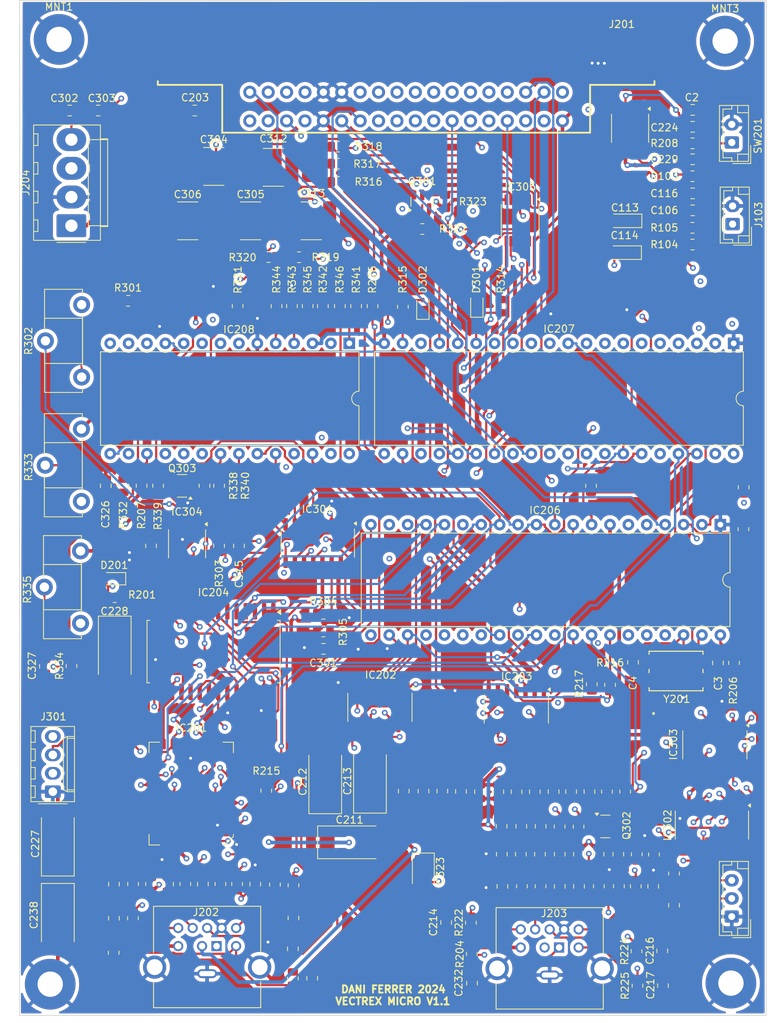
<source format=kicad_pcb>
(kicad_pcb (version 20240108) (generator "pcbnew") (generator_version "8.0")
  (layers (0 "F.Cu" mixed) (1 "In1.Cu" mixed) (2 "In2.Cu" mixed) (31 "B.Cu" mixed) (34 "B.Paste" user) (35 "F.Paste" user) (36 "B.SilkS" user "B.Silkscreen") (37 "F.SilkS" user "F.Silkscreen") (38 "B.Mask" user) (39 "F.Mask" user) (44 "Edge.Cuts" user))
  (net 0 "")
  (net 1 "+5V")
  (net 2 "/XTAL")
  (net 3 "/J203_B1")
  (net 4 "/J203_B2")
  (net 5 "/J203_B3")
  (net 6 "/J203_B4")
  (net 7 "/J202_B1")
  (net 8 "/J202_B2")
  (net 9 "/J202_B3")
  (net 10 "/J202_B4")
  (net 11 "/SWITCH_RESET")
  (net 12 "/J202_X")
  (net 13 "/J202_Y")
  (net 14 "/J203_X")
  (net 15 "/J203_Y")
  (net 16 "-12VA")
  (net 17 "/COMPEN")
  (net 18 "/X0")
  (net 19 "/X1")
  (net 20 "/X2")
  (net 21 "/POTX")
  (net 22 "/POT3")
  (net 23 "/POT2")
  (net 24 "/POT1")
  (net 25 "/POT0")
  (net 26 "/IC303A_Y")
  (net 27 "/IC303D_FB")
  (net 28 "/IC303D_X")
  (net 29 "/VOUT")
  (net 30 "/IOUT")
  (net 31 "/CH(A+B+C)+DIGITAL_AUDIO")
  (net 32 "/CH(A+B+C)")
  (net 33 "/Y_OFFSET")
  (net 34 "/X_OFFSET")
  (net 35 "/COMPARE")
  (net 36 "/IC303C_FB")
  (net 37 "/~{ROMOE}")
  (net 38 "/A9")
  (net 39 "/A7")
  (net 40 "/D3")
  (net 41 "/D4")
  (net 42 "/A12")
  (net 43 "/A1")
  (net 44 "/D1")
  (net 45 "/A10")
  (net 47 "/D5")
  (net 48 "/A5")
  (net 49 "/A8")
  (net 50 "/A4")
  (net 51 "/A3")
  (net 52 "/A2")
  (net 53 "/D7")
  (net 54 "/D2")
  (net 55 "/D0")
  (net 56 "/A6")
  (net 57 "/D6")
  (net 58 "/A0")
  (net 59 "/A11")
  (net 60 "/~{ROMS}")
  (net 61 "/A15")
  (net 62 "/IC202A_~{E}")
  (net 63 "/E")
  (net 64 "/A13")
  (net 65 "/~{A11&E}")
  (net 66 "/A14")
  (net 67 "/R~{W}")
  (net 68 "/~{IOS}")
  (net 69 "/~{RAMS}")
  (net 70 "/~{CARTS}")
  (net 71 "/~{E}")
  (net 72 "/RAM_R~{W}")
  (net 73 "/~{NMI}")
  (net 75 "/CPU_R~{W}")
  (net 76 "Net-(IC206-MRDY)")
  (net 77 "/CPU_E")
  (net 79 "/~{IRQ}")
  (net 81 "/CPU_A0")
  (net 82 "/CPU_A1")
  (net 83 "/~{HALT}")
  (net 84 "/SW3")
  (net 85 "Net-(IC206-~{DMA{slash}BREQ})")
  (net 86 "/P3")
  (net 87 "/P6")
  (net 88 "/P0")
  (net 89 "/P5")
  (net 90 "/SEL1")
  (net 91 "/SH")
  (net 92 "/P7")
  (net 93 "/P1")
  (net 94 "/P4")
  (net 95 "/BC1")
  (net 96 "/SEL0")
  (net 97 "/PB6")
  (net 98 "/SW7")
  (net 100 "/~{RAMP}")
  (net 101 "/~{ZERO}")
  (net 102 "/BDIR")
  (net 103 "/~{BLANK}")
  (net 104 "/P2")
  (net 105 "/SW2")
  (net 106 "/SW6")
  (net 107 "/SW0")
  (net 109 "/SW5")
  (net 110 "/BC2")
  (net 111 "/CHC")
  (net 112 "/CHB")
  (net 113 "/SW1")
  (net 114 "/SW4")
  (net 115 "/CHA")
  (net 116 "/~{P7}")
  (net 117 "/VREF-")
  (net 119 "/X3")
  (net 120 "/IC303B_FB")
  (net 121 "Net-(IC304-Pad7)")
  (net 122 "/RAMP")
  (net 123 "/ZERO")
  (net 124 "Net-(IC305-Pad9)")
  (net 125 "Net-(IC305-Pad3)")
  (net 126 "Net-(IC305-Pad11)")
  (net 127 "Net-(IC305-Pad1)")
  (net 128 "/Q301_BASE")
  (net 129 "/Q302_BASE")
  (net 130 "/Q303_BASE")
  (net 131 "Net-(R301-Pad1)")
  (net 132 "/DIGITAL_AUDIO")
  (net 133 "Audio")
  (net 134 "/VREF+")
  (net 135 "GND")
  (net 136 "Net-(IC103-BYPASS)")
  (net 137 "Net-(C114-Pad1)")
  (net 138 "/~{RESET}")
  (net 139 "/IC303A_FB")
  (net 140 "/Y_AXIS")
  (net 141 "/Z_AXIS")
  (net 142 "/X_AXIS")
  (net 146 "Net-(IC103-+)")
  (net 147 "Net-(J103-Pin_1)")
  (net 148 "Net-(C116-Pad1)")
  (net 150 "-5VA")
  (net 151 "/EXTAL")
  (footprint "Capacitor_SMD:C_2220_5750Metric" (layer "F.Cu") (at 75.105 50.13 180)
    (property "Reference" "C304")
    (property "Value" "10nF" (hide yes))
  )
  (footprint "Capacitor_SMD:C_0805_2012Metric" (layer "F.Cu") (at 61.33 153.93 90)
    (property "Reference" "C218" (hide yes))
    (property "Value" "1nF" (hide yes))
  )
  (footprint "Capacitor_SMD:C_0805_2012Metric" (layer "F.Cu") (at 104.08 136.37 -90)
    (property "Reference" "C226" (hide yes))
    (property "Value" "0.1uF" (hide yes))
  )
  (footprint "Resistor_SMD:R_0805_2012Metric" (layer "F.Cu") (at 128.29 149.5075 -90)
    (property "Reference" "R313" (hide yes))
    (property "Value" "330k" (hide yes))
  )
  (footprint "Connector_JST:JST_EH_B2B-EH-A_1x02_P2.50mm_Vertical" (layer "F.Cu") (at 146.76 58.09 90)
    (property "Reference" "J103")
    (property "Value" "Conn_01x02" (hide yes))
  )
  (footprint "Resistor_SMD:R_0805_2012Metric" (layer "F.Cu") (at 148.26 100.2125 90)
    (property "Reference" "R203" (hide yes))
    (property "Value" "3.3k" (hide yes))
  )
  (footprint "Package_TO_SOT_SMD:SOT-23" (layer "F.Cu") (at 129.1875 141.25)
    (property "Reference" "Q302")
    (property "Value" "FMMT551" (hide yes))
  )
  (footprint "Resistor_SMD:R_0805_2012Metric" (layer "F.Cu") (at 82.6875 62.64)
    (property "Reference" "R320")
    (property "Value" "220" (hide yes))
  )
  (footprint "Resistor_SMD:R_0805_2012Metric" (layer "F.Cu") (at 129.41 136.4375 -90)
    (property "Reference" "R209" (hide yes))
    (property "Value" "3.3k" (hide yes))
  )
  (footprint "Resistor_SMD:R_0805_2012Metric" (layer "F.Cu") (at 75.85 102.5 -90)
    (property "Reference" "R303")
    (property "Value" "3.6k 1%" (hide yes))
  )
  (footprint "Resistor_SMD:R_0805_2012Metric" (layer "F.Cu") (at 65.15 94.2075 -90)
    (property "Reference" "R207")
    (property "Value" "3.3k" (hide yes))
  )
  (footprint "Resistor_SMD:R_0805_2012Metric" (layer "F.Cu") (at 131.92 136.4375 90)
    (property "Reference" "R210" (hide yes))
    (property "Value" "3.3k" (hide yes))
  )
  (footprint "Resistor_SMD:R_0805_2012Metric" (layer "F.Cu") (at 62.64 94.2075 -90)
    (property "Reference" "R332")
    (property "Value" "3.3M" (hide yes))
  )
  (footprint "Resistor_SMD:R_0805_2012Metric" (layer "F.Cu") (at 141.22 46.94)
    (property "Reference" "R208")
    (property "Value" "100" (hide yes))
  )
  (footprint "Capacitor_SMD:C_0805_2012Metric" (layer "F.Cu") (at 66.45 102.52 -90)
    (property "Reference" "C307" (hide yes))
    (property "Value" "1nF" (hide yes))
  )
  (footprint "Package_SO:SOIC-8-1EP_3.9x4.9mm_P1.27mm_EP2.29x3mm" (layer "F.Cu") (at 71.425 102.22 -90)
    (property "Reference" "IC304")
    (property "Value" "LF353" (hide yes))
  )
  (footprint "Resistor_SMD:R_0805_2012Metric" (layer "F.Cu") (at 141.22 58.6)
    (property "Reference" "R105")
    (property "Value" "47k" (hide yes))
  )
  (footprint "Resistor_SMD:R_0805_2012Metric" (layer "F.Cu") (at 85.91 69.4175 90)
    (property "Reference" "R343")
    (property "Value" "1k" (hide yes))
  )
  (footprint "Package_SO:SOIC-14_3.9x8.7mm_P1.27mm" (layer "F.Cu") (at 116.89 125.045 -90)
    (property "Reference" "IC203")
    (property "Value" "74LS32" (hide yes))
  )
  (footprint "Capacitor_SMD:C_0805_2012Metric" (layer "F.Cu") (at 124.46 136.44 90)
    (property "Reference" "C236" (hide yes))
    (property "Value" "0.1uF" (hide yes))
  )
  (footprint "Capacitor_SMD:C_0805_2012Metric" (layer "F.Cu") (at 128.25 145.075 90)
    (property "Reference" "C328" (hide yes))
    (property "Value" "0.1uF" (hide yes))
  )
  (footprint "Capacitor_SMD:C_0805_2012Metric" (layer "F.Cu") (at 120.16 145.075 90)
    (property "Reference" "C321" (hide yes))
    (property "Value" "0.1uF" (hide yes))
  )
  (footprint "Resistor_SMD:R_0805_2012Metric" (layer "F.Cu") (at 92.2475 49.75 180)
    (property "Reference" "R317")
    (property "Value" "220" (hide yes))
  )
  (footprint "MountingHole:MountingHole_3.5mm_Pad" (layer "F.Cu") (at 146.53 162.88)
    (property "Reference" "MNT2" (hide yes))
    (property "Value" "MountingHole_Pad")
  )
  (footprint "Resistor_SMD:R_0805_2012Metric" (layer "F.Cu") (at 127.21 94.2075 90)
    (property "Reference" "R214" (hide yes))
    (property "Value" "33" (hide yes))
  )
  (footprint "Resistor_SMD:R_0805_2012Metric" (layer "F.Cu") (at 61.29 158.6825 -90)
    (property "Reference" "R205" (hide yes))
    (property "Value" "3.3k" (hide yes))
  )
  (footprint "Resistor_SMD:R_0805_2012Metric" (layer "F.Cu") (at 122.87 141.2675 -90)
    (property "Reference" "R325" (hide yes))
    (property "Value" "15k" (hide yes))
  )
  (footprint "Resistor_SMD:R_0805_2012Metric" (layer "F.Cu") (at 90.18 69.4175 90)
    (property "Reference" "R342")
    (property "Value" "1k" (hide yes))
  )
  (footprint "Diode_SMD:D_SOD-323" (layer "F.Cu") (at 103.99 69.63 90)
    (property "Reference" "D302")
    (property "Value" "1N4148" (hide yes))
  )
  (footprint "Package_SO:SOIC-14_3.9x8.7mm_P1.27mm" (layer "F.Cu") (at 98.06 124.795 -90)
    (property "Reference" "IC202")
    (property "Value" "74LS00" (hide yes))
  )
  (footprint "Package_DIP:DIP-40_W15.24mm" (layer "F.Cu") (at 146.91 74.55 -90)
    (property "Reference" "IC207")
    (property "Value" "6522" (hide yes))
  )
  (footprint "Resistor_SMD:R_0805_2012Metric" (layer "F.Cu") (at 114.73 69.4175 90)
    (property "Reference" "R314")
    (property "Value" "2.2k" (hide yes))
  )
  (footprint "Resistor_SMD:R_0805_2012Metric" (layer "F.Cu") (at 135.9 145.1175 90)
    (property "Reference" "R330" (hide yes))
    (property "Value" "3.3k" (hide yes))
  )
  (footprint "Resistor_SMD:R_0805_2012Metric" (layer "F.Cu") (at 101.23 69.5125 -90)
    (property "Reference" "R315")
    (property "Value" "2.2k" (hide yes))
  )
  (footprint "Capacitor_SMD:C_0805_2012Metric" (layer "F.Cu") (at 72.5 42.41 180)
    (property "Reference" "C203")
    (property "Value" "0.1uF" (hide yes))
  )
  (footprint "Capacitor_SMD:C_2220_5750Metric" (layer "F.Cu") (at 71.525 57.64)
    (property "Reference" "C306")
    (property "Value" "10nF" (hide yes))
  )
  (footprint "Capacitor_SMD:C_0805_2012Metric" (layer "F.Cu") (at 137.14 163.22 -90)
    (property "Reference" "C217")
    (property "Value" "1nF" (hide yes))
  )
  (footprint "Resistor_SMD:R_0805_2012Metric" (layer "F.Cu") (at 133.49 158.4725 -90)
    (property "Reference" "R224")
    (property "Value" "680" (hide yes))
  )
  (footprint "Package_SO:SOIC-14_3.9x8.7mm_P1.27mm" (layer "F.Cu") (at 144.31 129.985 -90)
    (property "Reference" "IC303")
    (property "Value" "LF347" (hide yes))
  )
  (footprint "Resistor_SMD:R_0805_2012Metric" (layer "F.Cu") (at 73.83 94.2075 -90)
    (property "Reference" "R338")
    (property "Value" "4.7k" (hide yes))
  )
  (footprint "Resistor_SMD:R_0805_2012Metric" (layer "F.Cu") (at 141.22 60.91)
    (property "Reference" "R104")
    (property "Value" "6.8k" (hide yes))
  )
  (footprint "Resistor_SMD:R_0805_2012Metric" (layer "F.Cu") (at 110.75 158.8575 90)
    (property "Reference" "R204")
    (property "Value" "3.3k" (hide yes))
  )
  (footprint "Capacitor_SMD:C_0805_2012Metric" (layer "F.Cu") (at 110.78 162.89 -90)
    (property "Reference" "C232")
    (property "Value" "1nF" (hide yes))
  )
  (footprint "Crystal2:12SMX-B_7x5-SMD_IQD" (layer "F.Cu") (at 138.947 119.78945 90)
    (property "Reference" "Y201")
    (property "Value" "LFXTAL026392REEL" (hide yes))
  )
  (footprint "Capacitor_SMD:C_0805_2012Metric" (layer "F.Cu") (at 130.98 145.075 -90)
    (property "Reference" "C1" (hide yes))
    (property "Value" "0.1uF" (hide yes))
  )
  (footprint "Capacitor_SMD:C_0805_2012Metric" (layer "F.Cu") (at 125.55 149.5275 -90)
    (property "Reference" "C311" (hide yes))
    (property "Value" "1nF" (hide yes))
  )
  (footprint "Package_LCC:PLCC-32_11.4x14.0mm_P1.27mm" (layer "F.Cu") (at 72 136.7125 180)
    (property "Reference" "IC201")
    (property "Value" "27C512PLCC" (hide yes))
  )
  (footprint "Resistor_SMD:R_0805_2012Metric" (layer "F.Cu") (at 129.84 121.7025 90)
    (property "Reference" "R216")
    (property "Value" "33" (hide yes))
  )
  (footprint "Connector_Molex:Molex_KK-396_A-41791-0004_1x04_P3.96mm_Vertical" (layer "F.Cu") (at 55.455 58.31 90)
    (property "Reference" "J204")
    (property "Value" "Power" (hide yes))
  )
  (footprint "Capacitor_Tantalum_SMD:CP_EIA-3528-21_Kemet-B" (layer "F.Cu") (at 104.05 147.3875 -90)
    (property "Reference" "C323")
    (property "Value" "4.7uF 16V" (hide yes))
  )
  (footprint "Capacitor_SMD:C_0805_2012Metric" (layer "F.Cu") (at 109.25 136.41 90)
    (property "Reference" "C324" (hide yes))
    (property "Value" "0.1uF" (hide yes))
  )
  (footprint "Resistor_SMD:R_0805_2012Metric" (layer "F.Cu") (at 133.39 149.5075 -90)
    (property "Reference" "R223" (hide yes))
    (property "Value" "680" (hide yes))
  )
  (footprint "Resistor_SMD:R_0805_2012Metric" (layer "F.Cu") (at 120.24 149.5075 -90)
    (property "Reference" "R311" (hide yes))
    (property "Value" "330k" (hide yes))
  )
  (footprint "Capacitor_SMD:C_0805_2012Metric" (layer "F.Cu") (at 117.52 145.075 -90)
    (property "Reference" "C202" (hide yes))
    (property "Value" "0.1uF" (hide yes))
  )
  (footprint "Capacitor_SMD:C_0805_2012Metric" (layer "F.Cu") (at 55.2275 42.41)
    (property "Reference" "C302")
    (property "Value" "0.1uF" (hide yes))
  )
  (footprint "Capacitor_SMD:C_0805_2012Metric" (layer "F.Cu") (at 101.35 136.37 90)
    (property "Reference" "C316" (hide yes))
    (property "Value" "0.1uF" (hide yes))
  )
  (footprint "Resistor_SMD:R_0805_2012Metric" (layer "F.Cu") (at 76.03 149.1975 -90)
    (property "Reference" "R309" (hide yes))
    (property "Value" "330k" (hide yes))
  )
  (footprint "Capacitor_SMD:C_0805_2012Metric" (layer "F.Cu") (at 60.2 94.2275 -90)
    (property "Reference" "C326")
    (property "Value" "0.1uF" (hide yes))
  )
  (footprint "Capacitor_SMD:C_2220_5750Metric" (layer "F.Cu") (at 80.205 57.64)
    (property "Reference" "C305")
    (property "Value" "10nF" (hide yes))
  )
  (footprint "MountingHole:MountingHole_3.5mm_Pad" (layer "F.Cu") (at 52.53 163.03)
    (property "Reference" "MNT4" (hide yes))
    (property "Value" "MountingHole_Pad")
  )
  (footprint "Resistor_SMD:R_0805_2012Metric" (layer "F.Cu") (at 75.85 94.2075 90)
    (property "Reference" "R340")
    (property "Value" "10k" (hide yes))
  )
  (footprint "Capacitor_Tantalum_SMD:CP_EIA-7343-43_Kemet-X" (layer "F.Cu") (at 96.68 135.0025 90)
    (property "Reference" "C213")
    (property "Value" "100uF 16V" (hide yes))
  )
  (footprint "Capacitor_SMD:C_0805_2012Metric" (layer "F.Cu") (at 73.61 149.2175 -90)
    (property "Reference" "C309" (hide yes))
    (property "Value" "1nF" (hide yes))
  )
  (footprint "Capacitor_SMD:C_0805_2012Metric" (layer "F.Cu") (at 125.55 145.075 90)
    (property "Reference" "C237" (hide yes))
    (property "Value" "0.1uF" (hide yes))
  )
  (footprint "Resistor_SMD:R_0805_2012Metric" (layer "F.Cu") (at 107.07 55.01 -90)
    (property "Reference" "R323")
    (property "Value" "15k" (hide yes))
  )
  (footprint "Capacitor_SMD:C_0805_2012Metric" (layer "F.Cu") (at 80.84 149.2175 90)
    (property "Reference" "C230" (hide yes))
    (property "Value" "1nF" (hide yes))
  )
  (footprint "Capacitor_SMD:C_0805_2012Metric" (layer "F.Cu") (at 61.33 149.2175 90)
    (property "Reference" "C231" (hide yes))
    (property "Value" "1nF" (hide yes))
  )
  (footprint "Capacitor_SMD:C_0805_2012Metric" (layer "F.Cu") (at 114.86 141.23 90)
    (property "Reference" "C234" (hide yes))
    (property "Value" "0.1uF" (hide yes))
  )
  (footprint "Capacitor_SMD:C_0805_2012Metric" (layer "F.Cu") (at 78.59 102.52 -90)
    (property "Reference" "C315")
    (property "Value" "47pF" (hide yes))
  )
  (footprint "Capacitor_SMD:C_0805_2012Metric" (layer "F.Cu") (at 141.24 42.32 180)
    (property "Reference" "C2")
    (property "Value" "0.1uF 50V" (hide yes))
  )
  (footprint "Resistor_SMD:R_0805_2012Metric" (layer "F.Cu") (at 63.97 149.1975 -90)
    (property "Reference" "R306" (hide yes))
    (property "Value" "680" (hide yes))
  )
  (footprint "Capacitor_SMD:C_0805_2012Metric" (layer "F.Cu") (at 114.89 145.075 90)
    (property "Reference" "C317" (hide yes))
    (property "Value" "0.1uF" (hide yes))
  )
  (footprint "Package_DIP:DIP-40_W15.24mm" (layer "F.Cu") (at 145.07 99.58 -90)
    (property "Reference" "IC206")
    (property "Value" "68A09" (hide yes))
  )
  (footprint "Capacitor_SMD:C_0805_2012Metric" (layer "F.Cu") (at 141.24 56.19 180)
    (property "Reference" "C106")
    (property "Value" "0.22nF" (hide yes))
  )
  (footprint "Package_SO:SOP-28_8.4x18.16mm_P1.27mm" (layer "F.Cu") (at 75.085 117.1075 -90)
    (property "Reference" "IC204")
    (property "Value" "CY62256-70PC" (hide yes))
  )
  (footprint "Package_SO:TSSOP-14_4.4x5mm_P0.65mm" (layer "F.Cu") (at 117.42 57.5825 -90)
    (property "Reference" "IC305")
    (property "Value" "4066")
  )
  (footprint "Capacitor_SMD:C_0805_2012Metric" (layer "F.Cu") (at 126.99 136.44 -90)
    (property "Reference" "C209" (hide yes))
    (property "Value" "0.1uF" (hide yes))
  )
  (footprint "Capacitor_SMD:C_0805_2012Metric" (layer "F.Cu") (at 51.8 119.14 90)
    (property "Reference" "C327")
    (property "Value" "0.1uF" (hide yes))
  )
  (footprint "Vectrex LogicBoard:SULLINS_EBC18DRAS" (layer "F.Cu") (at 123.27 39.88 180)
    (property "Reference" "J201")
    (property "Value" "AMP 5645384-1" (hide yes))
  )
  (footprint "Resistor_SMD:R_0805_2012Metric" (layer "F.Cu") (at 78.34 149.1975 -90)
    (property "Reference" "R308" (hide yes))
    (property "Value" "680" (hide yes))
  )
  (footprint "Resistor_SMD:R_0805_2012Metric" (layer "F.Cu") (at 78.41 69.4175 -90)
    (property "Reference" "R321")
    (property "Value" "75" (hide yes))
  )
  (footprint "Resistor_SMD:R_0805_2012Metric" (layer "F.Cu") (at 66.45 149.1975 90)
    (property "Reference" "R336" (hide yes))
    (property "Value" "1M" (hide yes))
  )
  (footprint "Resistor_SMD:R_0805_2012Metric" (layer "F.Cu") (at 117.67 149.5075 90)
    (property "Reference" "R310" (hide yes))
    (property "Value" "680" (hide yes))
  )
  (footprint "Capacitor_Tantalum_SMD:CP_EIA-7343-31_Kemet-D" (layer "F.Cu") (at 61.44 116.62 -90)
    (property "Reference" "C228")
    (property "Value" "22uF 16V" (hide yes))
  )
  (footprint "Capacitor_SMD:C_0805_2012Metric" (layer "F.Cu") (at 144.74 118.67 -90)
    (property "Reference" "C3")
    (property "Value" "20pF" (hide yes))
  )
  (footprint "Capacitor_SMD:C_0805_2012Metric" (layer "F.Cu") (at 86.04 158.15 -90)
    (property "Reference" "C219" (hide yes))
    (property "Value" "1nF" (hide yes))
  )
  (footprint "Capacitor_SMD:C_0805_2012Metric" (layer "F.Cu") (at 114.41 136.46 -90)
    (property "Reference" "C204" (hide yes))
    (property "Value" "0.1uF" (hide yes))
  )
  (footprint "Resistor_SMD:R_0805_2012Metric" (layer "F.Cu") (at 127.32 121.6175 90)
    (property "Reference" "R217")
    (property "Value" "33" (hide yes))
  )
  (footprint "Resistor_SMD:R_0805_2012Metric" (layer "F.Cu") (at 92.53 69.4175 -90)
    (property "Reference" "R346")
    (property "Value" "33k" (hide yes))
  )
  (footprint "Resistor_SMD:R_0805_2012Metric" (layer "F.Cu") (at 103.9075 58.77 180)
    (property "Reference" "R322")
    (property "Value" "3.3k" (hide yes))
  )
  (footprint "Resistor_SMD:R_0805_2012Metric" (layer "F.Cu") (at 71.18 149.1975 -90)
    (property "Reference" "R307" (hide yes))
    (property "Value" "330k" (hide yes))
  )
  (footprint "Connector_JST:JST_EH_B3B-EH-A_1x03_P2.50mm_Vertical" (layer "F.Cu") (at 146.64 153.69 90)
    (property "Reference" "J304" (hide yes))
    (property "Value" "Conn_01x03_Pin" (hide yes))
  )
  (footprint "Capacitor_SMD:C_2220_5750Metric" (layer "F.Cu") (at 88.575 57.64 180)
    (property "Reference" "C313")
    (property "Value" "10nF" (hide yes))
  )
  (footprint "Package_SO:SO-16_3.9x9.9mm_P1.27mm" (layer "F.Cu") (at 143.905 141.055 -90)
    (property "Reference" "IC302")
    (property "Value" "CD4052B" (hide yes))
  )
  (footprint "Capacitor_SMD:C_0805_2012Metric" (layer "F.Cu") (at 135.8 149.5275 -90)
    (property "Reference" "C215" (hide yes))
    (property "Value" "1nF" (hide yes))
  )
  (footprint "Capacitor_SMD:C_0805_2012Metric" (layer "F.Cu") (at 137.05 158.42 -90)
    (property "Reference" "C216")
    (property "Value" "1nF" (hide yes))
  )
  (footprint "Capacitor_SMD:C_0805_2012Metric" (layer "F.Cu") (at 117.58 141.23 -90)
    (property "Reference" "C314" (hide yes))
    (property "Value" "0.1uF" (hide yes))
  )
  (footprint "Capacitor_SMD:C_0805_2012Metric" (layer "F.Cu") (at 122.89 149.5275 -90)
    (property "Reference" "C310" (hide yes))
    (property "Value" "1nF" (hide yes))
  )
  (footprint "Capacitor_SMD:C_0805_2012Metric" (layer "F.Cu") (at 141.24 49.14 180)
    (property "Reference" "C229")
    (property "Value" "10nF" (hide yes))
  )
  (footprint "Potentiometer_THT:Potentiometer_ACP_CA14-H5_Horizontal" (layer "F.Cu") (at 56.72 113.21 180)
    (property "Reference" "R335")
    (property "Value" "10k" (hide yes))
  )
  (footprint "MountingHole:MountingHole_3.5mm_Pad" (layer "F.Cu") (at 53.75 32.59)
    (property "Reference" "MNT1")
    (property "Value" "MountingHole_Pad")
  )
  (footprint "Resistor_SMD:R_0805_2012Metric" (layer "F.Cu") (at 83.56 149.28 -90)
    (property "Reference" "R219" (hide yes))
    (property "Value" "680" (hide yes))
  )
  (footprint "Package_DIP:DIP-28_W15.24mm" (layer "F.Cu") (at 93.83 74.55 -90)
    (property "Reference" "IC208")
    (property "Value" "AY3-8912" (hide yes))
  )
  (footprint "Diode_SMD:D_SOD-323" (layer "F.Cu") (at 111.44 69.3375 90)
    (property "Reference" "D301")
    (property "Value" "1N4148" (hide yes))
  )
  (footprint "Capacitor_SMD:C_0805_2012Metric" (layer "F.Cu") (at 141.24 44.66)
    (property "Reference" "C224")
    (property "Value" "0.1uF" (hide yes))
  )
  (footprint "Package_TO_SOT_SMD:SOT-23" (layer "F.Cu") (at 103.9 55.0025 90)
    (property "Reference" "Q301")
    (property "Value" "FMMT551" (hide yes))
  )
  (footprint "MiniDin9:CUI_MD-90SM" (layer "F.Cu") (at 74.2 161.57)
    (property "Reference" "J202")
    (property "Value" "MD-90SM" (hide yes))
  )
  (footprint "Resistor_SMD:R_0805_2012Metric" (layer "F.Cu") (at 63.2925 68.6875)
    (property "Reference" "R301")
    (property "Value" "2.7k 1%" (hide yes))
  )
  (footprint "MountingHole:MountingHole_3.5mm_Pad" (layer "F.Cu") (at 145.73 32.83)
    (property "Reference" "MNT3")
    (property "Value" "MountingHole_Pad")
  )
  (footprint "Capacitor_SMD:C_2220_5750Metric" (layer "F.Cu") (at 83.345 50.25 180)
    (property "Reference" "C312")
    (property "Value" "10nF" (hide yes))
  )
  (footprint "Resistor_SMD:R_0805_2012Metric" (layer "F.Cu") (at 110.62 154.5475 -90)
    (property "Reference" "R222")
    (property "Value" "680" (hide yes))
  )
  (footprint "Package_SO:SO-16_3.9x9.9mm_P1.27mm" (layer "F.Cu") (at 89.485 102.125 -90)
    (property "Reference" "IC301")
    (property "Value" "DAC0808LCMX/NOPB" (hide yes))
  )
  (footprint "Capacitor_SMD:C_0805_2012Metric" (layer "F.Cu") (at 86.12 153.89 -90)
    (property "Reference" "C220" (hide yes))
    (property "Value" "1nF" (hide yes))
  )
  (footprint "Capacitor_SMD:C_0805_2012Metric" (layer "F.Cu") (at 116.92 136.46 -90)
    (property "Reference" "C206" (hide yes))
    (property "Value" "0.1uF" (hide yes))
  )
  (footprint "Capacitor_SMD:C_0805_2012Metric" (layer "F.Cu") (at 141.24 53.85 180)
    (property "Reference" "C116")
    (property "Value" "0.1uF 50V" (hide yes))
  )
  (footprint "Resistor_SMD:R_0805_2012Metric" (layer "F.Cu") (at 92.2475 47.4 180)
    (property "Reference" "R318")
    (property "Value" "75" (hide yes))
  )
  (footprint "Capacitor_SMD:C_0805_2012Metric" (layer "F.Cu") (at 59.1475 42.41)
    (property "Reference" "C303")
    (property "Value" "47pF" (hide yes))
  )
  (footprint "Capacitor_SMD:C_0805_2012Metric" (layer "F.Cu") (at 106.68 136.37 -90)
    (property "Reference" "C223" (hide yes))
    (property "Value" "0.1uF" (hide yes))
  )
  (footprint "Resistor_SMD:R_0805_2012Metric" (layer "F.Cu") (at 83.78 69.4175 -90)
    (property "Reference" "R344")
    (property "Value" "33k" (hide yes))
  )
  (footprint "Potentiometer_THT:Potentiometer_ACP_CA14-H5_Horizontal" (layer "F.Cu") (at 56.84 96.38 180)
    (property "Reference" "R333")
    (property "Value" "10k" (hide yes))
  )
  (footprint "Resistor_SMD:R_0805_2012Metric" (layer "F.Cu") (at 133.53 145.0975 90)
    (property "Reference" "R329" (hide yes))
    (property "Value" "6.8k" (hide yes))
  )
  (footprint "Capacitor_SMD:C_0805_2012Metric" (layer "F.Cu") (at 111.88 136.46 -90)
    (property "Reference" "C225" (hide yes))
    (property "Value" "0.1uF" (hide yes))
  )
  (footprint "Package_TO_SOT_SMD:SOT-23" (layer "F.Cu") (at 70.7325 94.2275 180)
    (property "Reference" "Q303")
    (property "Value" "FMMT491TC" (hide yes))
  )
  (footprint "Capacitor_SMD:C_0805_2012Metric" (layer "F.Cu") (at 68.8 149.2175 -90)
    (property "Reference" "C308" (hide yes))
    (property "Value" "1nF" (hide yes))
  )
  (footprint "Capacitor_SMD:C_0805_2012Metric" (layer "F.Cu") (at 120.25 141.23 -90)
    (property "Reference" "C320" (hide yes))
    (property "Value" "0.1uF" (hide yes))
  )
  (footprint "Connector_JST:JST_EH_B2B-EH-A_1x02_P2.50mm_Vertical" (layer "F.Cu") (at 146.65 46.82 90)
    (property "Reference" "SW201")
    (property "Value" "Conn_01x02" (hide yes))
  )
  (footprint "Capacitor_Tantalum_SMD:CP_EIA-7343-15_Kemet-W" (layer "F.Cu") (at 93.87 143.44)
    (property "Reference" "C211")
    (property "Value" "220uF 16V" (hide yes))
  )
  (footprint "Resistor_SMD:R_0805_2012Metric" (layer "F.Cu") (at 97.04 69.4175 -90)
    (property "Reference" "R226")
    (property "Value" "33" (hide yes))
  )
  (footprint "Capacitor_SMD:C_0805_2012Metric" (layer "F.Cu") (at 122.04 136.44 90)
    (property "Reference" "C208" (hide yes))
    (property "Value" "0.1uF" (hide yes))
  )
  (footprint "Connector_Molex:Molex_KK-254_AE-6410-04A_1x04_P2.54mm_Vertical" (layer "F.Cu") (at 52.89 136.45 90)
    (property "Reference" "J301")
    (property "Value" "Video" (hide yes))
  )
  (footprint "Resistor_SMD:R_0805_2012Metric" (layer "F.Cu") (at 92.2475 52.27)
    (property "Reference" "R316")
    (property "Value" "10k 1%" (hide yes))
  )
  (footprint "Potentiometer_THT:Potentiometer_ACP_CA14-H5_Horizontal" (layer "F.Cu") (at 56.87 79.21 180)
    (property "Reference" "R302")
    (property "Value" "10k" (hide yes))
  )
  (footprint "Capacitor_SMD:C_0805_2012Metric" (layer "F.Cu") (at 90.27 116.73)
    (property "Reference" "C301")
    (property "Value" "0.1uF" (hide yes))
  )
  (footprint "Capacitor_SMD:C_0805_2012Metric" (layer "F.Cu") (at 107.21 154.505 -90)
    (property "Reference" "C214")
    (property "Value" "1nF" (hide yes))
  )
  (footprint "Resistor_SMD:R_0805_2012Metric" (layer "F.Cu") (at 63.95 153.9275 -90)
    (property "Reference" "R218" (hide yes))
    (property "Value" "680" (hide yes))
  )
  (footprint "Resistor_SMD:R_0805_2012Metric" (layer "F.Cu") (at 125.49 141.2875 90)
    (property "Reference" "R324" (hide yes))
    (property "Value" "3.3k" (hide yes))
  )
  (footprint "Resistor_SMD:R_0805_2012Metric" (layer "F.Cu") (at 90.25 111.89 180)
    (property "Reference" "R304")
    (property "Value" "2.7k 1%" (hide yes))
  )
  (footprint "Resistor_SMD:R_0805_2012Metric" (layer "F.Cu") (at 61.43 109.595 180)
    (property "Reference" "R201")
    (property "Value" "22k" (hide yes))
  )
  (footprint "Resistor_SMD:R_0805_2012Metric" (layer "F.Cu") (at 90.25 114.33)
    (property "Reference" "R305")
    (property "Value" "2.7k 1%" (hide yes))
  )
  (footprint "Resistor_SMD:R_0805_2012Metric" (layer "F.Cu") (at 86.04 162.2475 -90)
    (property "Reference" "R221" (hide yes))
    (property "Value" "680" (hide yes))
  )
  (footprint "MiniDin9:CUI_MD-90SM" (layer "F.Cu") (at 121.5 161.76)
    (property "Reference" "J203")
    (property "Value" "MD-90SM" (hide yes))
  )
  (footprint "Capacitor_SMD:C_0805_2012Metric" (layer "F.Cu") (at 138.67 152.13 90)
    (property "Reference" "C325" (hide yes))
    (property "Value" "220pF" (hide yes))
  )
  (footprint "Resistor_SMD:R_0805_2012Metric" (layer "F.Cu") (at 133.63 163.2375 -90)
    (property "Reference" "R225")
    (property "Value" "680" (hide yes))
  )
  (footprint "Capacitor_Tantalum_SMD:CP_EIA-3216-18_Kemet-A" (layer "F.Cu") (at 131.9175 57.64 180)
    (property "Reference" "C113")
    (property "Value" "10uF 16V" (hide yes))
  )
  (footprint "Package_SO:SOIC-8-1EP_3.9x4.9mm_P1.27mm_EP2.29x3mm" (layer "F.Cu") (at 132.605 44.865 -90)
    (property "Reference" "IC103" (hide yes))
    (property "Value" "LM386-3" (hide yes))
  )
  (footprint "Capacitor_SMD:C_0805_2012Metric" (layer "F.Cu") (at 88.71 162.21 90)
    (property "Reference" "C221" (hide yes))
    (property "Value" "1nF" (hide yes))
  )
  (footprint "Resistor_SMD:R_0805_2012Metric" (layer "F.Cu") (at 82.36 136.3175 -90)
    (property "Reference" "R215")
    (property "Value" "33" (hide yes))
  )
  (footprint "Capacitor_Tantalum_SMD:CP_EIA-7343-43_Kemet-X" (layer "F.Cu") (at 90.51 135.0825 90)
    (property "Reference" "C212")
    (property "Value" "100uF 16V" (hide yes))
  )
  (footprint "Capacitor_SMD:C_0805_2012Metric" (layer "F.Cu") (at 133.01 118.59 -90)
    (property "Reference" "C4")
    (property "Value" "20pF" (hide yes))
  )
  (footprint "Resistor_SMD:R_0805_2012Metric" (layer "F.Cu") (at 141.22 51.48 180)
    (property "Reference" "R103")
    (property "Value" "10" (hide yes))
  )
  (footprint "Resistor_SMD:R_0805_2012Metric" (layer "F.Cu") (at 55.47 119.0975 -90)
    (property "Reference" "R334")
    (property "Value" "3.3M" (hide yes))
  )
  (footprint "Resistor_SMD:R_0805_2012Metric" (layer "F.Cu") (at 148.28 94.4225 90)
    (property "Reference" "R202" (hide yes))
    (property "Value" "3.3k" (hide yes))
  )
  (footprint "Resistor_SMD:R_0805_2012Metric" (layer "F.Cu") (at 67.43 94.2075 -90)
    (property "Reference" "R339")
    (property "Value" "4.7k" (hide yes))
  )
  (footprint "Capacitor_Tantalum_SMD:CP_EIA-3216-18_Kemet-A" (layer "F.Cu") (at 131.86 62.03 180)
    (property "Reference" "C114")
    (property "Value" "220uF 16V" (hide yes))
  )
  (footprint "Capacitor_Tantalum_SMD:CP_EIA-7343-31_Kemet-D" (layer "F.Cu") (at 53.58 143.6775 90)
    (property "Reference" "C227")
    (property "Value" "22uF" (hide yes))
  )
  (footprint "Resistor_SMD:R_0805_2012Metric" (layer "F.Cu") (at 131.06 149.5075 90)
    (property "Reference" "R312" (hide yes))
    (property "Value" "680" (hide yes))
  )
  (footprint "Resistor_SMD:R_0805_2012Metric" (layer "F.Cu") (at 138.67 147.7525 90)
    (property "Reference" "R327" (hide yes))
    (property "Value" "33k" (hide yes))
  )
  (footprint "Resistor_SMD:R_0805_2012Metric" (layer "F.Cu") (at 86.8875 62.66)
    (property "Reference" "R319")
    (property "Value" "10k 1%" (hide yes))
  )
  (footprint "Capacitor_SMD:C_0805_2012Metric" (layer "F.Cu") (at 122.89 145.075 -90)
    (property "Reference" "C235" (hide yes))
    (property "Value" "0.1uF" (hide yes))
  )
  (footprint "Resistor_SMD:R_0805_2012Metric" (layer "F.Cu") (at 146.96 118.6675 -90)
    (property "Reference" "R206")
    (property "Value" "3.3k" (hide yes))
  )
  (footprint "Capacitor_Tantalum_SMD:CP_EIA-7343-31_Kemet-D" (layer "F.Cu") (at 53.58 153.5275 -90)
    (property "Reference" "C238")
    (property "Value" "10uF 16V" (hide yes))
  )
  (footprint "Resistor_SMD:R_0805_2012Metric" (layer "F.Cu") (at 86.12 149.3625 -90)
    (property "Reference" "R220" (hide yes))
    (property "Value" "680" (hide yes))
  )
  (footprint "Resistor_SMD:R_0805_2012Metric" (layer "F.Cu") (at 88.08 69.4175 -90)
    (property "Reference" "R345")
    (property "Value" "33k" (hide yes))
  )
  (footprint "Diode_SMD:D_SOD-323" (layer "F.Cu") (at 61.35 107.05 180)
    (property "Reference" "D201")
    (property "Value" "1N4148" (hide yes))
  )
  (footprint "Capacitor_SMD:C_0805_2012Metric" (layer "F.Cu") (at 114.97 149.5275 -90)
    (property "Reference" "C233" (hide yes))
    (property "Value" "1nF" (hide yes))
  )
  (footprint "Resistor_SMD:R_0805_2012Metric" (layer "F.Cu") (at 94.77 69.4175 90)
    (property "Reference" "R341")
    (property "Value" "1k" (hide yes))
  )
  (footprint "Capacitor_SMD:C_0805_2012Metric" (layer "F.Cu") (at 119.45 136.46 -90)
    (property "Reference" "C207" (hide yes))
    (property "Value" "0.1uF" (hide yes))
  )
  (gr_rect (start 48.3 27.2) (end 151.38 167.33) (stroke (width 0.1)) (fill none) (layer "Edge.Cuts"))
  (gr_text "DANI FERRER 2024" (at 92.56 164.32 0) (layer "F.SilkS") (effects (font (size 1 1) (thickness 0.25) (bold yes)) (justify left bottom)))
  (gr_text "VECTREX MICRO V1.1" (at 91.78 165.97 0) (layer "F.SilkS") (effects (font (size 1 1) (thickness 0.25) (bold yes)) (justify left bottom)))
  (segment (start 128.215 135.49) (end 128.25 135.525) (width 0.5) (layer "F.Cu") (net 1))
  (segment (start 71.57 97.917572) (end 68.772428 95.12) (width 0.5) (layer "F.Cu") (net 1))
  (segment (start 131.92 128.9408) (end 131.92 135.525) (width 0.5) (layer "F.Cu") (net 1))
  (segment (start 114.54 133.33) (end 114.41 133.33) (width 0.5) (layer "F.Cu") (net 1))
  (segment (start 144.31 126.9367) (end 144.31 127.51) (width 0.5) (layer "F.Cu") (net 1))
  (segment (start 88.3703 112.8572) (end 89.3375 111.89) (width 0.5) (layer "F.Cu") (net 1))
  (segment (start 65.1658 67.7267) (end 67.8417 67.7267) (width 0.5) (layer "F.Cu") (net 1))
  (segment (start 90.51 138.195) (end 90.51 143.1925) (width 0.5) (layer "F.Cu") (net 1))
  (segment (start 122.04 135.49) (end 124.46 135.49) (width 0.5) (layer "F.Cu") (net 1))
  (segment (start 114.86 142.18) (end 117.58 142.18) (width 0.5) (layer "F.Cu") (net 1))
  (segment (start 131.3242 143.7808) (end 130.98 144.125) (width 0.5) (layer "F.Cu") (net 1))
  (segment (start 106.0144 152.9899) (end 106.0144 155.9933) (width 0.5) (layer "F.Cu") (net 1))
  (segment (start 72.9934 95.9566) (end 73.83 95.12) (width 0.5) (layer "F.Cu") (net 1))
  (segment (start 68.772428 95.12) (end 67.43 95.12) (width 0.5) (layer "F.Cu") (net 1))
  (segment (start 129.83 99.58) (end 129.83 100.8317) (width 0.5) (layer "F.Cu") (net 1))
  (segment (start 149.4704 98.0896) (end 149.4704 94.7004) (width 0.5) (layer "F.Cu") (net 1))
  (segment (start 149.42 117.12) (end 149.42 100.46) (width 0.5) (layer "F.Cu") (net 1))
  (segment (start 58.56 103.21) (end 62.4 107.05) (width 0.5) (layer "F.Cu") (net 1))
  (segment (start 83.34 122.67) (end 83.34 121.2612) (width 0.5) (layer "F.Cu") (net 1))
  (segment (start 116.92 135.51) (end 119.45 135.51) (width 0.5) (layer "F.Cu") (net 1))
  (segment (start 113.0253 141.0053) (end 112.99 140.97) (width 0.5) (layer "F.Cu") (net 1))
  (segment (start 119.37 65.5095) (end 119.37 60.445) (width 0.4006) (layer "F.Cu") (net 1))
  (segment (start 150.2465 125.8928) (end 148.8047 124.451) (width 0.5) (layer "F.Cu") (net 1))
  (segment (start 73.33 104.695) (end 73.9957 104.0293) (width 0.5) (layer "F.Cu") (net 1))
  (segment (start 85.7997 115.2797) (end 85.7997 112.8822) (width 0.5) (layer "F.Cu") (net 1))
  (segment (start 72.6311 71.6663) (end 72.6311 70.0336) (width 0.5) (layer "F.Cu") (net 1))
  (segment (start 117.58 144.065) (end 117.52 144.125) (width 0.5) (layer "F.Cu") (net 1))
  (segment (start 67.8417 67.7267) (end 69.5025 69.3875) (width 0.5) (layer "F.Cu") (net 1))
  (segment (start 148.2659 124.451) (end 148.2659 120.8859) (width 0.5) (layer "F.Cu") (net 1))
  (segment (start 102.715 134.055) (end 101.35 135.42) (width 0.5) (layer "F.Cu") (net 1))
  (segment (start 110.3097 141.0053) (end 108.28 143.035) (width 0.5) (layer "F.Cu") (net 1))
  (segment (start 113.2241 141.0053) (end 113.0253 141.0053) (width 0.5) (layer "F.Cu") (net 1))
  (segment (start 62.3425 109.595) (end 62.4 109.5375) (width 0.5) (layer "F.Cu") (net 1))
  (segment (start 117.58 142.18) (end 117.58 144.065) (width 0.5) (layer "F.Cu") (net 1))
  (segment (start 116.92 135.51) (end 114.41 135.51) (width 0.5) (layer "F.Cu") (net 1))
  (segment (start 132.28 49.95) (end 132.22 49.89) (width 0.5) (layer "F.Cu") (net 1))
  (segment (start 72.9934 96.494172) (end 71.57 97.917572) (width 0.5) (layer "F.Cu") (net 1))
  (segment (start 120.7 127.52) (end 120.7 134.15) (width 0.5) (layer "F.Cu") (net 1))
  (segment (start 123.008 56.807) (end 119.37 60.445) (width 0.4006) (layer "F.Cu") (net 1))
  (segment (start 108.28 145.885) (end 109.9152 147.5202) (width 0.5) (layer "F.Cu") (net 1))
  (segment (start 109.3 135.51) (end 111.88 135.51) (width 0.5) (layer "F.Cu") (net 1))
  (segment (start 147.7072 125.0097) (end 146.237 125.0097) (width 0.5) (layer "F.Cu") (net 1))
  (segment (start 108.28 145.885) (end 108.28 143.035) (width 0.5) (layer "F.Cu") (net 1))
  (segment (start 56.72 103.21) (end 58.56 103.21) (width 0.5) (layer "F.Cu") (net 1))
  (segment (start 109.9152 147.5202) (end 109.9152 149.6674) (width 0.5) (layer "F.Cu") (net 1))
  (segment (start 58.7882 84.4318) (end 58.7882 74.1043) (width 0.5) (layer "F.Cu") (net 1))
  (segment (start 90.0062 115.5162) (end 86.0362 115.5162) (width 0.5) (layer "F.Cu") (net 1))
  (segment (start 131.1 127.4046) (end 132.2781 128.5827) (width 0.5) (layer "F.Cu") (net 1))
  (segment (start 140.29 42.32) (end 135.64 37.67) (width 0.5) (layer "F.Cu") (net 1))
  (segment (start 70.73 143.55) (end 70.73 145.0588) (width 0.5) (layer "F.Cu") (net 1))
  (segment (start 126.99 135.49) (end 128.215 135.49) (width 0.5) (layer "F.Cu") (net 1))
  (segment (start 72.9934 95.9566) (end 74.0824 97.0456) (width 0.5) (layer "F.Cu") (net 1))
  (segment (start 143.4433 128.9408) (end 144.31 128.0741) (width 0.5) (layer "F.Cu") (net 1))
  (segment (start 62.4 109.5375) (end 62.4 107.05) (width 0.5) (layer "F.Cu") (net 1))
  (segment (start 74.0824 102.1405) (end 73.9957 102.2272) (width 0.5) (layer "F.Cu") (net 1))
  (segment (start 128.25 140.3) (end 130.7656 140.3) (width 0.5) (layer "F.Cu") (net 1))
  (segment (start 53.935 150.415) (end 53.58 150.415) (width 0.5) (layer "F.Cu") (net 1))
  (segment (start 67.43 95.12) (end 65.15 95.12) (width 0.5) (layer "F.Cu") (net 1))
  (segment (start 148.2659 120.8859) (end 146.96 119.58) (width 0.5) (layer "F.Cu") (net 1))
  (segment (start 88.3703 112.8572) (end 86.7845 112.8572) (width 0.5) (layer "F.Cu") (net 1))
  (segment (start 53.58 146.79) (end 53.58 150.415) (width 0.5) (layer "F.Cu") (net 1))
  (segment (start 69.5025 69.3875) (end 71.985 69.3875) (width 0.5) (layer "F.Cu") (net 1))
  (segment (start 144.31 128.0741) (end 144.31 127.51) (width 0.5) (layer "F.Cu") (net 1))
  (segment (start 102.95 55.94) (end 98.2944 60.5956) (width 0.5) (layer "F.Cu") (net 1))
  (segment (start 70.73 145.0588) (end 71.3495 145.6783) (width 0.5) (layer "F.Cu") (net 1))
  (segment (start 72.9934 95.9566) (end 72.9934 96.494172) (width 0.5) (layer "F.Cu") (net 1))
  (segment (start 83.34 121.2612) (end 82.8363 120.7575) (width 0.5) (layer "F.Cu") (net 1))
  (segment (start 128.25 135.525) (end 129.41 135.525) (width 0.5) (layer "F.Cu") (net 1))
  (segment (start 148.2659 124.451) (end 147.7072 125.0097) (width 0.5) (layer "F.Cu") (net 1))
  (segment (start 111.88 135.51) (end 114.41 135.51) (width 0.5) (layer "F.Cu") (net 1))
  (segment (start 93.79 143.47) (end 93.76 143.44) (width 0.5) (layer "F.Cu") (net 1))
  (segment (start 114.06 133.33) (end 114.54 133.33) (width 0.5) (layer "F.Cu") (net 1))
  (segment (start 131.1 102.1017) (end 131.1 127.4046) (width 0.5) (layer "F.Cu") (net 1))
  (segment (start 124.46 135.49) (end 126.99 135.49) (width 0.5) (layer "F.Cu") (net 1))
  (segment (start 109.25 135.46) (end 109.3 135.51) (width 0.5) (layer "F.Cu") (net 1))
  (segment (start 139.2963 128.5827) (end 139.6544 128.9408) (width 0.5) (layer "F.Cu") (net 1))
  (segment (start 117.5 157.96) (end 110.765 157.96) (width 0.5) (layer "F.Cu") (net 1))
  (segment (start 101.87 133.21) (end 102.715 134.055) (width 0.5) (layer "F.Cu") (net 1))
  (segment (start 120.755 134.205) (end 122.04 135.49) (width 0.5) (layer "F.Cu") (net 1))
  (segment (start 101.87 127.27) (end 101.87 133.21) (width 0.5) (layer "F.Cu") (net 1))
  (segment (start 148.35 143.63) (end 150.2465 141.7335) (width 0.5) (layer "F.Cu") (net 1))
  (segment (start 58.56 101.71) (end 58.56 103.21) (width 0.5) (layer "F.Cu") (net 1))
  (segment (start 111.88 135.51) (end 114.06 133.33) (width 0.5) (layer "F.Cu") (net 1))
  (segment (start 149.4704 94.7004) (end 148.28 93.51) (width 0.5) (layer "F.Cu") (net 1))
  (segment (start 74.0824 97.0456) (end 74.0824 102.1405) (width 0.5) (layer "F.Cu") (net 1))
  (segment (start 90.7575 143.44) (end 93.79 143.47) (width 0.5) (layer "F.Cu") (net 1))
  (segment (start 72.6311 70.0336) (end 71.985 69.3875) (width 0.5) (layer "F.Cu") (net 1))
  (segment (start 146.237 125.0097) (end 144.31 126.9367) (width 0.5) (layer "F.Cu") (net 1))
  (segment (start 131.97 49.64) (end 132.24 49.91) (width 0.5) (layer "F.Cu") (net 1))
  (segment (start 150.2465 141.7335) (end 150.2465 125.8928) (width 0.5) (layer "F.Cu") (net 1))
  (segment (start 132.24 49.95) (end 132.28 49.95) (width 0.5) (layer "F.Cu") (net 1))
  (segment (start 120.7 134.15) (end 120.755 134.205) (width 0.5) (layer "F.Cu") (net 1))
  (segment (start 109.25 135.46) (end 109.21 135.42) (width 0.5) (layer "F.Cu") (net 1))
  (segment (start 129.83 100.8317) (end 131.1 102.1017) (width 0.5) (layer "F.Cu") (net 1))
  (segment (start 107.4238 151.5805) (end 106.0144 152.9899) (width 0.5) (layer "F.Cu") (net 1))
  (segment (start 109.9152 149.6674) (end 108.0021 151.5805) (width 0.5) (layer "F.Cu") (net 1))
  (segment (start 102.715 134.055) (end 104.08 135.42) (width 0.5) (layer "F.Cu") (net 1))
  (segment (start 109.21 135.42) (end 106.68 135.42) (width 0.5) (layer "F.Cu") (net 1))
  (segment (start 93.76 143.44) (end 93.79 143.41) (width 0.5) (layer "F.Cu") (net 1))
  (segment (start 114.3988 142.18) (end 114.86 142.18) (width 0.5) (layer "F.Cu") (net 1))
  (segment (start 110.765 157.96) (end 110.75 157.945) (width 0.5) (layer "F.Cu") (net 1))
  (segment (start 65.15 95.12) (end 58.56 101.71) (width 0.5) (layer "F.Cu") (net 1))
  (segment (start 119.2923 65.5095) (end 119.37 65.5095) (width 0.5) (layer "F.Cu") (net 1))
  (segment (start 132.2781 128.5827) (end 139.2963 128.5827) (width 0.5) (layer "F.Cu") (net 1))
  (segment (start 107.9661 157.945) (end 110.75 157.945) (width 0.5) (layer "F.Cu") (net 1))
  (segment (start 56.84 86.38) (end 58.7882 84.4318) (width 0.5) (layer "F.Cu") (net 1))
  (segment (start 119.45 135.51) (end 120.755 134.205) (width 0.5) (layer "F.Cu") (net 1))
  (segment (start 66.45 150.11) (end 66.7258 150.11) (width 0.5) (layer "F.Cu") (net 1))
  (segment (start 132.24 49.91) (end 132.24 49.95) (width 0.5) (layer "F.Cu") (net 1))
  (segment (start 66.7258 150.11) (end 67.5482 149.2876) (width 0.5) (layer "F.Cu") (net 1))
  (segment (start 90.51 143.1925) (end 90.7575 143.44) (width 0.5) (layer "F.Cu") (net 1))
  (segment (start 129.41 135.525) (end 131.92 135.525) (width 0.5) (layer "F.Cu") (net 1))
  (segment (start 86.7845 112.8572) (end 86.3046 112.3773) (width 0.5) (layer "F.Cu") (net 1))
  (segment (start 98.2944 72.9427) (end 98.65 73.2983) (width 0.5) (layer "F.Cu") (net 1))
  (segment (start 148.26 99.3) (end 149.4704 98.0896) (width 0.5) (layer "F.Cu") (net 1))
  (segment (start 108.0021 151.5805) (end 107.4238 151.5805) (width 0.5) (layer "F.Cu") (net 1))
  (segment (start 123.27 56.545) (end 123.008 56.807) (width 0.5) (layer "F.Cu") (net 1))
  (segment (start 86.0362 115.5162) (end 85.7997 115.2797) (width 0.5) (layer "F.Cu") (net 1))
  (segment (start 129.44 37.67) (end 123.27 43.84) (width 0.5) (layer "F.Cu") (net 1))
  (segment (start 117.58 142.18) (end 120.25 142.18) (width 0.5) (layer "F.Cu") (net 1))
  (segment (start 112.99 140.97) (end 112.9547 141.0053) (width 0.5) (layer "F.Cu") (net 1))
  (segment (start 132.2781 128.5827) (end 131.92 128.9408) (width 0.5) (layer "F.Cu") (net 1))
  (segment (start 64.205 68.6875) (end 65.1658 67.7267) (width 0.5) (layer "F.Cu") (net 1))
  (segment (start 90.12 111.1075) (end 90.12 104.7) (width 0.5) (layer "F.Cu") (net 1))
  (segment (start 98.2944 60.5956) (end 98.2944 72.9427) (width 0.5) (layer "F.Cu") (net 1))
  (segment (start 106.0144 155.9933) (end 107.9661 157.945) (width 0.5) (layer "F.Cu") (net 1))
  (segment (start 91.22 116.73) (end 90.0062 115.5162) (width 0.5) (layer "F.Cu") (net 1))
  (segment (start 128.25 140.3) (end 128.25 135.525) (width 0.5) (layer "F.Cu") (net 1))
  (segment (start 131.97 47.34) (end 131.97 49.64) (width 0.5) (layer "F.Cu") (net 1))
  (segment (start 149.42 100.46) (end 148.26 99.3) (width 0.5) (layer "F.Cu") (net 1))
  (segment (start 58.7882 74.1043) (end 64.205 68.6875) (width 0.5) (layer "F.Cu") (net 1))
  (segment (start 113.2241 141.0053) (end 114.3988 142.18) (width 0.5) (layer "F.Cu") (net 1))
  (segment (start 73.9957 104.0293) (end 73.9957 102.2272) (width 0.5) (layer "F.Cu") (net 1))
  (segment (start 131.3242 140.8586) (end 131.3242 143.7808) (width 0.5) (layer "F.Cu") (net 1))
  (segment (start 146.96 119.58) (end 149.42 117.12) (width 0.5) (layer "F.Cu") (net 1))
  (segment (start 148.8047 124.451) (end 148.2659 124.451) (width 0.5) (layer "F.Cu") (net 1))
  (segment (start 106.68 135.42) (end 104.08 135.42) (width 0.5) (layer "F.Cu") (net 1))
  (segment (start 139.6544 128.9408) (end 143.4433 128.9408) (width 0.5) (layer "F.Cu") (net 1))
  (segment (start 130.7656 140.3) (end 131.3242 140.8586) (width 0.5) (layer "F.Cu") (net 1))
  (segment (start 70.2 157.77) (end 61.29 157.77) (width 0.5) (layer "F.Cu") (net 1))
  (segment (start 98.65 74.55) (end 98.65 73.2983) (width 0.5) (layer "F.Cu") (net 1))
  (segment (start 85.7997 112.8822) (end 86.3046 112.3773) (width 0.5) (layer "F.Cu") (net 1))
  (segment (start 61.29 157.77) (end 53.935 150.415) (width 0.5) (layer "F.Cu") (net 1))
  (segment (start 112.9547 141.0053) (end 110.3097 141.0053) (width 0.5) (layer "F.Cu") (net 1))
  (segment (start 89.3375 111.89) (end 90.12 111.1075) (width 0.5) (layer "F.Cu") (net 1))
  (segment (start 135.64 37.67) (end 129.44 37.67) (width 0.5) (layer "F.Cu") (net 1))
  (segment (start 123.27 43.84) (end 123.27 56.545) (width 0.5) (layer "F.Cu") (net 1))
  (via (at 67.5482 149.2876) (size 0.8) (drill 0.4) (layers "F.Cu" "B.Cu") (net 1))
  (via (at 112.99 140.97) (size 0.8) (drill 0.4) (layers "F.Cu" "B.Cu") (net 1))
  (via (at 93.79 143.47) (size 0.8) (drill 0.4) (layers "F.Cu" "B.Cu") (net 1))
  (via (at 82.71 143.41) (size 0.8) (drill 0.4) (layers "F.Cu" "B.Cu") (net 1))
  (via (at 86.3046 112.3773) (size 0.8) (drill 0.4) (layers "F.Cu" "B.Cu") (net 1))
  (via (at 135.96 49.13) (size 0.8) (drill 0.4) (layers "F.Cu" "B.Cu") (net 1))
  (via (at 114.54 133.33) (size 0.8) (drill 0.4) (layers "F.Cu" "B.Cu") (net 1))
  (via (at 72.6311 71.6663) (size 0.8) (drill 0.4) (layers "F.Cu" "B.Cu") (net 1))
  (via (at 82.8363 120.7575) (size 0.8) (drill 0.4) (layers "F.Cu" "B.Cu") (net 1))
  (via (at 73.9957 102.2272) (size 0.8) (drill 0.4) (layers "F.Cu" "B.Cu") (net 1))
  (via (at 119.2923 65.5095) (size 0.8) (drill 0.4) (layers "F.Cu" "B.Cu") (net 1))
  (via (at 132.24 49.95) (size 0.8) (drill 0.4) (layers "F.Cu" "B.Cu") (net 1))
  (via (at 71.3495 145.6783) (size 0.8) (drill 0.4) (layers "F.Cu" "B.Cu") (net 1))
  (segment (start 113.04 134.83) (end 113.04 140.92) (width 0.5) (layer "B.Cu") (net 1))
  (segment (start 88.75 74.55) (end 90.0017 74.55) (width 0.5) (layer "B.Cu") (net 1))
  (segment (start 93.79 143.47) (end 82.62 143.47) (width 0.5) (layer "B.Cu") (net 1))
  (segment (start 98.65 74.55) (end 97.3983 74.55) (width 0.5) (layer "B.Cu") (net 1))
  (segment (start 135.96 49.13) (end 135.14 49.95) (width 0.5) (layer "B.Cu") (net 1))
  (segment (start 90.0017 74.55) (end 90.0017 74.0024) (width 0.5) (layer "B.Cu") (net 1))
  (segment (start 114.54 133.33) (end 113.04 134.83) (width 0.5) (layer "B.Cu") (net 1))
  (segment (start 90.0017 74.0024) (end 90.7599 73.2442) (width 0.5) (layer "B.Cu") (net 1))
  (segment (start 90.7599 73.2442) (end 96.0925 73.2442) (width 0.5) (layer "B.Cu") (net 1))
  (segment (start 96.0925 73.2442) (end 97.3983 74.55) (width 0.5) (layer "B.Cu") (net 1))
  (segment (start 135.14 49.95) (end 132.24 49.95) (width 0.5) (layer "B.Cu") (net 1))
  (segment (start 143.94055 118.51945) (end 144.74 117.72) (width 0.3) (layer "F.Cu") (net 2))
  (segment (start 142.046999 118.51945) (end 143.94055 118.51945) (width 0.3) (layer "F.Cu") (net 2))
  (segment (start 142.046999 118.51945) (end 142.046999 115.303001) (width 0.3) (layer "F.Cu") (net 2))
  (segment (start 142.046999 115.303001) (end 142.53 114.82) (width 0.3) (layer "F.Cu") (net 2))
  (segment (start 117.5 155.46) (end 110.62 155.46) (width 0.3) (layer "F.Cu") (net 3))
  (segment (start 107.215 155.46) (end 107.21 155.455) (width 0.3) (layer "F.Cu") (net 3))
  (segment (start 110.62 155.46) (end 107.215 155.46) (width 0.3) (layer "F.Cu") (net 3))
  (segment (start 125.5 155.46) (end 128.4075 155.46) (width 0.3) (layer "F.Cu") (net 4))
  (segment (start 128.4075 155.46) (end 133.39 150.4775) (width 0.3) (layer "F.Cu") (net 4))
  (segment (start 133.39 150.4775) (end 133.39 150.42) (width 0.3) (layer "F.Cu") (net 4))
  (segment (start 133.39 150.4775) (end 135.8 150.4775) (width 0.3) (layer "F.Cu") (net 4))
  (segment (start 133.49 159.37) (end 133.49 159.385) (width 0.3) (layer "F.Cu") (net 5))
  (segment (start 130.7103 156.5903) (end 133.49 159.37) (width 0.3) (layer "F.Cu") (net 5))
  (segment (start 133.49 159.37) (end 137.05 159.37) (width 0.3) (layer "F.Cu") (net 5))
  (segment (start 122.6303 156.5903) (end 130.7103 156.5903) (width 0.3) (layer "F.Cu") (net 5))
  (segment (start 121.5 155.46) (end 122.6303 156.5903) (width 0.3) (layer "F.Cu") (net 5))
  (segment (start 111.5435 158.9765) (end 110.75 159.77) (width 0.3) (layer "F.Cu") (net 6))
  (segment (start 131.1433 161.6633) (end 133.63 164.15) (width 0.3) (layer "F.Cu") (net 6))
  (segment (start 125.5 157.96) (end 128.6497 157.96) (width 0.3) (layer "F.Cu") (net 6))
  (segment (start 137.12 164.15) (end 137.14 164.17) (width 0.3) (layer "F.Cu") (net 6))
  (segment (start 133.63 164.15) (end 137.12 164.15) (width 0.3) (layer "F.Cu") (net 6))
  (segment (start 112.4803 158.9765) (end 111.5435 158.9765) (width 0.3) (layer "F.Cu") (net 6))
  (segment (start 131.1433 160.4536) (end 131.1433 161.6633) (width 0.3) (layer "F.Cu") (net 6))
  (segment (start 128.6497 157.96) (end 131.1433 160.4536) (width 0.3) (layer "F.Cu") (net 6))
  (via (at 112.4803 158.9765) (size 0.8) (drill 0.4) (layers "F.Cu" "B.Cu") (net 6))
  (segment (start 70.2 155.27) (end 64.38 155.27) (width 0.3) (layer "F.Cu") (net 7))
  (segment (start 63.95 154.84) (end 61.37 154.84) (width 0.3) (layer "F.Cu") (net 7))
  (segment (start 64.38 155.27) (end 63.95 154.84) (width 0.3) (layer "F.Cu") (net 7))
  (segment (start 61.37 154.84) (end 61.33 154.88) (width 0.3) (layer "F.Cu") (net 7))
  (segment (start 84.39 149.3625) (end 86.7723 149.3625) (width 0.3) (layer "F.Cu") (net 8))
  (segment (start 78.2 155.27) (end 83.2775 150.1925) (width 0.3) (layer "F.Cu") (net 8))
  (segment (start 87.2404 149.8306) (end 87.2404 155.9996) (width 0.3) (layer "F.Cu") (net 8))
  (segment (start 83.56 150.1925) (end 84.39 149.3625) (width 0.3) (layer "F.Cu") (net 8))
  (segment (start 87.2404 155.9996) (end 86.04 157.2) (width 0.3) (layer "F.Cu") (net 8))
  (segment (start 86.7723 149.3625) (end 87.2404 149.8306) (width 0.3) (layer "F.Cu") (net 8))
  (segment (start 83.2775 150.1925) (end 83.56 150.1925) (width 0.3) (layer "F.Cu") (net 8))
  (segment (start 86.12 150.275) (end 86.12 152.94) (width 0.3) (layer "F.Cu") (net 9))
  (segment (start 75.2937 156.3637) (end 82.6963 156.3637) (width 0.3) (layer "F.Cu") (net 9))
  (segment (start 82.6963 156.3637) (end 86.12 152.94) (width 0.3) (layer "F.Cu") (net 9))
  (segment (start 74.2 155.27) (end 75.2937 156.3637) (width 0.3) (layer "F.Cu") (net 9))
  (segment (start 78.2 160.189031) (end 81.170969 163.16) (width 0.3) (layer "F.Cu") (net 10))
  (segment (start 81.170969 163.16) (end 86.04 163.16) (width 0.3) (layer "F.Cu") (net 10))
  (segment (start 78.2 157.77) (end 78.2 160.189031) (width 0.3) (layer "F.Cu") (net 10))
  (segment (start 62.2024 158.6826) (end 69.6196 158.6826) (width 0.3) (layer "F.Cu") (net 10))
  (segment (start 77.1443 158.8257) (end 78.2 157.77) (width 0.3) (layer "F.Cu") (net 10))
  (segment (start 88.71 163.16) (end 86.04 163.16) (width 0.3) (layer "F.Cu") (net 10))
  (segment (start 61.29 159.595) (end 62.2024 158.6826) (width 0.3) (layer "F.Cu") (net 10))
  (segment (start 69.6196 158.6826) (end 69.7627 158.8257) (width 0.3) (layer "F.Cu") (net 10))
  (segment (start 69.7627 158.8257) (end 77.1443 158.8257) (width 0.3) (layer "F.Cu") (net 10))
  (segment (start 142.1325 46.94) (end 146.53 46.94) (width 0.3) (layer "F.Cu") (net 11))
  (segment (start 142.1325 49.0825) (end 142.1325 46.94) (width 0.3) (layer "F.Cu") (net 11))
  (segment (start 146.53 46.94) (end 146.65 46.82) (width 0.3) (layer "F.Cu") (net 11))
  (segment (start 142.19 49.14) (end 142.1325 49.0825) (width 0.3) (layer "F.Cu") (net 11))
  (segment (start 79.1716 150.9416) (end 78.34 150.11) (width 0.3) (layer "F.Cu") (net 12))
  (segment (start 80.84 150.1675) (end 79.9457 150.1675) (width 0.3) (layer "F.Cu") (net 12))
  (segment (start 79.9457 150.1675) (end 79.1716 150.9416) (width 0.3) (layer "F.Cu") (net 12))
  (segment (start 78.8827 151.2305) (end 79.1716 150.9416) (width 0.3) (layer "F.Cu") (net 12))
  (via (at 78.8827 151.2305) (size 0.8) (drill 0.4) (layers "F.Cu" "B.Cu") (net 12))
  (segment (start 64.8656 150.11) (end 63.97 150.11) (width 0.3) (layer "F.Cu") (net 13))
  (segment (start 63.9125 150.1675) (end 61.33 150.1675) (width 0.3) (layer "F.Cu") (net 13))
  (segment (start 69.1818 152.2518) (end 67.0074 152.2518) (width 0.3) (layer "F.Cu") (net 13))
  (segment (start 67.0074 152.2518) (end 64.8656 150.11) (width 0.3) (layer "F.Cu") (net 13))
  (segment (start 63.97 150.11) (end 63.9125 150.1675) (width 0.3) (layer "F.Cu") (net 13))
  (segment (start 72.2 155.27) (end 69.1818 152.2518) (width 0.3) (layer "F.Cu") (net 13))
  (segment (start 116.92 163.84) (end 110.78 163.84) (width 0.3) (layer "F.Cu") (net 14))
  (segment (start 129.6152 151.8648) (end 129.6152 153.1107) (width 0.3) (layer "F.Cu") (net 14))
  (segment (start 122.8 157.96) (end 116.92 163.84) (width 0.3) (layer "F.Cu") (net 14))
  (segment (start 131.06 150.42) (end 129.6152 151.8648) (width 0.3) (layer "F.Cu") (net 14))
  (via (at 129.6152 153.1107) (size 0.8) (drill 0.4) (layers "F.Cu" "B.Cu") (net 14))
  (segment (start 117.67 150.4775) (end 117.67 150.42) (width 0.3) (layer "F.Cu") (net 15))
  (segment (start 117.67 150.4775) (end 114.97 150.4775) (width 0.3) (layer "F.Cu") (net 15))
  (segment (start 119.5 155.46) (end 119.5 152.3075) (width 0.3) (layer "F.Cu") (net 15))
  (segment (start 119.5 152.3075) (end 117.67 150.4775) (width 0.3) (layer "F.Cu") (net 15))
  (segment (start 91.39 99.55) (end 91.39 98.2512) (width 0.3) (layer "F.Cu") (net 16))
  (segment (start 56.1775 42.41) (end 56.1775 43.7758) (width 0.3) (layer "F.Cu") (net 16))
  (segment (start 56.1775 43.7758) (end 55.455 44.4983) (width 0.3) (layer "F.Cu") (net 16))
  (segment (start 55.455 46.43) (end 55.455 44.4983) (width 0.3) (layer "F.Cu") (net 16))
  (segment (start 58.1975 42.41) (end 56.1775 42.41) (width 0.3) (layer "F.Cu") (net 16))
  (segment (start 91.39 98.2512) (end 91.1573 98.0185) (width 0.3) (layer "F.Cu") (net 16))
  (via (at 85.1095 91.6337) (size 0.8) (drill 0.4) (layers "F.Cu" "B.Cu") (net 16))
  (via (at 91.1573 98.0185) (size 0.8) (drill 0.4) (layers "F.Cu" "B.Cu") (net 16))
  (segment (start 60.0975 42.41) (end 60.6758 42.41) (width 0.3) (layer "F.Cu") (net 17))
  (segment (start 60.6758 42.41) (end 62.3441 40.7417) (width 0.3) (layer "F.Cu") (net 17))
  (segment (start 93.93 104.7) (end 93.93 104.3333) (width 0.3) (layer "F.Cu") (net 17))
  (segment (start 91.1984 101.6017) (end 90.6186 101.6017) (width 0.3) (layer "F.Cu") (net 17))
  (segment (start 93.93 104.3333) (end 91.1984 101.6017) (width 0.3) (layer "F.Cu") (net 17))
  (via (at 62.3441 40.7417) (size 0.8) (drill 0.4) (layers "F.Cu" "B.Cu") (net 17))
  (via (at 90.6186 101.6017) (size 0.8) (drill 0.4) (layers "F.Cu" "B.Cu") (net 17))
  (segment (start 142.3674 125.5426) (end 143.04 126.2152) (width 0.3) (layer "F.Cu") (net 18))
  (segment (start 142.739 143.099) (end 142.739 142.1931) (width 0.3) (layer "F.Cu") (net 18))
  (segment (start 90.8358 46.3345) (end 110.9724 46.3345) (width 0.3) (layer "F.Cu") (net 18))
  (segment (start 143.27 143.63) (end 142.739 143.099) (width 0.3) (layer "F.Cu") (net 18))
  (segment (start 143.04 126.2152) (end 143.04 127.51) (width 0.3) (layer "F.Cu") (net 18))
  (segment (start 90.1243 47.046) (end 90.8358 46.3345) (width 0.3) (layer "F.Cu") (net 18))
  (segment (start 77.655 50.13) (end 77.655 49.3878) (width 0.3) (layer "F.Cu") (net 18))
  (segment (start 79.9968 47.046) (end 90.1243 47.046) (width 0.3) (layer "F.Cu") (net 18))
  (segment (start 77.655 49.3878) (end 79.9968 47.046) (width 0.3) (layer "F.Cu") (net 18))
  (segment (start 110.9724 46.3345) (end 112.1569 47.519) (width 0.3) (layer "F.Cu") (net 18))
  (via (at 142.3674 125.5426) (size 0.8) (drill 0.4) (layers "F.Cu" "B.Cu") (net 18))
  (via (at 112.1569 47.519) (size 0.8) (drill 0.4) (layers "F.Cu" "B.Cu") (net 18))
  (via (at 142.739 142.1931) (size 0.8) (drill 0.4) (layers "F.Cu" "B.Cu") (net 18))
  (segment (start 149.0527 137.5966) (end 147.8731 136.417) (width 0.3) (layer "F.Cu") (net 19))
  (segment (start 145.81 143.2197) (end 149.0527 139.977) (width 0.3) (layer "F.Cu") (net 19))
  (segment (start 147.8731 136.417) (end 147.0183 136.417) (width 0.3) (layer "F.Cu") (net 19))
  (segment (start 88.6665 54.5762) (end 85.1206 54.5762) (width 0.3) (layer "F.Cu") (net 19))
  (segment (start 145.58 134.9787) (end 145.58 132.46) (width 0.3) (layer "F.Cu") (net 19))
  (segment (start 89.0714 54.9811) (end 88.6665 54.5762) (width 0.3) (layer "F.Cu") (net 19))
  (segment (start 145.58 129.1714) (end 149.394 129.1714) (width 0.3) (layer "F.Cu") (net 19))
  (segment (start 149.0527 139.977) (end 149.0527 137.5966) (width 0.3) (layer "F.Cu") (net 19))
  (segment (start 85.1206 54.5762) (end 82.755 56.9418) (width 0.3) (layer "F.Cu") (net 19))
  (segment (start 147.0183 136.417) (end 145.58 134.9787) (width 0.3) (layer "F.Cu") (net 19))
  (segment (start 145.58 127.51) (end 145.58 129.1714) (width 0.3) (layer "F.Cu") (net 19))
  (segment (start 145.81 143.63) (end 145.81 143.2197) (width 0.3) (layer "F.Cu") (net 19))
  (segment (start 82.755 56.9418) (end 82.755 57.64) (width 0.3) (layer "F.Cu") (net 19))
  (segment (start 145.58 129.1714) (end 145.58 132.46) (width 0.3) (layer "F.Cu") (net 19))
  (via (at 89.0714 54.9811) (size 0.8) (drill 0.4) (layers "F.Cu" "B.Cu") (net 19))
  (via (at 149.394 129.1714) (size 0.8) (drill 0.4) (layers "F.Cu" "B.Cu") (net 19))
  (segment (start 147.08 143.63) (end 147.08 143.2737) (width 0.3) (layer "F.Cu") (net 20))
  (segment (start 149.6048 140.7489) (end 149.6048 136.8499) (width 0.3) (layer "F.Cu") (net 20))
  (segment (start 143.5423 130.7689) (end 143.04 131.2712) (width 0.3) (layer "F.Cu") (net 20))
  (segment (start 143.04 131.2712) (end 143.04 132.46) (width 0.3) (layer "F.Cu") (net 20))
  (segment (start 149.6048 136.8499) (end 148.6845 135.9296) (width 0.3) (layer "F.Cu") (net 20))
  (segment (start 147.08 143.2737) (end 149.6048 140.7489) (width 0.3) (layer "F.Cu") (net 20))
  (segment (start 75.4274 56.2876) (end 75.4274 47.1104) (width 0.3) (layer "F.Cu") (net 20))
  (segment (start 74.075 57.64) (end 75.4274 56.2876) (width 0.3) (layer "F.Cu") (net 20))
  (via (at 143.5423 130.7689) (size 0.8) (drill 0.4) (layers "F.Cu" "B.Cu") (net 20))
  (via (at 75.4274 47.1104) (size 0.8) (drill 0.4) (layers "F.Cu" "B.Cu") (net 20))
  (via (at 148.6845 135.9296) (size 0.8) (drill 0.4) (layers "F.Cu" "B.Cu") (net 20))
  (segment (start 64.9821 130.8956) (end 57.47 123.3835) (width 0.3) (layer "F.Cu") (net 21))
  (segment (start 63.205 107.2448) (end 66.45 103.9998) (width 0.3) (layer "F.Cu") (net 21))
  (segment (start 57.47 120.53) (end 63.205 114.795) (width 0.3) (layer "F.Cu") (net 21))
  (segment (start 57.47 123.3835) (end 57.47 120.53) (width 0.3) (layer "F.Cu") (net 21))
  (segment (start 63.205 114.795) (end 63.205 107.2448) (width 0.3) (layer "F.Cu") (net 21))
  (segment (start 68.8248 103.9998) (end 69.52 104.695) (width 0.3) (layer "F.Cu") (net 21))
  (segment (start 66.45 103.47) (end 66.45 103.9998) (width 0.3) (layer "F.Cu") (net 21))
  (segment (start 66.45 103.9998) (end 68.8248 103.9998) (width 0.3) (layer "F.Cu") (net 21))
  (segment (start 145.81 137.6019) (end 144.9196 136.7115) (width 0.3) (layer "F.Cu") (net 21))
  (segment (start 145.81 138.48) (end 145.81 137.6019) (width 0.3) (layer "F.Cu") (net 21))
  (via (at 144.9196 136.7115) (size 0.8) (drill 0.4) (layers "F.Cu" "B.Cu") (net 21))
  (via (at 64.9821 130.8956) (size 0.8) (drill 0.4) (layers "F.Cu" "B.Cu") (net 21))
  (segment (start 66.45 148.285) (end 66.4675 148.2675) (width 0.3) (layer "F.Cu") (net 22))
  (segment (start 71.18 148.0513) (end 71.18 148.2675) (width 0.3) (layer "F.Cu") (net 22))
  (segment (start 144.54 138.48) (end 144.54 139.5058) (width 0.3) (layer "F.Cu") (net 22))
  (segment (start 73.7719 145.4594) (end 71.18 148.0513) (width 0.3) (layer "F.Cu") (net 22))
  (segment (start 68.8 148.2675) (end 71.18 148.2675) (width 0.3) (layer "F.Cu") (net 22))
  (segment (start 66.4675 148.2675) (end 68.8 148.2675) (width 0.3) (layer "F.Cu") (net 22))
  (segment (start 63.97 148.285) (end 66.45 148.285) (width 0.3) (layer "F.Cu") (net 22))
  (segment (start 71.18 148.2675) (end 71.18 148.285) (width 0.3) (layer "F.Cu") (net 22))
  (segment (start 144.54 139.5058) (end 143.4381 140.6077) (width 0.3) (layer "F.Cu") (net 22))
  (via (at 143.4381 140.6077) (size 0.8) (drill 0.4) (layers "F.Cu" "B.Cu") (net 22))
  (via (at 73.7719 145.4594) (size 0.8) (drill 0.4) (layers "F.Cu" "B.Cu") (net 22))
  (segment (start 76.03 148.285) (end 76.0125 148.2675) (width 0.3) (layer "F.Cu") (net 23))
  (segment (start 78.34 148.285) (end 76.03 148.285) (width 0.3) (layer "F.Cu") (net 23))
  (segment (start 147.08 138.48) (end 147.08 138.7954) (width 0.3) (layer "F.Cu") (net 23))
  (segment (start 145.2994 140.576) (end 145.2742 140.576) (width 0.3) (layer "F.Cu") (net 23))
  (segment (start 147.08 138.7954) (end 145.2994 140.576) (width 0.3) (layer "F.Cu") (net 23))
  (segment (start 76.0125 148.2675) (end 73.61 148.2675) (width 0.3) (layer "F.Cu") (net 23))
  (segment (start 78.34 147.51) (end 79.3412 146.5088) (width 0.3) (layer "F.Cu") (net 23))
  (segment (start 78.34 148.285) (end 78.34 147.51) (width 0.3) (layer "F.Cu") (net 23))
  (via (at 145.2742 140.576) (size 0.8) (drill 0.4) (layers "F.Cu" "B.Cu") (net 23))
  (via (at 79.3412 146.5088) (size 0.8) (drill 0.4) (layers "F.Cu" "B.Cu") (net 23))
  (segment (start 117.67 148.595) (end 120.24 148.595) (width 0.3) (layer "F.Cu") (net 24))
  (segment (start 120.24 148.595) (end 120.2575 148.5775) (width 0.3) (layer "F.Cu") (net 24))
  (segment (start 143.27 138.48) (end 143.27 138.8894) (width 0.3) (layer "F.Cu") (net 24))
  (segment (start 120.2575 148.5775) (end 122.89 148.5775) (width 0.3) (layer "F.Cu") (net 24))
  (segment (start 125.8632 147.3012) (end 124.1663 147.3012) (width 0.3) (layer "F.Cu") (net 24))
  (segment (start 126.9029 146.2615) (end 125.8632 147.3012) (width 0.3) (layer "F.Cu") (net 24))
  (segment (start 126.9029 145.0074) (end 126.9029 146.2615) (width 0.3) (layer "F.Cu") (net 24))
  (segment (start 124.1663 147.3012) (end 122.89 148.5775) (width 0.3) (layer "F.Cu") (net 24))
  (segment (start 143.27 138.8894) (end 141.4797 140.6797) (width 0.3) (layer "F.Cu") (net 24))
  (segment (start 141.4797 140.6797) (end 141.3634 140.6797) (width 0.3) (layer "F.Cu") (net 24))
  (via (at 126.9029 145.0074) (size 0.8) (drill 0.4) (layers "F.Cu" "B.Cu") (net 24))
  (via (at 141.3634 140.6797) (size 0.8) (drill 0.4) (layers "F.Cu" "B.Cu") (net 24))
  (segment (start 148.35 138.8691) (end 148.35 138.48) (width 0.3) (layer "F.Cu") (net 25))
  (segment (start 128.2725 148.5775) (end 125.55 148.5775) (width 0.3) (layer "F.Cu") (net 25))
  (segment (start 132.2803 141.4397) (end 132.7333 140.9867) (width 0.3) (layer "F.Cu") (net 25))
  (segment (start 139.6739 140.9867) (end 140.1186 141.4314) (width 0.3) (layer "F.Cu") (net 25))
  (segment (start 132.7333 140.9867) (end 139.6739 140.9867) (width 0.3) (layer "F.Cu") (net 25))
  (segment (start 128.29 148.595) (end 128.2725 148.5775) (width 0.3) (layer "F.Cu") (net 25))
  (segment (start 145.7877 141.4314) (end 148.35 138.8691) (width 0.3) (layer "F.Cu") (net 25))
  (segment (start 131.06 148.595) (end 132.2803 147.3747) (width 0.3) (layer "F.Cu") (net 25))
  (segment (start 140.1186 141.4314) (end 145.7877 141.4314) (width 0.3) (layer "F.Cu") (net 25))
  (segment (start 132.2803 147.3747) (end 132.2803 141.4397) (width 0.3) (layer "F.Cu") (net 25))
  (segment (start 131.06 148.595) (end 128.29 148.595) (width 0.3) (layer "F.Cu") (net 25))
  (segment (start 148.12 127.5067) (end 148.12 127.51) (width 0.3) (layer "F.Cu") (net 26))
  (segment (start 88.485 50.25) (end 91.335 47.4) (width 0.3) (layer "F.Cu") (net 26))
  (segment (start 119.9391 55.7571) (end 120.1725 55.7571) (width 0.3) (layer "F.Cu") (net 26))
  (segment (start 119.8768 55.8194) (end 119.9391 55.7571) (width 0.3) (layer "F.Cu") (net 26))
  (segment (start 119.9391 55.7571) (end 119.9391 53.7286) (width 0.3) (layer "F.Cu") (net 26))
  (segment (start 85.895 50.25) (end 88.485 50.25) (width 0.3) (layer "F.Cu") (net 26))
  (segment (start 149.3788 126.2479) (end 148.12 127.5067) (width 0.3) (layer "F.Cu") (net 26))
  (segment (start 118.72 54.72) (end 118.72 55.4585) (width 0.3) (layer "F.Cu") (net 26))
  (segment (start 92.5342 48.5992) (end 91.335 47.4) (width 0.3) (layer "F.Cu") (net 26))
  (segment (start 120.1725 55.7571) (end 120.3722 55.9568) (width 0.3) (layer "F.Cu") (net 26))
  (segment (start 114.8097 48.5992) (end 92.5342 48.5992) (width 0.3) (layer "F.Cu") (net 26))
  (segment (start 118.72 55.4585) (end 119.0809 55.8194) (width 0.3) (layer "F.Cu") (net 26))
  (segment (start 119.0809 55.8194) (end 119.8768 55.8194) (width 0.3) (layer "F.Cu") (net 26))
  (segment (start 119.9391 53.7286) (end 114.8097 48.5992) (width 0.3) (layer "F.Cu") (net 26))
  (via (at 120.3722 55.9568) (size 0.8) (drill 0.4) (layers "F.Cu" "B.Cu") (net 26))
  (via (at 149.3788 126.2479) (size 0.8) (drill 0.4) (layers "F.Cu" "B.Cu") (net 26))
  (via (at 142.3215 65.9818) (size 0.8) (drill 0.4) (layers "F.Cu" "B.Cu") (net 26))
  (segment (start 82.5126 63.7274) (end 83.6 62.64) (width 0.3) (layer "F.Cu") (net 27))
  (segment (start 81.2333 63.7274) (end 82.5126 63.7274) (width 0.3) (layer "F.Cu") (net 27))
  (segment (start 85.975 62.64) (end 83.6 62.64) (width 0.3) (layer "F.Cu") (net 27))
  (segment (start 78.79 65.7) (end 79.2607 65.7) (width 0.3) (layer "F.Cu") (net 27))
  (segment (start 79.2607 65.7) (end 81.2333 63.7274) (width 0.3) (layer "F.Cu") (net 27))
  (segment (start 85.975 62.64) (end 85.975 62.66) (width 0.3) (layer "F.Cu") (net 27))
  (segment (start 86.025 57.64) (end 86.025 62.59) (width 0.3) (layer "F.Cu") (net 27))
  (segment (start 146.85 132.46) (end 146.85 135.128) (width 0.3) (layer "F.Cu") (net 27))
  (segment (start 86.025 62.59) (end 85.975 62.64) (width 0.3) (layer "F.Cu") (net 27))
  (segment (start 52.9804 119.1952) (end 54.6552 119.1952) (width 0.3) (layer "F.Cu") (net 27))
  (segment (start 146.85 135.128) (end 147.0816 135.3596) (width 0.3) (layer "F.Cu") (net 27))
  (segment (start 54.6552 119.1952) (end 55.47 120.01) (width 0.3) (layer "F.Cu") (net 27))
  (via (at 52.9804 119.1952) (size 0.8) (drill 0.4) (layers "F.Cu" "B.Cu") (net 27))
  (via (at 78.79 65.7) (size 0.8) (drill 0.4) (layers "F.Cu" "B.Cu") (net 27))
  (via (at 147.0816 135.3596) (size 0.8) (drill 0.4) (layers "F.Cu" "B.Cu") (net 27))
  (segment (start 116.77 59.6289) (end 116.4825 59.3414) (width 0.3) (layer "F.Cu") (net 28))
  (segment (start 91.125 58.173) (end 90.6364 58.173) (width 0.3) (layer "F.Cu") (net 28))
  (segment (start 115.1872 59.3414) (end 114.0971 60.4315) (width 0.3) (layer "F.Cu") (net 28))
  (segment (start 90.6364 58.173) (end 86.8875 61.9219) (width 0.3) (layer "F.Cu") (net 28))
  (segment (start 93.7325 60.7805) (end 91.125 58.173) (width 0.3) (layer "F.Cu") (net 28))
  (segment (start 148.4334 130.12) (end 148.4335 130.12) (width 0.3) (layer "F.Cu") (net 28))
  (segment (start 116.77 60.445) (end 116.77 59.6289) (width 0.3) (layer "F.Cu") (net 28))
  (segment (start 91.125 58.173) (end 91.125 57.64) (width 0.3) (layer "F.Cu") (net 28))
  (segment (start 86.8875 63.3805) (end 81.763 68.505) (width 0.3) (layer "F.Cu") (net 28))
  (segment (start 148.4334 132.1466) (end 148.4334 130.12) (width 0.3) (layer "F.Cu") (net 28))
  (segment (start 148.12 132.46) (end 148.4334 132.1466) (width 0.3) (layer "F.Cu") (net 28))
  (segment (start 116.4825 59.3414) (end 115.1872 59.3414) (width 0.3) (layer "F.Cu") (net 28))
  (segment (start 81.763 68.505) (end 78.41 68.505) (width 0.3) (layer "F.Cu") (net 28))
  (segment (start 86.8875 61.9219) (end 86.8875 63.3805) (width 0.3) (layer "F.Cu") (net 28))
  (via (at 93.7325 60.7805) (size 0.8) (drill 0.4) (layers "F.Cu" "B.Cu") (net 28))
  (via (at 114.0971 60.4315) (size 0.8) (drill 0.4) (layers "F.Cu" "B.Cu") (net 28))
  (via (at 146.7092 71.8637) (size 0.8) (drill 0.4) (layers "F.Cu" "B.Cu") (net 28))
  (via (at 148.4335 130.12) (size 0.8) (drill 0.4) (layers "F.Cu" "B.Cu") (net 28))
  (segment (start 115.47 64.4909) (end 115.47 60.445) (width 0.3) (layer "F.Cu") (net 29))
  (segment (start 70.79 105.1236) (end 70.79 104.695) (width 0.3) (layer "F.Cu") (net 29))
  (segment (start 142.5544 145.9707) (end 139.9546 145.9707) (width 0.3) (layer "F.Cu") (net 29))
  (segment (start 144.54 143.63) (end 144.54 143.9851) (width 0.3) (layer "F.Cu") (net 29))
  (segment (start 115.7852 70.8395) (end 115.7852 64.8061) (width 0.3) (layer "F.Cu") (net 29))
  (segment (start 74.7503 105.0131) (end 73.713 106.0504) (width 0.3) (layer "F.Cu") (net 29))
  (segment (start 115.1 82.605) (end 115.1 71.5247) (width 0.3) (layer "F.Cu") (net 29))
  (segment (start 113.1671 84.5379) (end 115.1 82.605) (width 0.3) (layer "F.Cu") (net 29))
  (segment (start 81.3413 101.8483) (end 78.8683 101.8483) (width 0.3) (layer "F.Cu") (net 29))
  (segment (start 144.54 143.9851) (end 142.5544 145.9707) (width 0.3) (layer "F.Cu") (net 29))
  (segment (start 115.1 71.5247) (end 115.7852 70.8395) (width 0.3) (layer "F.Cu") (net 29))
  (segment (start 78.8683 101.8483) (end 78.59 101.57) (width 0.3) (layer "F.Cu") (net 29))
  (segment (start 75.85 101.5875) (end 78.5725 101.5875) (width 0.3) (layer "F.Cu") (net 29))
  (segment (start 74.7503 102.6872) (end 74.7503 105.0131) (width 0.3) (layer "F.Cu") (net 29))
  (segment (start 73.713 106.0504) (end 71.7168 106.0504) (width 0.3) (layer "F.Cu") (net 29))
  (segment (start 115.7852 64.8061) (end 115.47 64.4909) (width 0.3) (layer "F.Cu") (net 29))
  (segment (start 73.33 100.8994) (end 73.33 99.745) (width 0.3) (layer "F.Cu") (net 29))
  (segment (start 70.79 103.4394) (end 73.33 100.8994) (width 0.3) (layer "F.Cu") (net 29))
  (segment (start 75.85 101.5875) (end 74.7503 102.6872) (width 0.3) (layer "F.Cu") (net 29))
  (segment (start 70.79 104.695) (end 70.79 103.4394) (width 0.3) (layer "F.Cu") (net 29))
  (segment (start 71.7168 106.0504) (end 70.79 105.1236) (width 0.3) (layer "F.Cu") (net 29))
  (segment (start 78.5725 101.5875) (end 78.59 101.57) (width 0.3) (layer "F.Cu") (net 29))
  (via (at 81.3413 101.8483) (size 0.8) (drill 0.4) (layers "F.Cu" "B.Cu") (net 29))
  (via (at 90.0287 87.5625) (size 0.8) (drill 0.4) (layers "F.Cu" "B.Cu") (net 29))
  (via (at 139.9546 145.9707) (size 0.8) (drill 0.4) (layers "F.Cu" "B.Cu") (net 29))
  (via (at 113.1671 84.5379) (size 0.8) (drill 0.4) (layers "F.Cu" "B.Cu") (net 29))
  (segment (start 75.9075 103.47) (end 76.7209 103.47) (width 0.3) (layer "F.Cu") (net 30))
  (segment (start 84.8902 101.5677) (end 88.4464 101.5677) (width 0.3) (layer "F.Cu") (net 30))
  (segment (start 82.9879 103.47) (end 84.8902 101.5677) (width 0.3) (layer "F.Cu") (net 30))
  (segment (start 76.7209 103.47) (end 76.7209 104.4932) (width 0.3) (layer "F.Cu") (net 30))
  (segment (start 69.5393 96.7354) (end 72.06 99.2561) (width 0.3) (layer "F.Cu") (net 30))
  (segment (start 90.12 99.8941) (end 90.12 99.55) (width 0.3) (layer "F.Cu") (net 30))
  (segment (start 75.85 103.4125) (end 75.9075 103.47) (width 0.3) (layer "F.Cu") (net 30))
  (segment (start 88.4464 101.5677) (end 90.12 99.8941) (width 0.3) (layer "F.Cu") (net 30))
  (segment (start 72.06 99.2561) (end 72.06 99.745) (width 0.3) (layer "F.Cu") (net 30))
  (segment (start 68.9601 96.7354) (end 69.5393 96.7354) (width 0.3) (layer "F.Cu") (net 30))
  (segment (start 78.59 103.47) (end 82.9879 103.47) (width 0.3) (layer "F.Cu") (net 30))
  (segment (start 76.7209 103.47) (end 78.59 103.47) (width 0.3) (layer "F.Cu") (net 30))
  (via (at 68.9601 96.7354) (size 0.8) (drill 0.4) (layers "F.Cu" "B.Cu") (net 30))
  (via (at 76.7209 104.4932) (size 0.8) (drill 0.4) (layers "F.Cu" "B.Cu") (net 30))
  (segment (start 65.0368 96.7354) (end 68.9601 96.7354) (width 0.3) (layer "B.Cu") (net 30))
  (segment (start 51.87 83.5686) (end 65.0368 96.7354) (width 0.3) (layer "B.Cu") (net 30))
  (segment (start 51.87 74.21) (end 51.87 83.5686) (width 0.3) (layer "B.Cu") (net 30))
  (segment (start 106.0444 148.925) (end 106.1651 148.8043) (width 0.3) (layer "F.Cu") (net 31))
  (segment (start 138.695 148.69) (end 138.67 148.665) (width 0.3) (layer "F.Cu") (net 31))
  (segment (start 104.05 148.925) (end 106.0444 148.925) (width 0.3) (layer "F.Cu") (net 31))
  (segment (start 146.64 148.69) (end 138.695 148.69) (width 0.3) (layer "F.Cu") (net 31))
  (via (at 106.1651 148.8043) (size 0.8) (drill 0.4) (layers "F.Cu" "B.Cu") (net 31))
  (segment (start 91.3327 69.4175) (end 91.4751 69.5599) (width 0.3) (layer "F.Cu") (net 32))
  (segment (start 97.9663 115.290046) (end 97.286346 115.97) (width 0.3) (layer "F.Cu") (net 32))
  (segment (start 91.4751 69.5599) (end 92.53 68.505) (width 0.3) (layer "F.Cu") (net 32))
  (segment (start 87.45 135.560661) (end 87.2 135.810661) (width 0.3) (layer "F.Cu") (net 32))
  (segment (start 97.286346 115.97) (end 94.653306 115.97) (width 0.3) (layer "F.Cu") (net 32))
  (segment (start 95.65 154.25) (end 104.05 145.85) (width 0.3) (layer "F.Cu") (net 32))
  (segment (start 94.653306 115.97) (end 86.66 123.963306) (width 0.3) (layer "F.Cu") (net 32))
  (segment (start 88.08 68.505) (end 87.1786 69.4064) (width 0.3) (layer "F.Cu") (net 32))
  (segment (start 92.62 90.7431) (end 97.9663 96.0894) (width 0.3) (layer "F.Cu") (net 32))
  (segment (start 87.45 128.761739) (end 87.45 135.560661) (width 0.3) (layer "F.Cu") (net 32))
  (segment (start 84.6814 69.4064) (end 83.78 68.505) (width 0.3) (layer "F.Cu") (net 32))
  (segment (start 88.08 68.505) (end 88.9925 69.4175) (width 0.3) (layer "F.Cu") (net 32))
  (segment (start 91.4751 70.9398) (end 92.62 72.0847) (width 0.3) (layer "F.Cu") (net 32))
  (segment (start 86.66 127.971739) (end 87.45 128.761739) (width 0.3) (layer "F.Cu") (net 32))
  (segment (start 92.62 72.0847) (end 92.62 90.7431) (width 0.3) (layer "F.Cu") (net 32))
  (segment (start 87.2 135.810661) (end 87.2 145.8) (width 0.3) (layer "F.Cu") (net 32))
  (segment (start 88.9925 69.4175) (end 91.3327 69.4175) (width 0.3) (layer "F.Cu") (net 32))
  (segment (start 86.66 123.963306) (end 86.66 127.971739) (width 0.3) (layer "F.Cu") (net 32))
  (segment (start 97.9663 96.0894) (end 97.9663 115.290046) (width 0.3) (layer "F.Cu") (net 32))
  (segment (start 91.4751 69.5599) (end 91.4751 70.9398) (width 0.3) (layer "F.Cu") (net 32))
  (segment (start 87.1786 69.4064) (end 84.6814 69.4064) (width 0.3) (layer "F.Cu") (net 32))
  (segment (start 87.2 145.8) (end 95.65 154.25) (width 0.3) (layer "F.Cu") (net 32))
  (segment (start 62.64 95.12) (end 62.5825 95.1775) (width 0.3) (layer "F.Cu") (net 33))
  (segment (start 62.5825 95.1775) (end 60.2 95.1775) (width 0.3) (layer "F.Cu") (net 33))
  (segment (start 51.84 91.38) (end 56.4025 91.38) (width 0.3) (layer "F.Cu") (net 33))
  (segment (start 56.4025 91.38) (end 60.2 95.1775) (width 0.3) (layer "F.Cu") (net 33))
  (segment (start 51.8 118.185) (end 55.47 118.185) (width 0.3) (layer "F.Cu") (net 34))
  (segment (start 51.72 108.21) (end 51.72 118.105) (width 0.3) (layer "F.Cu") (net 34))
  (segment (start 51.8 118.185) (end 51.8 118.19) (width 0.3) (layer "F.Cu") (net 34))
  (segment (start 51.72 118.105) (end 51.8 118.185) (width 0.3) (layer "F.Cu") (net 34))
  (segment (start 111.35 74.55) (end 111.35 70.4775) (width 0.3) (layer "F.Cu") (net 35))
  (segment (start 111.4975 70.33) (end 111.44 70.3875) (width 0.3) (layer "F.Cu") (net 35))
  (segment (start 111.35 70.4775) (end 111.44 70.3875) (width 0.3) (layer "F.Cu") (net 35))
  (segment (start 114.73 70.33) (end 111.4975 70.33) (width 0.3) (layer "F.Cu") (net 35))
  (segment (start 106.6449 92.9057) (end 107.035 92.9057) (width 0.3) (layer "F.Cu") (net 36))
  (segment (start 117.3549 109.3444) (end 117.3549 111.2571) (width 0.3) (layer "F.Cu") (net 36))
  (segment (start 107.035 92.9057) (end 113.32 99.1907) (width 0.3) (layer "F.Cu") (net 36))
  (segment (start 113.32 99.1907) (end 113.32 105.3095) (width 0.3) (layer "F.Cu") (net 36))
  (segment (start 140.4162 132.46) (end 140.5 132.46) (width 0.3) (layer "F.Cu") (net 36))
  (segment (start 103.99 70.68) (end 105 71.69) (width 0.3) (layer "F.Cu") (net 36))
  (segment (start 105 71.69) (end 105 91.2608) (width 0.3) (layer "F.Cu") (net 36))
  (segment (start 140.5 132.46) (end 141.77 132.46) (width 0.3) (layer "F.Cu") (net 36))
  (segment (start 113.32 105.3095) (end 117.3549 109.3444) (width 0.3) (layer "F.Cu") (net 36))
  (segment (start 105 91.2608) (end 106.6449 92.9057) (width 0.3) (layer "F.Cu") (net 36))
  (segment (start 137.5839 129.6277) (end 140.4162 132.46) (width 0.3) (layer "F.Cu") (net 36))
  (via (at 122.6452 124.1563) (size 0.8) (drill 0.4) (layers "F.Cu" "B.Cu") (net 36))
  (via (at 137.5839 129.6277) (size 0.8) (drill 0.4) (layers "F.Cu" "B.Cu") (net 36))
  (via (at 117.3549 111.2571) (size 0.8) (drill 0.4) (layers "F.Cu" "B.Cu") (net 36))
  (segment (start 94.25 127.27) (end 94.25 130.1156) (width 0.3) (layer "F.Cu") (net 37))
  (segment (start 68.3829 134.1725) (end 68.4918 134.0636) (width 0.3) (layer "F.Cu") (net 37))
  (segment (start 94.25 130.1156) (end 94.5324 130.398) (width 0.3) (layer "F.Cu") (net 37))
  (segment (start 66.4375 134.1725) (end 68.3829 134.1725) (width 0.3) (layer "F.Cu") (net 37))
  (via (at 68.4918 134.0636) (size 0.8) (drill 0.4) (layers "F.Cu" "B.Cu") (net 37))
  (via (at 94.5324 130.398) (size 0.8) (drill 0.4) (layers "F.Cu" "B.Cu") (net 37))
  (segment (start 78.26 121.1889) (end 78.26 122.67) (width 0.3) (layer "F.Cu") (net 38))
  (segment (start 73.8464 116.7753) (end 78.26 121.1889) (width 0.3) (layer "F.Cu") (net 38))
  (segment (start 112.4154 84.2267) (end 112.4154 84.8491) (width 0.3) (layer "F.Cu") (net 38))
  (segment (start 112.7368 71.8401) (end 112.7368 83.9053) (width 0.3) (layer "F.Cu") (net 38))
  (segment (start 66.6603 140.5225) (end 73.8554 133.3274) (width 0.3) (layer "F.Cu") (net 38))
  (segment (start 112.7368 83.9053) (end 112.4154 84.2267) (width 0.3) (layer "F.Cu") (net 38))
  (segment (start 112.7383 85.172) (end 112.7383 91.1214) (width 0.3) (layer "F.Cu") (net 38))
  (segment (start 73.8554 133.3274) (end 73.8554 133.1526) (width 0.3) (layer "F.Cu") (net 38))
  (segment (start 112.7383 91.1214) (end 111.3922 92.4675) (width 0.3) (layer "F.Cu") (net 38))
  (segment (start 66.4375 140.5225) (end 66.6603 140.5225) (width 0.3) (layer "F.Cu") (net 38))
  (segment (start 73.8464 115.9814) (end 73.8464 116.7753) (width 0.3) (layer "F.Cu") (net 38))
  (segment (start 113.3619 71.215) (end 112.7368 71.8401) (width 0.3) (layer "F.Cu") (net 38))
  (segment (start 112.4154 84.8491) (end 112.7383 85.172) (width 0.3) (layer "F.Cu") (net 38))
  (via (at 73.8464 115.9814) (size 0.8) (drill 0.4) (layers "F.Cu" "B.Cu") (net 38))
  (via (at 111.3922 92.4675) (size 0.8) (drill 0.4) (layers "F.Cu" "B.Cu") (net 38))
  (via (at 113.3619 71.215) (size 0.8) (drill 0.4) (layers "F.Cu" "B.Cu") (net 38))
  (via (at 73.8554 133.1526) (size 0.8) (drill 0.4) (layers "F.Cu" "B.Cu") (net 38))
  (segment (start 103.2783 99.58) (end 103.2783 99.868) (width 0.3) (layer "B.Cu") (net 38))
  (segment (start 103.2783 99.868) (end 102.4146 100.7317) (width 0.3) (layer "B.Cu") (net 38))
  (segment (start 102.4146 100.7317) (end 95.9335 100.7317) (width 0.3) (layer "B.Cu") (net 38))
  (segment (start 92.7077 103.9575) (end 84.6042 103.9575) (width 0.3) (layer "B.Cu") (net 38))
  (segment (start 104.43 99.58) (end 103.2783 99.58) (width 0.3) (layer "B.Cu") (net 38))
  (segment (start 113.3619 66.1763) (end 113.3619 71.215) (width 0.3) (layer "B.Cu") (net 38))
  (segment (start 73.8465 115.9814) (end 73.8464 115.9814) (width 0.3) (layer "B.Cu") (net 38))
  (segment (start 95.9335 100.7317) (end 92.7077 103.9575) (width 0.3) (layer "B.Cu") (net 38))
  (segment (start 73.8465 114.7152) (end 73.8465 115.9814) (width 0.3) (layer "B.Cu") (net 38))
  (segment (start 115.65 63.8882) (end 113.3619 66.1763) (width 0.3) (layer "B.Cu") (net 38))
  (segment (start 84.6042 103.9575) (end 73.8465 114.7152) (width 0.3) (layer "B.Cu") (net 38))
  (segment (start 115.65 43.84) (end 115.65 63.8882) (width 0.3) (layer "B.Cu") (net 38))
  (segment (start 80.8 111.545) (end 80.8 110.9537) (width 0.3) (layer "F.Cu") (net 39))
  (segment (start 76.1055 143.2545) (end 75.81 143.55) (width 0.3) (layer "F.Cu") (net 39))
  (segment (start 77.0696 143.2545) (end 76.1055 143.2545) (width 0.3) (layer "F.Cu") (net 39))
  (segment (start 84.5027 110.0525) (end 84.7226 110.2724) (width 0.3) (layer "F.Cu") (net 39))
  (segment (start 80.8 110.9537) (end 81.7012 110.0525) (width 0.3) (layer "F.Cu") (net 39))
  (segment (start 81.7012 110.0525) (end 84.5027 110.0525) (width 0.3) (layer "F.Cu") (net 39))
  (via (at 109.638 77.9466) (size 0.8) (drill 0.4) (layers "F.Cu" "B.Cu") (net 39))
  (via (at 77.0696 143.2545) (size 0.8) (drill 0.4) (layers "F.Cu" "B.Cu") (net 39))
  (via (at 84.7226 110.2724) (size 0.8) (drill 0.4) (layers "F.Cu" "B.Cu") (net 39))
  (segment (start 115.53 71.2812) (end 112.7371 74.0741) (width 0.3) (layer "B.Cu") (net 39))
  (segment (start 112.7371 74.0741) (end 112.7371 74.8475) (width 0.3) (layer "B.Cu") (net 39))
  (segment (start 119.4601 64.1357) (end 115.53 68.0658) (width 0.3) (layer "B.Cu") (net 39))
  (segment (start 120.73 39.88) (end 119.4601 41.1499) (width 0.3) (layer "B.Cu") (net 39))
  (segment (start 112.7371 74.8475) (end 109.638 77.9466) (width 0.3) (layer "B.Cu") (net 39))
  (segment (start 119.4601 41.1499) (end 119.4601 64.1357) (width 0.3) (layer "B.Cu") (net 39))
  (segment (start 115.53 68.0658) (end 115.53 71.2812) (width 0.3) (layer "B.Cu") (net 39))
  (segment (start 69.5553 126.5055) (end 69.8287 126.5055) (width 0.3) (layer "F.Cu") (net 40))
  (segment (start 71.0555 127.7323) (end 71.0555 129.5495) (width 0.3) (layer "F.Cu") (net 40))
  (segment (start 71.0555 129.5495) (end 70.73 129.875) (width 0.3) (layer "F.Cu") (net 40))
  (segment (start 66.9025 122.7425) (end 66.9025 124.7043) (width 0.3) (layer "F.Cu") (net 40))
  (segment (start 69.8287 126.5055) (end 71.0555 127.7323) (width 0.3) (layer "F.Cu") (net 40))
  (segment (start 66.83 122.67) (end 66.9025 122.7425) (width 0.3) (layer "F.Cu") (net 40))
  (via (at 111.4691 62.0859) (size 0.8) (drill 0.4) (layers "F.Cu" "B.Cu") (net 40))
  (via (at 69.5553 126.5055) (size 0.8) (drill 0.4) (layers "F.Cu" "B.Cu") (net 40))
  (via (at 66.9025 124.7043) (size 0.8) (drill 0.4) (layers "F.Cu" "B.Cu") (net 40))
  (segment (start 108.8774 59.9274) (end 109.3106 59.9274) (width 0.3) (layer "B.Cu") (net 40))
  (segment (start 78.0651 119.9246) (end 76.1362 119.9246) (width 0.3) (layer "B.Cu") (net 40))
  (segment (start 113.4383 114.567) (end 112.5396 113.6683) (width 0.3) (layer "B.Cu") (net 40))
  (segment (start 113.4383 114.82) (end 113.4383 114.567) (width 0.3) (layer "B.Cu") (net 40))
  (segment (start 84.3214 113.6683) (end 78.0651 119.9246) (width 0.3) (layer "B.Cu") (net 40))
  (segment (start 114.59 114.82) (end 113.4383 114.82) (width 0.3) (layer "B.Cu") (net 40))
  (segment (start 76.1362 119.9246) (end 69.5553 126.5055) (width 0.3) (layer "B.Cu") (net 40))
  (segment (start 92.79 43.84) (end 108.8774 59.9274) (width 0.3) (layer "B.Cu") (net 40))
  (segment (start 112.5396 113.6683) (end 84.3214 113.6683) (width 0.3) (layer "B.Cu") (net 40))
  (segment (start 109.3106 59.9274) (end 111.4691 62.0859) (width 0.3) (layer "B.Cu") (net 40))
  (segment (start 67.5271 130.6768) (end 67.5271 125.1427) (width 0.3) (layer "F.Cu") (net 41))
  (segment (start 69.46 129.0112) (end 70.3037 128.1675) (width 0.3) (layer "F.Cu") (net 41))
  (segment (start 69.46 129.875) (end 69.46 130.1027) (width 0.3) (layer "F.Cu") (net 41))
  (segment (start 67.5271 125.1427) (end 67.6542 125.0156) (width 0.3) (layer "F.Cu") (net 41))
  (segment (start 69.46 130.1027) (end 68.5958 130.9669) (width 0.3) (layer "F.Cu") (net 41))
  (segment (start 67.6542 125.0156) (end 67.6542 123.1158) (width 0.3) (layer "F.Cu") (net 41))
  (segment (start 69.46 129.875) (end 69.46 129.0112) (width 0.3) (layer "F.Cu") (net 41))
  (segment (start 68.5958 130.9669) (end 67.8172 130.9669) (width 0.3) (layer "F.Cu") (net 41))
  (segment (start 67.8172 130.9669) (end 67.5271 130.6768) (width 0.3) (layer "F.Cu") (net 41))
  (segment (start 67.6542 123.1158) (end 68.1 122.67) (width 0.3) (layer "F.Cu") (net 41))
  (via (at 70.3037 128.1675) (size 0.8) (drill 0.4) (layers "F.Cu" "B.Cu") (net 41))
  (segment (start 110.0111 76.3279) (end 108.8134 77.5256) (width 0.3) (layer "B.Cu") (net 41))
  (segment (start 115.8104 88.2441) (end 116.5409 88.2441) (width 0.3) (layer "B.Cu") (net 41))
  (segment (start 116.5409 88.2441) (end 117.8183 89.5215) (width 0.3) (layer "B.Cu") (net 41))
  (segment (start 95.33 43.84) (end 94.0634 42.5734) (width 0.3) (layer "B.Cu") (net 41))
  (segment (start 108.8134 81.2471) (end 115.8104 88.2441) (width 0.3) (layer "B.Cu") (net 41))
  (segment (start 110.0111 71.4454) (end 110.0111 76.3279) (width 0.3) (layer "B.Cu") (net 41))
  (segment (start 117.8183 89.5215) (end 117.8183 89.79) (width 0.3) (layer "B.Cu") (net 41))
  (segment (start 94.0634 42.5734) (end 92.2136 42.5734) (width 0.3) (layer "B.Cu") (net 41))
  (segment (start 108.8134 77.5256) (end 108.8134 81.2471) (width 0.3) (layer "B.Cu") (net 41))
  (segment (start 92.2136 42.5734) (end 91.52 43.267) (width 0.3) (layer "B.Cu") (net 41))
  (segment (start 118.97 89.79) (end 117.8183 89.79) (width 0.3) (layer "B.Cu") (net 41))
  (segment (start 91.52 43.267) (end 91.52 52.9543) (width 0.3) (layer "B.Cu") (net 41))
  (segment (start 91.52 52.9543) (end 110.0111 71.4454) (width 0.3) (layer "B.Cu") (net 41))
  (segment (start 76.4742 142.4617) (end 80.9083 142.4617) (width 0.3) (layer "F.Cu") (net 42))
  (segment (start 76.4103 142.3978) (end 76.4742 142.4617) (width 0.3) (layer "F.Cu") (net 42))
  (segment (start 74.54 143.55) (end 74.54 143.305) (width 0.3) (layer "F.Cu") (net 42))
  (segment (start 85.95 123.9662) (end 96.81 113.1062) (width 0.3) (layer "F.Cu") (net 42))
  (segment (start 75.4472 142.3978) (end 76.4103 142.3978) (width 0.3) (layer "F.Cu") (net 42))
  (segment (start 96.81 113.1062) (end 96.81 99.58) (width 0.3) (layer "F.Cu") (net 42))
  (segment (start 80.9083 142.4617) (end 85.95 137.42) (width 0.3) (layer "F.Cu") (net 42))
  (segment (start 85.95 137.42) (end 85.95 123.9662) (width 0.3) (layer "F.Cu") (net 42))
  (segment (start 74.54 143.305) (end 75.4472 142.3978) (width 0.3) (layer "F.Cu") (net 42))
  (segment (start 84.5408 130.0576) (end 84.4427 130.1557) (width 0.3) (layer "F.Cu") (net 43))
  (segment (start 80.3802 119.3453) (end 83.9762 119.3453) (width 0.3) (layer "F.Cu") (net 43))
  (segment (start 83.9762 119.3453) (end 84.5408 119.9099) (width 0.3) (layer "F.Cu") (net 43))
  (segment (start 84.4427 133.3223) (end 84.4427 130.1557) (width 0.3) (layer "F.Cu") (net 43))
  (segment (start 73.18 112.1451) (end 80.3802 119.3453) (width 0.3) (layer "F.Cu") (net 43))
  (segment (start 82.3225 135.4425) (end 82.36 135.405) (width 0.3) (layer "F.Cu") (net 43))
  (segment (start 73.18 111.545) (end 73.18 112.1451) (width 0.3) (layer "F.Cu") (net 43))
  (segment (start 84.5408 119.9099) (end 84.5408 130.0576) (width 0.3) (layer "F.Cu") (net 43))
  (segment (start 82.36 135.405) (end 84.4427 133.3223) (width 0.3) (layer "F.Cu") (net 43))
  (segment (start 77.5625 135.4425) (end 82.3225 135.4425) (width 0.3) (layer "F.Cu") (net 43))
  (via (at 84.4427 130.1557) (size 0.8) (drill 0.4) (layers "F.Cu" "B.Cu") (net 43))
  (segment (start 123.48 114.3913) (end 123.48 115.2284) (width 0.3) (layer "B.Cu") (net 43))
  (segment (start 119.5659 119.1425) (end 87.3875 119.1425) (width 0.3) (layer "B.Cu") (net 43))
  (segment (start 139.29 89.79) (end 139.29 90.9417) (width 0.3) (layer "B.Cu") (net 43))
  (segment (start 84.4427 122.0873) (end 84.4427 130.1557) (width 0.3) (layer "B.Cu") (net 43))
  (segment (start 127.9113 110.749) (end 127.1223 110.749) (width 0.3) (layer "B.Cu") (net 43))
  (segment (start 138.8126 99.8477) (end 127.9113 110.749) (width 0.3) (layer "B.Cu") (net 43))
  (segment (start 87.3875 119.1425) (end 84.4427 122.0873) (width 0.3) (layer "B.Cu") (net 43))
  (segment (start 123.48 115.2284) (end 119.5659 119.1425) (width 0.3) (layer "B.Cu") (net 43))
  (segment (start 138.8126 91.4191) (end 138.8126 99.8477) (width 0.3) (layer "B.Cu") (net 43))
  (segment (start 127.1223 110.749) (end 123.48 114.3913) (width 0.3) (layer "B.Cu") (net 43))
  (segment (start 139.29 90.9417) (end 138.8126 91.4191) (width 0.3) (layer "B.Cu") (net 43))
  (segment (start 69.37 112.4288) (end 70.4763 113.5351) (width 0.3) (layer "F.Cu") (net 44))
  (segment (start 75.81 129.875) (end 75.81 129.6302) (width 0.3) (layer "F.Cu") (net 44))
  (segment (start 69.37 111.545) (end 69.37 112.4288) (width 0.3) (layer "F.Cu") (net 44))
  (segment (start 75.81 129.6302) (end 73.1664 126.9866) (width 0.3) (layer "F.Cu") (net 44))
  (segment (start 73.1664 126.9866) (end 72.8408 126.9866) (width 0.3) (layer "F.Cu") (net 44))
  (via (at 72.8408 126.9866) (size 0.8) (drill 0.4) (layers "F.Cu" "B.Cu") (net 44))
  (via (at 70.4763 113.5351) (size 0.8) (drill 0.4) (layers "F.Cu" "B.Cu") (net 44))
  (segment (start 119.67 114.82) (end 118.5183 114.82) (width 0.3) (layer "B.Cu") (net 44))
  (segment (start 81.1866 118.6408) (end 72.8408 126.9866) (width 0.3) (layer "B.Cu") (net 44))
  (segment (start 118.5183 115.0885) (end 114.966 118.6408) (width 0.3) (layer "B.Cu") (net 44))
  (segment (start 114.966 118.6408) (end 81.1866 118.6408) (width 0.3) (layer "B.Cu") (net 44))
  (segment (start 118.5183 114.82) (end 118.5183 115.0885) (width 0.3) (layer "B.Cu") (net 44))
  (segment (start 74.45 123.7814) (end 74.45 122.67) (width 0.3) (layer "F.Cu") (net 45))
  (segment (start 66.3613 135.5187) (end 66.4375 135.4425) (width 0.3) (layer "F.Cu") (net 45))
  (segment (start 65.0474 135.5187) (end 66.3613 135.5187) (width 0.3) (layer "F.Cu") (net 45))
  (segment (start 107.4361 57.2997) (end 107.4361 91.674) (width 0.3) (layer "F.Cu") (net 45))
  (segment (start 73.1811 125.0503) (end 74.45 123.7814) (width 0.3) (layer "F.Cu") (net 45))
  (segment (start 107.4361 91.674) (end 106.9561 92.154) (width 0.3) (layer "F.Cu") (net 45))
  (via (at 106.9561 92.154) (size 0.8) (drill 0.4) (layers "F.Cu" "B.Cu") (net 45))
  (via (at 65.0474 135.5187) (size 0.8) (drill 0.4) (layers "F.Cu" "B.Cu") (net 45))
  (via (at 73.1811 125.0503) (size 0.8) (drill 0.4) (layers "F.Cu" "B.Cu") (net 45))
  (via (at 107.4361 57.2997) (size 0.8) (drill 0.4) (layers "F.Cu" "B.Cu") (net 45))
  (segment (start 108.03 56.7058) (end 107.4361 57.2997) (width 0.3) (layer "B.Cu") (net 45))
  (segment (start 108.03 43.84) (end 108.03 56.7058) (width 0.3) (layer "B.Cu") (net 45))
  (segment (start 69.37 121.6551) (end 69.37 122.67) (width 0.3) (layer "F.Cu") (net 47))
  (segment (start 69.37 122.67) (end 69.37 123.5975) (width 0.3) (layer "F.Cu") (net 47))
  (segment (start 68.19 124.7775) (end 68.19 129.875) (width 0.3) (layer "F.Cu") (net 47))
  (segment (start 69.37 123.5975) (end 68.19 124.7775) (width 0.3) (layer "F.Cu") (net 47))
  (segment (start 70.0771 120.948) (end 69.37 121.6551) (width 0.3) (layer "F.Cu") (net 47))
  (via (at 70.0771 120.948) (size 0.8) (drill 0.4) (layers "F.Cu" "B.Cu") (net 47))
  (segment (start 85.1997 113.4427) (end 85.1997 133.7973) (width 0.3) (layer "F.Cu") (net 48))
  (segment (start 109.96 74.073654) (end 108.02 72.133654) (width 0.3) (layer "F.Cu") (net 48))
  (segment (start 110.5007 75.8127) (end 109.837173 75.149173) (width 0.3) (layer "F.Cu") (net 48))
  (segment (start 79.1586 113.0404) (end 84.7974 113.0404) (width 0.3) (layer "F.Cu") (net 48))
  (segment (start 110.188 89.3232) (end 110.5007 89.0105) (width 0.3) (layer "F.Cu") (net 48))
  (segment (start 109.837173 75.149173) (end 109.96 75.026346) (width 0.3) (layer "F.Cu") (net 48))
  (segment (start 110.5007 89.0105) (end 110.5007 75.8127) (width 0.3) (layer "F.Cu") (net 48))
  (segment (start 78.8011 139.4778) (end 77.7564 140.5225) (width 0.3) (layer "F.Cu") (net 48))
  (segment (start 83.6006 135.7897) (end 83.0743 136.316) (width 0.3) (layer "F.Cu") (net 48))
  (segment (start 77.7564 140.5225) (end 77.5625 140.5225) (width 0.3) (layer "F.Cu") (net 48))
  (segment (start 108.02 64.4641) (end 111.864 60.6201) (width 0.3) (layer "F.Cu") (net 48))
  (segment (start 109.96 75.026346) (end 109.96 74.073654) (width 0.3) (layer "F.Cu") (net 48))
  (segment (start 78.8011 139.1585) (end 78.8011 139.4778) (width 0.3) (layer "F.Cu") (net 48))
  (segment (start 114.59 98.4283) (end 110.188 94.0263) (width 0.3) (layer "F.Cu") (net 48))
  (segment (start 81.6436 136.316) (end 78.8011 139.1585) (width 0.3) (layer "F.Cu") (net 48))
  (segment (start 78.26 111.545) (end 78.26 112.1418) (width 0.3) (layer "F.Cu") (net 48))
  (segment (start 110.188 94.0263) (end 110.188 89.3232) (width 0.3) (layer "F.Cu") (net 48))
  (segment (start 87.2689 110.3116) (end 88.8966 110.3116) (width 0.3) (layer "F.Cu") (net 48))
  (segment (start 78.26 112.1418) (end 79.1586 113.0404) (width 0.3) (layer "F.Cu") (net 48))
  (segment (start 84.7974 112.7831) (end 87.2689 110.3116) (width 0.3) (layer "F.Cu") (net 48))
  (segment (start 108.02 72.133654) (end 108.02 64.4641) (width 0.3) (layer "F.Cu") (net 48))
  (segment (start 84.7974 113.0404) (end 84.7974 112.7831) (width 0.3) (layer "F.Cu") (net 48))
  (segment (start 111.864 60.6201) (end 112.4281 60.6201) (width 0.3) (layer "F.Cu") (net 48))
  (segment (start 83.0743 136.316) (end 81.6436 136.316) (width 0.3) (layer "F.Cu") (net 48))
  (segment (start 83.6006 135.3964) (end 83.6006 135.7897) (width 0.3) (layer "F.Cu") (net 48))
  (segment (start 114.59 99.58) (end 114.59 98.4283) (width 0.3) (layer "F.Cu") (net 48))
  (segment (start 85.1997 133.7973) (end 83.6006 135.3964) (width 0.3) (layer "F.Cu") (net 48))
  (segment (start 84.7974 113.0404) (end 85.1997 113.4427) (width 0.3) (layer "F.Cu") (net 48))
  (via (at 88.8966 110.3116) (size 0.8) (drill 0.4) (layers "F.Cu" "B.Cu") (net 48))
  (via (at 112.4281 60.6201) (size 0.8) (drill 0.4) (layers "F.Cu" "B.Cu") (net 48))
  (segment (start 113.4383 99.58) (end 113.4383 99.8679) (width 0.3) (layer "B.Cu") (net 48))
  (segment (start 89.4074 109.8008) (end 88.8966 110.3116) (width 0.3) (layer "B.Cu") (net 48))
  (segment (start 114.59 99.58) (end 113.4383 99.58) (width 0.3) (layer "B.Cu") (net 48))
  (segment (start 113.4383 99.8679) (end 103.5054 109.8008) (width 0.3) (layer "B.Cu") (net 48))
  (segment (start 103.5054 109.8008) (end 89.4074 109.8008) (width 0.3) (layer "B.Cu") (net 48))
  (segment (start 79.53 122.67) (end 79.53 127.9075) (width 0.3) (layer "F.Cu") (net 49))
  (segment (start 67.5392 140.5321) (end 67.5392 140.932) (width 0.3) (layer "F.Cu") (net 49))
  (segment (start 75.2285 132.209) (end 75.2285 132.8428) (width 0.3) (layer "F.Cu") (net 49))
  (segment (start 77.7535 119.171) (end 79.53 120.9475) (width 0.3) (layer "F.Cu") (net 49))
  (segment (start 67.5392 140.932) (end 66.6787 141.7925) (width 0.3) (layer "F.Cu") (net 49))
  (segment (start 66.6787 141.7925) (end 66.4375 141.7925) (width 0.3) (layer "F.Cu") (net 49))
  (segment (start 79.53 120.9475) (end 79.53 122.67) (width 0.3) (layer "F.Cu") (net 49))
  (segment (start 79.53 127.9075) (end 75.2285 132.209) (width 0.3) (layer "F.Cu") (net 49))
  (segment (start 75.2285 132.8428) (end 67.5392 140.5321) (width 0.3) (layer "F.Cu") (net 49))
  (via (at 109.0169 60.7941) (size 0.8) (drill 0.4) (layers "F.Cu" "B.Cu") (net 49))
  (via (at 77.7535 119.171) (size 0.8) (drill 0.4) (layers "F.Cu" "B.Cu") (net 49))
  (segment (start 106.97 99.58) (end 105.8183 99.58) (width 0.3) (layer "B.Cu") (net 49))
  (segment (start 77.7536 119.171) (end 77.7535 119.171) (width 0.3) (layer "B.Cu") (net 49))
  (segment (start 105.8183 99.8679) (end 97.9156 107.7706) (width 0.3) (layer "B.Cu") (net 49))
  (segment (start 81.537 107.7706) (end 77.7536 111.554) (width 0.3) (layer "B.Cu") (net 49))
  (segment (start 97.9156 107.7706) (end 81.537 107.7706) (width 0.3) (layer "B.Cu") (net 49))
  (segment (start 105.8183 99.58) (end 105.8183 99.8679) (width 0.3) (layer "B.Cu") (net 49))
  (segment (start 77.7536 111.554) (end 77.7536 119.171) (width 0.3) (layer "B.Cu") (net 49))
  (segment (start 75.3369 135.5762) (end 75.3369 137.2424) (width 0.3) (layer "F.Cu") (net 50))
  (segment (start 76.99 111.545) (end 76.99 107.5005) (width 0.3) (layer "F.Cu") (net 50))
  (segment (start 76.99 107.5005) (end 77.993 106.4975) (width 0.3) (layer "F.Cu") (net 50))
  (segment (start 77.347 139.2525) (end 77.5625 139.2525) (width 0.3) (layer "F.Cu") (net 50))
  (segment (start 75.3369 137.2424) (end 77.347 139.2525) (width 0.3) (layer "F.Cu") (net 50))
  (via (at 110.9193 56.2846) (size 0.8) (drill 0.4) (layers "F.Cu" "B.Cu") (net 50))
  (via (at 75.3369 135.5762) (size 0.8) (drill 0.4) (layers "F.Cu" "B.Cu") (net 50))
  (via (at 77.993 106.4975) (size 0.8) (drill 0.4) (layers "F.Cu" "B.Cu") (net 50))
  (segment (start 77.993 106.4975) (end 89.3305 95.16) (width 0.3) (layer "B.Cu") (net 50))
  (segment (start 115.9783 99.2918) (end 115.9783 99.58) (width 0.3) (layer "B.Cu") (net 50))
  (segment (start 111.8465 95.16) (end 115.9783 99.2918) (width 0.3) (layer "B.Cu") (net 50))
  (segment (start 89.3305 95.16) (end 111.8465 95.16) (width 0.3) (layer "B.Cu") (net 50))
  (segment (start 115.9783 99.58) (end 117.13 99.58) (width 0.3) (layer "B.Cu") (net 50))
  (segment (start 75.72 112.1538) (end 78.0807 114.5145) (width 0.3) (layer "F.Cu") (net 51))
  (segment (start 120.8217 99.8485) (end 120.8217 99.58) (width 0.3) (layer "F.Cu") (net 51))
  (segment (start 119.67 99.58) (end 120.8217 99.58) (width 0.3) (layer "F.Cu") (net 51))
  (segment (start 78.0807 114.5145) (end 78.56 114.5145) (width 0.3) (layer "F.Cu") (net 51))
  (segment (start 132.1946 90.9417) (end 127.9986 90.9417) (width 0.3) (layer "F.Cu") (net 51))
  (segment (start 75.72 111.545) (end 75.72 112.1538) (width 0.3) (layer "F.Cu") (net 51))
  (segment (start 127.9986 90.9417) (end 123.48 95.4603) (width 0.3) (layer "F.Cu") (net 51))
  (segment (start 123.48 100.0093) (end 122.6849 100.8044) (width 0.3) (layer "F.Cu") (net 51))
  (segment (start 78.8889 137.9825) (end 78.9042 137.9672) (width 0.3) (layer "F.Cu") (net 51))
  (segment (start 121.7776 100.8044) (end 120.8217 99.8485) (width 0.3) (layer "F.Cu") (net 51))
  (segment (start 122.6849 100.8044) (end 121.7776 100.8044) (width 0.3) (layer "F.Cu") (net 51))
  (segment (start 133.0583 89.79) (end 133.0583 90.078) (width 0.3) (layer "F.Cu") (net 51))
  (segment (start 77.5625 137.9825) (end 78.8889 137.9825) (width 0.3) (layer "F.Cu") (net 51))
  (segment (start 123.48 95.4603) (end 123.48 100.0093) (width 0.3) (layer "F.Cu") (net 51))
  (segment (start 133.0583 90.078) (end 132.1946 90.9417) (width 0.3) (layer "F.Cu") (net 51))
  (segment (start 134.21 89.79) (end 133.0583 89.79) (width 0.3) (layer "F.Cu") (net 51))
  (via (at 78.9042 137.9672) (size 0.8) (drill 0.4) (layers "F.Cu" "B.Cu") (net 51))
  (via (at 78.56 114.5145) (size 0.8) (drill 0.4) (layers "F.Cu" "B.Cu") (net 51))
  (segment (start 118.5183 99.8485) (end 107.7978 110.569) (width 0.3) (layer "B.Cu") (net 51))
  (segment (start 89.7021 110.569) (end 89.7021 110.5691) (width 0.3) (layer "B.Cu") (net 51))
  (segment (start 119.67 99.58) (end 118.5183 99.58) (width 0.3) (layer "B.Cu") (net 51))
  (segment (start 107.7978 110.569) (end 89.7021 110.569) (width 0.3) (layer "B.Cu") (net 51))
  (segment (start 82.0112 111.0633) (end 78.56 114.5145) (width 0.3) (layer "B.Cu") (net 51))
  (segment (start 89.2079 111.0633) (end 82.0112 111.0633) (width 0.3) (layer "B.Cu") (net 51))
  (segment (start 89.7021 110.5691) (end 89.2079 111.0633) (width 0.3) (layer "B.Cu") (net 51))
  (segment (start 118.5183 99.58) (end 118.5183 99.8485) (width 0.3) (layer "B.Cu") (net 51))
  (segment (start 74.45 112.1494) (end 74.45 111.545) (width 0.3) (layer "F.Cu") (net 52))
  (segment (start 122.21 94.9985) (end 125.4367 91.7718) (width 0.3) (layer "F.Cu") (net 52))
  (segment (start 77.314 136.7125) (end 77.5625 136.7125) (width 0.3) (layer "F.Cu") (net 52))
  (segment (start 76.1005 135.499) (end 77.314 136.7125) (width 0.3) (layer "F.Cu") (net 52))
  (segment (start 122.21 98.4283) (end 122.21 94.9985) (width 0.3) (layer "F.Cu") (net 52))
  (segment (start 76.1867 113.8861) (end 74.45 112.1494) (width 0.3) (layer "F.Cu") (net 52))
  (segment (start 125.4367 91.7718) (end 125.4367 88.3147) (width 0.3) (layer "F.Cu") (net 52))
  (segment (start 76.1005 134.3768) (end 76.1005 135.499) (width 0.3) (layer "F.Cu") (net 52))
  (segment (start 122.21 99.58) (end 122.21 98.4283) (width 0.3) (layer "F.Cu") (net 52))
  (segment (start 125.4367 88.3147) (end 127.5191 86.2323) (width 0.3) (layer "F.Cu") (net 52))
  (via (at 76.1867 113.8861) (size 0.8) (drill 0.4) (layers "F.Cu" "B.Cu") (net 52))
  (via (at 76.1005 134.3768) (size 0.8) (drill 0.4) (layers "F.Cu" "B.Cu") (net 52))
  (via (at 127.5191 86.2323) (size 0.8) (drill 0.4) (layers "F.Cu" "B.Cu") (net 52))
  (segment (start 67.6655 132.9025) (end 66.4375 132.9025) (width 0.3) (layer "F.Cu") (net 53))
  (segment (start 71.91 122.67) (end 71.91 121.7976) (width 0.3) (layer "F.Cu") (net 53))
  (segment (start 68.836 131.732) (end 67.6655 132.9025) (width 0.3) (layer "F.Cu") (net 53))
  (segment (start 71.91 121.7976) (end 73.2046 120.503) (width 0.3) (layer "F.Cu") (net 53))
  (via (at 73.2046 120.503) (size 0.8) (drill 0.4) (layers "F.Cu" "B.Cu") (net 53))
  (via (at 101.1574 55.9746) (size 0.8) (drill 0.4) (layers "F.Cu" "B.Cu") (net 53))
  (via (at 101.8751 86.282) (size 0.8) (drill 0.4) (layers "F.Cu" "B.Cu") (net 53))
  (via (at 68.836 131.732) (size 0.8) (drill 0.4) (layers "F.Cu" "B.Cu") (net 53))
  (segment (start 68.836 131.732) (end 68.7498 131.6458) (width 0.3) (layer "B.Cu") (net 53))
  (segment (start 111.35 89.79) (end 110.1983 89.79) (width 0.3) (layer "B.Cu") (net 53))
  (segment (start 68.7498 131.6458) (end 68.7498 124.9578) (width 0.3) (layer "B.Cu") (net 53))
  (segment (start 101.8751 86.282) (end 106.9588 86.282) (width 0.3) (layer "B.Cu") (net 53))
  (segment (start 110.1983 89.5215) (end 110.1983 89.79) (width 0.3) (layer "B.Cu") (net 53))
  (segment (start 68.7498 124.9578) (end 73.2046 120.503) (width 0.3) (layer "B.Cu") (net 53))
  (segment (start 106.9588 86.282) (end 110.1983 89.5215) (width 0.3) (layer "B.Cu") (net 53))
  (segment (start 72.6733 128.3129) (end 73.1633 128.3129) (width 0.3) (layer "F.Cu") (net 54))
  (segment (start 74.54 129.6896) (end 74.54 129.875) (width 0.3) (layer "F.Cu") (net 54))
  (segment (start 68.1 111.545) (end 68.1 113.1877) (width 0.3) (layer "F.Cu") (net 54))
  (segment (start 73.1633 128.3129) (end 74.54 129.6896) (width 0.3) (layer "F.Cu") (net 54))
  (segment (start 68.1 113.1877) (end 70.6458 115.7335) (width 0.3) (layer "F.Cu") (net 54))
  (via (at 70.6458 115.7335) (size 0.8) (drill 0.4) (layers "F.Cu" "B.Cu") (net 54))
  (via (at 72.6733 128.3129) (size 0.8) (drill 0.4) (layers "F.Cu" "B.Cu") (net 54))
  (segment (start 77.5625 131.6325) (end 84.0225 125.1725) (width 0.3) (layer "F.Cu") (net 55))
  (segment (start 83.2237 120.0046) (end 80.12 120.0046) (width 0.3) (layer "F.Cu") (net 55))
  (segment (start 84.0225 125.1725) (end 84.0225 120.8034) (width 0.3) (layer "F.Cu") (net 55))
  (segment (start 74.7305 114.6151) (end 72.9799 114.6151) (width 0.3) (layer "F.Cu") (net 55))
  (segment (start 84.0225 120.8034) (end 83.4905 120.2714) (width 0.3) (layer "F.Cu") (net 55))
  (segment (start 70.64 112.2752) (end 70.64 111.545) (width 0.3) (layer "F.Cu") (net 55))
  (segment (start 80.12 120.0046) (end 74.7305 114.6151) (width 0.3) (layer "F.Cu") (net 55))
  (segment (start 72.9799 114.6151) (end 70.64 112.2752) (width 0.3) (layer "F.Cu") (net 55))
  (segment (start 83.4905 120.2714) (end 83.2237 120.0046) (width 0.3) (layer "F.Cu") (net 55))
  (segment (start 83.6649 120.097) (end 83.4905 120.2714) (width 0.3) (layer "F.Cu") (net 55))
  (via (at 83.6649 120.097) (size 0.8) (drill 0.4) (layers "F.Cu" "B.Cu") (net 55))
  (segment (start 77.808 141.7925) (end 77.5625 141.7925) (width 0.3) (layer "F.Cu") (net 56))
  (segment (start 80.779 109.6892) (end 79.53 110.9382) (width 0.3) (layer "F.Cu") (net 56))
  (segment (start 79.4638 140.1367) (end 77.808 141.7925) (width 0.3) (layer "F.Cu") (net 56))
  (segment (start 79.53 110.9382) (end 79.53 111.545) (width 0.3) (layer "F.Cu") (net 56))
  (via (at 79.4638 140.1367) (size 0.8) (drill 0.4) (layers "F.Cu" "B.Cu") (net 56))
  (via (at 109.6886 80.9925) (size 0.8) (drill 0.4) (layers "F.Cu" "B.Cu") (net 56))
  (via (at 80.779 109.6892) (size 0.8) (drill 0.4) (layers "F.Cu" "B.Cu") (net 56))
  (segment (start 112.05 99.58) (end 110.8983 99.58) (width 0.3) (layer "B.Cu") (net 56))
  (segment (start 110.8983 99.58) (end 110.8983 99.868) (width 0.3) (layer "B.Cu") (net 56))
  (segment (start 115.2771 74.0741) (end 115.2771 75.404) (width 0.3) (layer "B.Cu") (net 56))
  (segment (start 122 67.3512) (end 115.2771 74.0741) (width 0.3) (layer "B.Cu") (net 56))
  (segment (start 101.4672 109.2991) (end 81.1691 109.2991) (width 0.3) (layer "B.Cu") (net 56))
  (segment (start 115.2771 75.404) (end 109.6886 80.9925) (width 0.3) (layer "B.Cu") (net 56))
  (segment (start 122 39.3361) (end 122 67.3512) (width 0.3) (layer "B.Cu") (net 56))
  (segment (start 119.5241 38.5459) (end 121.2098 38.5459) (width 0.3) (layer "B.Cu") (net 56))
  (segment (start 81.1691 109.2991) (end 80.779 109.6892) (width 0.3) (layer "B.Cu") (net 56))
  (segment (start 118.19 39.88) (end 119.5241 38.5459) (width 0.3) (layer "B.Cu") (net 56))
  (segment (start 121.2098 38.5459) (end 122 39.3361) (width 0.3) (layer "B.Cu") (net 56))
  (segment (start 110.8983 99.868) (end 101.4672 109.2991) (width 0.3) (layer "B.Cu") (net 56))
  (segment (start 67.4357 120.1839) (end 66.1338 121.4858) (width 0.3) (layer "F.Cu") (net 57))
  (segment (start 117.6379 63.7131) (end 117.6379 84.8904) (width 0.3) (layer "F.Cu") (net 57))
  (segment (start 70.64 122.67) (end 70.8482 122.4618) (width 0.3) (layer "F.Cu") (net 57))
  (segment (start 66.1338 131.3288) (end 66.4375 131.6325) (width 0.3) (layer "F.Cu") (net 57))
  (segment (start 70.8482 122.4618) (end 70.8482 120.1839) (width 0.3) (layer "F.Cu") (net 57))
  (segment (start 117.6379 84.8904) (end 113.89 88.6383) (width 0.3) (layer "F.Cu") (net 57))
  (segment (start 113.89 89.79) (end 113.89 88.6383) (width 0.3) (layer "F.Cu") (net 57))
  (segment (start 66.1338 121.4858) (end 66.1338 131.3288) (width 0.3) (layer "F.Cu") (net 57))
  (segment (start 70.8482 120.1839) (end 67.4357 120.1839) (width 0.3) (layer "F.Cu") (net 57))
  (segment (start 72.0694 118.9627) (end 70.8482 120.1839) (width 0.3) (layer "F.Cu") (net 57))
  (segment (start 73.1425 118.9627) (end 72.0694 118.9627) (width 0.3) (layer "F.Cu") (net 57))
  (via (at 117.6379 63.7131) (size 0.8) (drill 0.4) (layers "F.Cu" "B.Cu") (net 57))
  (via (at 73.1425 118.9627) (size 0.8) (drill 0.4) (layers "F.Cu" "B.Cu") (net 57))
  (segment (start 76.9893 134.1725) (end 77.5625 134.1725) (width 0.3) (layer "F.Cu") (net 58))
  (segment (start 140.6783 90.0779) (end 135.6362 95.12) (width 0.3) (layer "F.Cu") (net 58))
  (segment (start 141.83 89.79) (end 140.6783 89.79) (width 0.3) (layer "F.Cu") (net 58))
  (segment (start 135.6362 95.12) (end 127.21 95.12) (width 0.3) (layer "F.Cu") (net 58))
  (segment (start 140.6783 89.79) (end 140.6783 90.0779) (width 0.3) (layer "F.Cu") (net 58))
  (segment (start 75.9787 133.1619) (end 76.9893 134.1725) (width 0.3) (layer "F.Cu") (net 58))
  (segment (start 71.91 112.417) (end 73.1806 113.6876) (width 0.3) (layer "F.Cu") (net 58))
  (segment (start 71.91 111.545) (end 71.91 112.417) (width 0.3) (layer "F.Cu") (net 58))
  (via (at 126.84 42.27) (size 0.8) (drill 0.4) (layers "F.Cu" "B.Cu") (net 58))
  (via (at 75.9787 133.1619) (size 0.8) (drill 0.4) (layers "F.Cu" "B.Cu") (net 58))
  (via (at 73.1806 113.6876) (size 0.8) (drill 0.4) (layers "F.Cu" "B.Cu") (net 58))
  (segment (start 66.6564 139.2525) (end 69.692 136.2169) (width 0.3) (layer "F.Cu") (net 59))
  (segment (start 66.4375 139.2525) (end 66.6564 139.2525) (width 0.3) (layer "F.Cu") (net 59))
  (segment (start 99.33 127.27) (end 99.33 126.1476) (width 0.3) (layer "F.Cu") (net 59))
  (segment (start 69.692 136.2169) (end 69.692 135.4644) (width 0.3) (layer "F.Cu") (net 59))
  (segment (start 99.33 126.1476) (end 98.7278 125.5454) (width 0.3) (layer "F.Cu") (net 59))
  (via (at 104.3582 52.599) (size 0.8) (drill 0.4) (layers "F.Cu" "B.Cu") (net 59))
  (via (at 98.7278 125.5454) (size 0.8) (drill 0.4) (layers "F.Cu" "B.Cu") (net 59))
  (via (at 69.692 135.4644) (size 0.8) (drill 0.4) (layers "F.Cu" "B.Cu") (net 59))
  (segment (start 66.9696 136.7125) (end 66.4375 136.7125) (width 0.3) (layer "F.Cu") (net 60))
  (segment (start 116.6037 125.5091) (end 114.2498 125.5091) (width 0.3) (layer "F.Cu") (net 60))
  (segment (start 118.16 127.0654) (end 116.6037 125.5091) (width 0.3) (layer "F.Cu") (net 60))
  (segment (start 94.9392 125.279) (end 94.9392 122.9008) (width 0.3) (layer "F.Cu") (net 60))
  (segment (start 118.16 127.52) (end 118.16 127.0654) (width 0.3) (layer "F.Cu") (net 60))
  (segment (start 69.3181 133.3039) (end 69.3181 134.364) (width 0.3) (layer "F.Cu") (net 60))
  (segment (start 69.3181 134.364) (end 66.9696 136.7125) (width 0.3) (layer "F.Cu") (net 60))
  (segment (start 94.9392 122.9008) (end 95.52 122.32) (width 0.3) (layer "F.Cu") (net 60))
  (via (at 94.9392 125.279) (size 0.8) (drill 0.4) (layers "F.Cu" "B.Cu") (net 60))
  (via (at 69.3181 133.3039) (size 0.8) (drill 0.4) (layers "F.Cu" "B.Cu") (net 60))
  (via (at 114.2498 125.5091) (size 0.8) (drill 0.4) (layers "F.Cu" "B.Cu") (net 60))
  (segment (start 119.43 122.57) (end 119.43 121.8905) (width 0.3) (layer "F.Cu") (net 61))
  (segment (start 101.89 117.7) (end 98.06 121.53) (width 0.3) (layer "F.Cu") (net 61))
  (segment (start 98.06 121.53) (end 98.06 122.32) (width 0.3) (layer "F.Cu") (net 61))
  (segment (start 119.43 121.8905) (end 115.4286 117.8891) (width 0.3) (layer "F.Cu") (net 61))
  (segment (start 101.89 114.82) (end 101.89 117.7) (width 0.3) (layer "F.Cu") (net 61))
  (segment (start 115.4286 117.8891) (end 114.2627 117.8891) (width 0.3) (layer "F.Cu") (net 61))
  (via (at 114.2627 117.8891) (size 0.8) (drill 0.4) (layers "F.Cu" "B.Cu") (net 61))
  (via (at 104.6134 50.6658) (size 0.8) (drill 0.4) (layers "F.Cu" "B.Cu") (net 61))
  (segment (start 101.89 114.82) (end 103.0417 114.82) (width 0.3) (layer "B.Cu") (net 61))
  (segment (start 103.0417 115.1079) (end 105.8229 117.8891) (width 0.3) (layer "B.Cu") (net 61))
  (segment (start 103.0417 114.82) (end 103.0417 115.1079) (width 0.3) (layer "B.Cu") (net 61))
  (segment (start 105.8229 117.8891) (end 114.2627 117.8891) (width 0.3) (layer "B.Cu") (net 61))
  (segment (start 99.33 122.32) (end 99.33 120.9942) (width 0.3) (layer "F.Cu") (net 62))
  (segment (start 95.9597 88.7285) (end 95.9597 69.5853) (width 0.3) (layer "F.Cu") (net 62))
  (segment (start 99.33 120.9942) (end 103.0508 117.2734) (width 0.3) (layer "F.Cu") (net 62))
  (segment (start 103.0508 117.2734) (end 103.0508 95.8196) (width 0.3) (layer "F.Cu") (net 62))
  (segment (start 95.9597 69.5853) (end 97.04 68.505) (width 0.3) (layer "F.Cu") (net 62))
  (segment (start 103.0508 95.8196) (end 95.9597 88.7285) (width 0.3) (layer "F.Cu") (net 62))
  (segment (start 102.5623 121.6277) (end 102.9921 121.6277) (width 0.3) (layer "F.Cu") (net 63))
  (segment (start 100.6 124.6629) (end 100.6 127.27) (width 0.3) (layer "F.Cu") (net 63))
  (segment (start 95.52 127.27) (end 95.52 126.0188) (width 0.3) (layer "F.Cu") (net 63))
  (segment (start 100.6 122.32) (end 100.6 124.6629) (width 0.3) (layer "F.Cu") (net 63))
  (segment (start 95.52 126.0188) (end 96.8759 124.6629) (width 0.3) (layer "F.Cu") (net 63))
  (segment (start 129.4355 123.8397) (end 129.84 123.4352) (width 0.3) (layer "F.Cu") (net 63))
  (segment (start 100.6 122.32) (end 101.87 122.32) (width 0.3) (layer "F.Cu") (net 63))
  (segment (start 96.8759 124.6629) (end 100.6 124.6629) (width 0.3) (layer "F.Cu") (net 63))
  (segment (start 129.84 123.4352) (end 129.84 122.615) (width 0.3) (layer "F.Cu") (net 63))
  (segment (start 101.87 122.32) (end 102.5623 121.6277) (width 0.3) (layer "F.Cu") (net 63))
  (via (at 102.9921 121.6277) (size 0.8) (drill 0.4) (layers "F.Cu" "B.Cu") (net 63))
  (via (at 129.4355 123.8397) (size 0.8) (drill 0.4) (layers "F.Cu" "B.Cu") (net 63))
  (segment (start 107.6583 89.5215) (end 107.6583 89.79) (width 0.3) (layer "B.Cu") (net 63))
  (segment (start 108.81 89.79) (end 107.6583 89.79) (width 0.3) (layer "B.Cu") (net 63))
  (segment (start 106.7751 88.6383) (end 107.6583 89.5215) (width 0.3) (layer "B.Cu") (net 63))
  (segment (start 117.0025 123.4046) (end 115.2256 121.6277) (width 0.3) (layer "B.Cu") (net 63))
  (segment (start 62.8254 88.6383) (end 106.7751 88.6383) (width 0.3) (layer "B.Cu") (net 63))
  (segment (start 60.81 89.79) (end 61.9617 89.79) (width 0.3) (layer "B.Cu") (net 63))
  (segment (start 61.9617 89.79) (end 61.9617 89.502) (width 0.3) (layer "B.Cu") (net 63))
  (segment (start 61.9617 89.502) (end 62.8254 88.6383) (width 0.3) (layer "B.Cu") (net 63))
  (segment (start 115.2256 121.6277) (end 102.9921 121.6277) (width 0.3) (layer "B.Cu") (net 63))
  (segment (start 129.0004 123.4046) (end 117.0025 123.4046) (width 0.3) (layer "B.Cu") (net 63))
  (segment (start 129.4355 123.8397) (end 129.0004 123.4046) (width 0.3) (layer "B.Cu") (net 63))
  (segment (start 118.6279 125.4282) (end 119.43 126.2303) (width 0.3) (layer "F.Cu") (net 64))
  (segment (start 119.43 126.2303) (end 119.43 127.52) (width 0.3) (layer "F.Cu") (net 64))
  (segment (start 96.79 127.27) (end 96.79 125.8637) (width 0.3) (layer "F.Cu") (net 64))
  (segment (start 96.79 125.8637) (end 97.2143 125.4394) (width 0.3) (layer "F.Cu") (net 64))
  (via (at 97.2143 125.4394) (size 0.8) (drill 0.4) (layers "F.Cu" "B.Cu") (net 64))
  (via (at 118.6279 125.4282) (size 0.8) (drill 0.4) (layers "F.Cu" "B.Cu") (net 64))
  (segment (start 114.7092 129.2026) (end 114.35 128.8434) (width 0.3) (layer "F.Cu") (net 65))
  (segment (start 99.2508 128.8805) (end 100.7776 128.8805) (width 0.3) (layer "F.Cu") (net 65))
  (segment (start 98.06 127.27) (end 98.06 127.6897) (width 0.3) (layer "F.Cu") (net 65))
  (segment (start 98.06 127.6897) (end 99.2508 128.8805) (width 0.3) (layer "F.Cu") (net 65))
  (segment (start 114.35 128.8434) (end 114.35 127.52) (width 0.3) (layer "F.Cu") (net 65))
  (via (at 100.7776 128.8805) (size 0.8) (drill 0.4) (layers "F.Cu" "B.Cu") (net 65))
  (via (at 114.7092 129.2026) (size 0.8) (drill 0.4) (layers "F.Cu" "B.Cu") (net 65))
  (segment (start 101.28 116.75) (end 101.28 117.602894) (width 0.3) (layer "F.Cu") (net 66))
  (segment (start 97.887894 120.995) (end 97.698738 120.995) (width 0.3) (layer "F.Cu") (net 66))
  (segment (start 96.79 121.903738) (end 96.79 122.32) (width 0.3) (layer "F.Cu") (net 66))
  (segment (start 97.698738 120.995) (end 96.79 121.903738) (width 0.3) (layer "F.Cu") (net 66))
  (segment (start 101.28 117.602894) (end 97.887894 120.995) (width 0.3) (layer "F.Cu") (net 66))
  (segment (start 99.35 114.82) (end 101.28 116.75) (width 0.3) (layer "F.Cu") (net 66))
  (segment (start 113.4133 110.1943) (end 113.4133 118.3617) (width 0.3) (layer "F.Cu") (net 67))
  (segment (start 116.89 121.8384) (end 116.89 122.57) (width 0.3) (layer "F.Cu") (net 67))
  (segment (start 121.7221 123.9008) (end 117.7952 123.9008) (width 0.3) (layer "F.Cu") (net 67))
  (segment (start 117.7952 123.9008) (end 116.89 122.9956) (width 0.3) (layer "F.Cu") (net 67))
  (segment (start 105.6894 95.4411) (end 105.6894 102.4704) (width 0.3) (layer "F.Cu") (net 67))
  (segment (start 101.19 90.9417) (end 105.6894 95.4411) (width 0.3) (layer "F.Cu") (net 67))
  (segment (start 113.4133 118.3617) (end 116.89 121.8384) (width 0.3) (layer "F.Cu") (net 67))
  (segment (start 105.6894 102.4704) (end 113.4133 110.1943) (width 0.3) (layer "F.Cu") (net 67))
  (segment (start 116.89 122.9956) (end 116.89 122.57) (width 0.3) (layer "F.Cu") (net 67))
  (segment (start 123.0929 122.53) (end 121.7221 123.9008) (width 0.3) (layer "F.Cu") (net 67))
  (segment (start 127.32 122.53) (end 123.0929 122.53) (width 0.3) (layer "F.Cu") (net 67))
  (segment (start 101.19 89.79) (end 101.19 90.9417) (width 0.3) (layer "F.Cu") (net 67))
  (segment (start 105.8103 105.2044) (end 104.9376 104.3317) (width 0.3) (layer "F.Cu") (net 68))
  (segment (start 105.8103 121.9383) (end 105.8103 105.2044) (width 0.3) (layer "F.Cu") (net 68))
  (segment (start 115.62 129.419) (end 115.078 129.961) (width 0.3) (layer "F.Cu") (net 68))
  (segment (start 115.078 129.961) (end 113.833 129.961) (width 0.3) (layer "F.Cu") (net 68))
  (segment (start 113.833 129.961) (end 105.8103 121.9383) (width 0.3) (layer "F.Cu") (net 68))
  (segment (start 116.89 127.52) (end 115.62 127.52) (width 0.3) (layer "F.Cu") (net 68))
  (segment (start 115.62 127.52) (end 115.62 129.419) (width 0.3) (layer "F.Cu") (net 68))
  (via (at 104.9376 104.3317) (size 0.8) (drill 0.4) (layers "F.Cu" "B.Cu") (net 68))
  (segment (start 76.6526 127.56) (end 75.72 126.6274) (width 0.3) (layer "F.Cu") (net 69))
  (segment (start 75.72 122.0691) (end 74.8234 121.1725) (width 0.3) (layer "F.Cu") (net 69))
  (segment (start 74.8234 121.1725) (end 74.0808 121.1725) (width 0.3) (layer "F.Cu") (net 69))
  (segment (start 73.18 122.0733) (end 73.18 122.67) (width 0.3) (layer "F.Cu") (net 69))
  (segment (start 75.72 126.6274) (end 75.72 122.67) (width 0.3) (layer "F.Cu") (net 69))
  (segment (start 113.08 125.6136) (end 115.62 123.0736) (width 0.3) (layer "F.Cu") (net 69))
  (segment (start 112.3133 125.6136) (end 112.3097 125.61) (width 0.3) (layer "F.Cu") (net 69))
  (segment (start 74.0808 121.1725) (end 73.18 122.0733) (width 0.3) (layer "F.Cu") (net 69))
  (segment (start 113.08 125.6136) (end 113.08 127.52) (width 0.3) (layer "F.Cu") (net 69))
  (segment (start 113.08 125.6136) (end 112.3133 125.6136) (width 0.3) (layer "F.Cu") (net 69))
  (segment (start 115.62 123.0736) (end 115.62 122.57) (width 0.3) (layer "F.Cu") (net 69))
  (segment (start 75.72 122.67) (end 75.72 122.0691) (width 0.3) (layer "F.Cu") (net 69))
  (via (at 76.6526 127.56) (size 0.8) (drill 0.4) (layers "F.Cu" "B.Cu") (net 69))
  (via (at 112.3097 125.61) (size 0.8) (drill 0.4) (layers "F.Cu" "B.Cu") (net 69))
  (segment (start 117.5581 121.0964) (end 118.16 121.6983) (width 0.3) (layer "F.Cu") (net 70))
  (segment (start 118.16 121.6983) (end 118.16 122.57) (width 0.3) (layer "F.Cu") (net 70))
  (via (at 117.5581 121.0964) (size 0.8) (drill 0.4) (layers "F.Cu" "B.Cu") (net 70))
  (via (at 99.3633 104.2694) (size 0.8) (drill 0.4) (layers "F.Cu" "B.Cu") (net 70))
  (via (at 87.1626 45.9202) (size 0.8) (drill 0.4) (layers "F.Cu" "B.Cu") (net 70))
  (segment (start 85.17 43.84) (end 87.1626 45.8326) (width 0.3) (layer "B.Cu") (net 70))
  (segment (start 87.1626 45.8326) (end 87.1626 45.9202) (width 0.3) (layer "B.Cu") (net 70))
  (segment (start 120.7 122.57) (end 120.7 120.0741) (width 0.3) (layer "F.Cu") (net 71))
  (segment (start 108.24 102.4155) (end 108.24 95.9398) (width 0.3) (layer "F.Cu") (net 71))
  (segment (start 102.6268 83.6035) (end 97.3313 78.308) (width 0.3) (layer "F.Cu") (net 71))
  (segment (start 115.86 115.2341) (end 115.86 110.0355) (width 0.3) (layer "F.Cu") (net 71))
  (segment (start 102.5745 86.6456) (end 102.6268 86.5933) (width 0.3) (layer "F.Cu") (net 71))
  (segment (start 102.6268 86.5933) (end 102.6268 83.6035) (width 0.3) (layer "F.Cu") (net 71))
  (segment (start 115.86 110.0355) (end 108.24 102.4155) (width 0.3) (layer "F.Cu") (net 71))
  (segment (start 102.5745 90.2743) (end 102.5745 86.6456) (width 0.3) (layer "F.Cu") (net 71))
  (segment (start 97.04 70.33) (end 97.04 71.9846) (width 0.3) (layer "F.Cu") (net 71))
  (segment (start 108.24 95.9398) (end 102.5745 90.2743) (width 0.3) (layer "F.Cu") (net 71))
  (segment (start 120.7 120.0741) (end 115.86 115.2341) (width 0.3) (layer "F.Cu") (net 71))
  (segment (start 97.04 71.9846) (end 97.3313 72.2759) (width 0.3) (layer "F.Cu") (net 71))
  (segment (start 97.3313 78.308) (end 97.3313 72.2759) (width 0.3) (layer "F.Cu") (net 71))
  (via (at 97.3313 72.2759) (size 0.8) (drill 0.4) (layers "F.Cu" "B.Cu") (net 71))
  (via (at 103.1039 52.54) (size 0.8) (drill 0.4) (layers "F.Cu" "B.Cu") (net 71))
  (segment (start 114.35 123.0116) (end 114.35 122.57) (width 0.3) (layer "F.Cu") (net 72))
  (segment (start 113.3464 124.0152) (end 114.35 123.0116) (width 0.3) (layer "F.Cu") (net 72))
  (segment (start 82.07 121.2119) (end 81.689 120.8309) (width 0.3) (layer "F.Cu") (net 72))
  (segment (start 112.302 124.0152) (end 113.3464 124.0152) (width 0.3) (layer "F.Cu") (net 72))
  (segment (start 82.07 122.67) (end 82.07 121.2119) (width 0.3) (layer "F.Cu") (net 72))
  (via (at 81.689 120.8309) (size 0.8) (drill 0.4) (layers "F.Cu" "B.Cu") (net 72))
  (via (at 112.302 124.0152) (size 0.8) (drill 0.4) (layers "F.Cu" "B.Cu") (net 72))
  (segment (start 142.53 99.58) (end 143.6817 99.58) (width 0.3) (layer "F.Cu") (net 73))
  (segment (start 143.6817 99.58) (end 143.6817 98.8602) (width 0.3) (layer "F.Cu") (net 73))
  (segment (start 143.6817 98.8602) (end 147.2069 95.335) (width 0.3) (layer "F.Cu") (net 73))
  (segment (start 147.2069 95.335) (end 148.28 95.335) (width 0.3) (layer "F.Cu") (net 73))
  (segment (start 124.75 115.9717) (end 127.32 118.5417) (width 0.3) (layer "F.Cu") (net 75))
  (segment (start 127.32 118.5417) (end 127.32 120.705) (width 0.3) (layer "F.Cu") (net 75))
  (segment (start 124.75 114.82) (end 124.75 115.9717) (width 0.3) (layer "F.Cu") (net 75))
  (segment (start 130.3225 136.4375) (end 129.41 137.35) (width 0.3) (layer "F.Cu") (net 76))
  (segment (start 132.9727 132.6395) (end 132.9727 136.0607) (width 0.3) (layer "F.Cu") (net 76))
  (segment (start 132.5959 136.4375) (end 130.3225 136.4375) (width 0.3) (layer "F.Cu") (net 76))
  (segment (start 132.9727 136.0607) (end 132.5959 136.4375) (width 0.3) (layer "F.Cu") (net 76))
  (segment (start 134.5498 131.0624) (end 132.9727 132.6395) (width 0.3) (layer "F.Cu") (net 76))
  (via (at 134.5498 131.0624) (size 0.8) (drill 0.4) (layers "F.Cu" "B.Cu") (net 76))
  (segment (start 129.83 115.9717) (end 129.84 115.9817) (width 0.3) (layer "F.Cu") (net 77))
  (segment (start 129.84 115.9817) (end 129.84 120.79) (width 0.3) (layer "F.Cu") (net 77))
  (segment (start 129.83 114.82) (end 129.83 115.9717) (width 0.3) (layer "F.Cu") (net 77))
  (segment (start 141.1417 99.8679) (end 141.1417 99.58) (width 0.3) (layer "F.Cu") (net 79))
  (segment (start 139.99 99.58) (end 141.1417 99.58) (width 0.3) (layer "F.Cu") (net 79))
  (segment (start 148.26 101.125) (end 147.8761 100.7411) (width 0.3) (layer "F.Cu") (net 79))
  (segment (start 147.8761 100.7411) (end 142.0149 100.7411) (width 0.3) (layer "F.Cu") (net 79))
  (segment (start 142.0149 100.7411) (end 141.1417 99.8679) (width 0.3) (layer "F.Cu") (net 79))
  (via (at 87.6183 53.6929) (size 0.8) (drill 0.4) (layers "F.Cu" "B.Cu") (net 79))
  (segment (start 127.29 99.58) (end 127.29 98.4283) (width 0.3) (layer "F.Cu") (net 81))
  (segment (start 127.29 98.4283) (end 126.1516 97.2899) (width 0.3) (layer "F.Cu") (net 81))
  (segment (start 126.1516 94.3534) (end 127.21 93.295) (width 0.3) (layer "F.Cu") (net 81))
  (segment (start 126.1516 97.2899) (end 126.1516 94.3534) (width 0.3) (layer "F.Cu") (net 81))
  (segment (start 123.5983 101.8834) (end 123.5983 118.4726) (width 0.3) (layer "F.Cu") (net 82))
  (segment (start 123.5983 118.4726) (end 122.2097 119.8612) (width 0.3) (layer "F.Cu") (net 82))
  (segment (start 84.3523 135.7912) (end 82.9135 137.23) (width 0.3) (layer "F.Cu") (net 82))
  (segment (start 82.9135 137.23) (end 82.36 137.23) (width 0.3) (layer "F.Cu") (net 82))
  (segment (start 124.75 100.7317) (end 123.5983 101.8834) (width 0.3) (layer "F.Cu") (net 82))
  (segment (start 124.75 99.58) (end 124.75 100.7317) (width 0.3) (layer "F.Cu") (net 82))
  (segment (start 84.3523 135.7076) (end 84.3523 135.7912) (width 0.3) (layer "F.Cu") (net 82))
  (via (at 84.3523 135.7076) (size 0.8) (drill 0.4) (layers "F.Cu" "B.Cu") (net 82))
  (via (at 122.2097 119.8612) (size 0.8) (drill 0.4) (layers "F.Cu" "B.Cu") (net 82))
  (segment (start 145.1767 115.9717) (end 146.96 117.755) (width 0.3) (layer "F.Cu") (net 83))
  (segment (start 145.07 114.82) (end 145.07 115.9717) (width 0.3) (layer "F.Cu") (net 83))
  (segment (start 145.07 115.9717) (end 145.1767 115.9717) (width 0.3) (layer "F.Cu") (net 83))
  (segment (start 133.63 160.8784) (end 133.63 162.325) (width 0.3) (layer "F.Cu") (net 84))
  (segment (start 133.6066 160.855) (end 133.63 160.8784) (width 0.3) (layer "F.Cu") (net 84))
  (via (at 133.6066 160.855) (size 0.8) (drill 0.4) (layers "F.Cu" "B.Cu") (net 84))
  (segment (start 132.798 95.8112) (end 136.2983 99.3115) (width 0.3) (layer "B.Cu") (net 84))
  (segment (start 120.7872 95.8112) (end 132.798 95.8112) (width 0.3) (layer "B.Cu") (net 84))
  (segment (start 137.45 99.58) (end 136.2983 99.58) (width 0.3) (layer "B.Cu") (net 84))
  (segment (start 101.4339 75.7017) (end 115.16 89.4278) (width 0.3) (layer "B.Cu") (net 84))
  (segment (start 115.16 90.184) (end 120.7872 95.8112) (width 0.3) (layer "B.Cu") (net 84))
  (segment (start 70.4454 75.7017) (end 101.4339 75.7017) (width 0.3) (layer "B.Cu") (net 84))
  (segment (start 136.2983 99.3115) (end 136.2983 99.58) (width 0.3) (layer "B.Cu") (net 84))
  (segment (start 69.5817 74.838) (end 70.4454 75.7017) (width 0.3) (layer "B.Cu") (net 84))
  (segment (start 68.43 74.55) (end 69.5817 74.55) (width 0.3) (layer "B.Cu") (net 84))
  (segment (start 69.5817 74.55) (end 69.5817 74.838) (width 0.3) (layer "B.Cu") (net 84))
  (segment (start 115.16 89.4278) (end 115.16 90.184) (width 0.3) (layer "B.Cu") (net 84))
  (segment (start 131.92 137.35) (end 132.4183 137.35) (width 0.3) (layer "F.Cu") (net 85))
  (segment (start 132.4183 137.35) (end 134.0041 135.7642) (width 0.3) (layer "F.Cu") (net 85))
  (via (at 134.0041 135.7642) (size 0.8) (drill 0.4) (layers "F.Cu" "B.Cu") (net 85))
  (segment (start 133.3567 122.1844) (end 133.3567 135.1168) (width 0.3) (layer "B.Cu") (net 85))
  (segment (start 133.3567 135.1168) (end 134.0041 135.7642) (width 0.3) (layer "B.Cu") (net 85))
  (segment (start 127.29 115.9717) (end 127.29 116.1177) (width 0.3) (layer "B.Cu") (net 85))
  (segment (start 127.29 116.1177) (end 133.3567 122.1844) (width 0.3) (layer "B.Cu") (net 85))
  (segment (start 127.29 114.82) (end 127.29 115.9717) (width 0.3) (layer "B.Cu") (net 85))
  (segment (start 85.04 104.7) (end 85.04 102.5011) (width 0.3) (layer "F.Cu") (net 86))
  (segment (start 85.04 102.5011) (end 85.2185 102.3226) (width 0.3) (layer "F.Cu") (net 86))
  (via (at 85.2185 102.3226) (size 0.8) (drill 0.4) (layers "F.Cu" "B.Cu") (net 86))
  (segment (start 87.58 99.9109) (end 86.7086 100.7823) (width 0.3) (layer "F.Cu") (net 87))
  (segment (start 87.58 99.55) (end 87.58 99.9109) (width 0.3) (layer "F.Cu") (net 87))
  (segment (start 84.6731 100.7823) (end 78.59 94.6992) (width 0.3) (layer "F.Cu") (net 87))
  (segment (start 86.7086 100.7823) (end 84.6731 100.7823) (width 0.3) (layer "F.Cu") (net 87))
  (segment (start 78.59 94.6992) (end 78.59 89.79) (width 0.3) (layer "F.Cu") (net 87))
  (segment (start 90.4132 103.0157) (end 90.1956 103.0157) (width 0.3) (layer "F.Cu") (net 88))
  (segment (start 88.85 104.3613) (end 88.85 104.7) (width 0.3) (layer "F.Cu") (net 88))
  (segment (start 90.1956 103.0157) (end 88.85 104.3613) (width 0.3) (layer "F.Cu") (net 88))
  (via (at 90.4132 103.0157) (size 0.8) (drill 0.4) (layers "F.Cu" "B.Cu") (net 88))
  (segment (start 81.13 89.79) (end 82.2817 89.79) (width 0.3) (layer "F.Cu") (net 89))
  (segment (start 83.1617 88.6221) (end 84.17 88.6221) (width 0.3) (layer "F.Cu") (net 89))
  (segment (start 86.31 91.5625) (end 86.31 99.55) (width 0.3) (layer "F.Cu") (net 89))
  (segment (start 82.2817 89.79) (end 82.2817 89.5021) (width 0.3) (layer "F.Cu") (net 89))
  (segment (start 82.2817 89.5021) (end 83.1617 88.6221) (width 0.3) (layer "F.Cu") (net 89))
  (segment (start 84.94 90.1925) (end 86.31 91.5625) (width 0.3) (layer "F.Cu") (net 89))
  (segment (start 84.17 88.6221) (end 84.94 89.3921) (width 0.3) (layer "F.Cu") (net 89))
  (segment (start 84.94 89.3921) (end 84.94 90.1925) (width 0.3) (layer "F.Cu") (net 89))
  (segment (start 136.5513 141.7506) (end 138.4307 143.63) (width 0.3) (layer "F.Cu") (net 90))
  (segment (start 136.5513 141.7503) (end 136.5513 141.7506) (width 0.3) (layer "F.Cu") (net 90))
  (segment (start 138.4307 143.63) (end 139.46 143.63) (width 0.3) (layer "F.Cu") (net 90))
  (via (at 136.5513 141.7503) (size 0.8) (drill 0.4) (layers "F.Cu" "B.Cu") (net 90))
  (segment (start 142 138.1604) (end 143.2149 136.9455) (width 0.3) (layer "F.Cu") (net 91))
  (segment (start 143.2149 136.9455) (end 143.5169 136.9455) (width 0.3) (layer "F.Cu") (net 91))
  (segment (start 142 138.48) (end 142 138.1604) (width 0.3) (layer "F.Cu") (net 91))
  (via (at 141.817 101.4928) (size 0.8) (drill 0.4) (layers "F.Cu" "B.Cu") (net 91))
  (via (at 143.5169 136.9455) (size 0.8) (drill 0.4) (layers "F.Cu" "B.Cu") (net 91))
  (segment (start 140.56 89.423) (end 127.4038 76.2668) (width 0.3) (layer "B.Cu") (net 91))
  (segment (start 140.56 98.31) (end 140.56 89.423) (width 0.3) (layer "B.Cu") (net 91))
  (segment (start 141.26 99.01) (end 140.56 98.31) (width 0.3) (layer "B.Cu") (net 91))
  (segment (start 141.26 100.9358) (end 141.26 99.01) (width 0.3) (layer "B.Cu") (net 91))
  (segment (start 125.2017 74.8185) (end 125.2017 74.55) (width 0.3) (layer "B.Cu") (net 91))
  (segment (start 141.817 101.4928) (end 141.26 100.9358) (width 0.3) (layer "B.Cu") (net 91))
  (segment (start 124.05 74.55) (end 125.2017 74.55) (width 0.3) (layer "B.Cu") (net 91))
  (segment (start 127.4038 76.2668) (end 126.65 76.2668) (width 0.3) (layer "B.Cu") (net 91))
  (segment (start 126.65 76.2668) (end 125.2017 74.8185) (width 0.3) (layer "B.Cu") (net 91))
  (segment (start 75.85 95.12) (end 76.9044 94.0656) (width 0.3) (layer "F.Cu") (net 92))
  (segment (start 75.6283 91.4967) (end 73.83 93.295) (width 0.3) (layer "F.Cu") (net 92))
  (segment (start 76.9044 94.0656) (end 76.9044 92.7728) (width 0.3) (layer "F.Cu") (net 92))
  (segment (start 76.05 90.9417) (end 75.6283 91.3634) (width 0.3) (layer "F.Cu") (net 92))
  (segment (start 75.6283 91.3634) (end 75.6283 91.4967) (width 0.3) (layer "F.Cu") (net 92))
  (segment (start 76.05 89.79) (end 76.05 90.9417) (width 0.3) (layer "F.Cu") (net 92))
  (segment (start 76.9044 92.7728) (end 75.6283 91.4967) (width 0.3) (layer "F.Cu") (net 92))
  (segment (start 87.58 104.7) (end 87.58 104.1774) (width 0.3) (layer "F.Cu") (net 93))
  (segment (start 87.58 104.1774) (end 88.5635 103.1939) (width 0.3) (layer "F.Cu") (net 93))
  (via (at 88.5635 103.1939) (size 0.8) (drill 0.4) (layers "F.Cu" "B.Cu") (net 93))
  (segment (start 83.67 89.79) (end 83.67 90.9417) (width 0.3) (layer "F.Cu") (net 94))
  (segment (start 83.67 90.9417) (end 83.67 98.18) (width 0.3) (layer "F.Cu") (net 94))
  (segment (start 83.67 98.18) (end 85.04 99.55) (width 0.3) (layer "F.Cu") (net 94))
  (segment (start 140.73 143.63) (end 140.73 143.3001) (width 0.3) (layer "F.Cu") (net 96))
  (segment (start 139.4984 142.0685) (end 137.9321 142.0685) (width 0.3) (layer "F.Cu") (net 96))
  (segment (start 140.73 143.3001) (end 139.4984 142.0685) (width 0.3) (layer "F.Cu") (net 96))
  (via (at 137.9321 142.0685) (size 0.8) (drill 0.4) (layers "F.Cu" "B.Cu") (net 96))
  (segment (start 108.81 73.3983) (end 83.9 48.4883) (width 0.3) (layer "B.Cu") (net 97))
  (segment (start 83.9 48.4883) (end 83.9 43.2373) (width 0.3) (layer "B.Cu") (net 97))
  (segment (start 108.81 74.55) (end 108.81 73.3983) (width 0.3) (layer "B.Cu") (net 97))
  (segment (start 83.9 43.2373) (end 80.5427 39.88) (width 0.3) (layer "B.Cu") (net 97))
  (segment (start 80.5427 39.88) (end 80.09 39.88) (width 0.3) (layer "B.Cu") (net 97))
  (segment (start 92.1774 155.1976) (end 86.04 161.335) (width 0.3) (layer "F.Cu") (net 98))
  (segment (start 86.54 135.41) (end 86.54 146.205539) (width 0.3) (layer "F.Cu") (net 98))
  (segment (start 86.7 135.25) (end 86.54 135.41) (width 0.3) (layer "F.Cu") (net 98))
  (segment (start 92.1774 151.842939) (end 92.1774 155.1976) (width 0.3) (layer "F.Cu") (net 98))
  (segment (start 86.54 146.205539) (end 92.1774 151.842939) (width 0.3) (layer "F.Cu") (net 98))
  (via (at 86.7 135.25) (size 0.8) (drill 0.4) (layers "F.Cu" "B.Cu") (net 98))
  (via (at 148.3353 96.5563) (size 0.8) (drill 0.4) (layers "F.Cu" "B.Cu") (net 98))
  (segment (start 106.27 62.045) (end 106.27 73.3983) (width 0.3) (layer "F.Cu") (net 100))
  (segment (start 102.995 58.77) (end 106.27 62.045) (width 0.3) (layer "F.Cu") (net 100))
  (segment (start 106.27 74.55) (end 106.27 73.3983) (width 0.3) (layer "F.Cu") (net 100))
  (segment (start 124.9698 138.8762) (end 125.49 139.3964) (width 0.3) (layer "F.Cu") (net 101))
  (segment (start 125.49 139.3964) (end 125.49 140.375) (width 0.3) (layer "F.Cu") (net 101))
  (via (at 124.9698 138.8762) (size 0.8) (drill 0.4) (layers "F.Cu" "B.Cu") (net 101))
  (via (at 128.1639 115.9287) (size 0.8) (drill 0.4) (layers "F.Cu" "B.Cu") (net 101))
  (segment (start 101.19 74.55) (end 101.19 70.465) (width 0.3) (layer "F.Cu") (net 103))
  (segment (start 101.19 70.465) (end 101.23 70.425) (width 0.3) (layer "F.Cu") (net 103))
  (segment (start 94.636 96.8277) (end 88.75 90.9417) (width 0.3) (layer "F.Cu") (net 104))
  (segment (start 94.3028 100.7942) (end 94.636 100.461) (width 0.3) (layer "F.Cu") (net 104))
  (segment (start 94.636 100.461) (end 94.636 96.8277) (width 0.3) (layer "F.Cu") (net 104))
  (segment (start 88.75 89.79) (end 88.75 90.9417) (width 0.3) (layer "F.Cu") (net 104))
  (segment (start 88.6921 102.4367) (end 90.3346 100.7942) (width 0.3) (layer "F.Cu") (net 104))
  (segment (start 86.31 104.7) (end 86.31 104.3286) (width 0.3) (layer "F.Cu") (net 104))
  (segment (start 88.2019 102.4367) (end 88.6921 102.4367) (width 0.3) (layer "F.Cu") (net 104))
  (segment (start 86.31 104.3286) (end 88.2019 102.4367) (width 0.3) (layer "F.Cu") (net 104))
  (segment (start 90.3346 100.7942) (end 94.3028 100.7942) (width 0.3) (layer "F.Cu") (net 104))
  (segment (start 132.3763 156.4463) (end 133.49 157.56) (width 0.3) (layer "F.Cu") (net 105))
  (segment (start 132.2599 156.4463) (end 132.3763 156.4463) (width 0.3) (layer "F.Cu") (net 105))
  (via (at 132.2599 156.4463) (size 0.8) (drill 0.4) (layers "F.Cu" "B.Cu") (net 105))
  (segment (start 86.12 147.6766) (end 86.5352 147.2614) (width 0.3) (layer "F.Cu") (net 106))
  (segment (start 86.12 148.45) (end 86.12 147.6766) (width 0.3) (layer "F.Cu") (net 106))
  (via (at 86.5352 147.2614) (size 0.8) (drill 0.4) (layers "F.Cu" "B.Cu") (net 106))
  (segment (start 110.62 152.6982) (end 110.62 153.635) (width 0.3) (layer "F.Cu") (net 107))
  (segment (start 110.8387 152.4795) (end 110.62 152.6982) (width 0.3) (layer "F.Cu") (net 107))
  (via (at 84.8187 106.2313) (size 0.8) (drill 0.4) (layers "F.Cu" "B.Cu") (net 107))
  (via (at 110.8387 152.4795) (size 0.8) (drill 0.4) (layers "F.Cu" "B.Cu") (net 107))
  (segment (start 82.6056 145.0956) (end 77.0884 145.0956) (width 0.3) (layer "F.Cu") (net 109))
  (segment (start 83.56 146.05) (end 82.6056 145.0956) (width 0.3) (layer "F.Cu") (net 109))
  (segment (start 83.56 148.3675) (end 83.56 146.05) (width 0.3) (layer "F.Cu") (net 109))
  (via (at 77.0884 145.0956) (size 0.8) (drill 0.4) (layers "F.Cu" "B.Cu") (net 109))
  (segment (start 65.15 93.295) (end 65.15 91.6817) (width 0.3) (layer "F.Cu") (net 110))
  (segment (start 65.15 91.6817) (end 65.89 90.9417) (width 0.3) (layer "F.Cu") (net 110))
  (segment (start 65.89 89.79) (end 65.89 90.9417) (width 0.3) (layer "F.Cu") (net 110))
  (segment (start 93.83 73.9741) (end 93.83 71.63) (width 0.3) (layer "F.Cu") (net 111))
  (segment (start 93.65 71.45) (end 92.53 70.33) (width 0.3) (layer "F.Cu") (net 111))
  (segment (start 93.83 74.55) (end 93.83 73.9741) (width 0.3) (layer "F.Cu") (net 111))
  (segment (start 93.65 71.45) (end 94.77 70.33) (width 0.3) (layer "F.Cu") (net 111))
  (segment (start 93.83 71.63) (end 93.65 71.45) (width 0.3) (layer "F.Cu") (net 111))
  (segment (start 86.21 74.55) (end 86.21 72.2) (width 0.3) (layer "F.Cu") (net 112))
  (segment (start 90.18 70.33) (end 88.08 70.33) (width 0.3) (layer "F.Cu") (net 112))
  (segment (start 86.21 72.2) (end 88.08 70.33) (width 0.3) (layer "F.Cu") (net 112))
  (segment (start 133.39 147.4449) (end 133.39 148.595) (width 0.3) (layer "F.Cu") (net 113))
  (segment (start 133.2442 147.2991) (end 133.39 147.4449) (width 0.3) (layer "F.Cu") (net 113))
  (via (at 133.2442 147.2991) (size 0.8) (drill 0.4) (layers "F.Cu" "B.Cu") (net 113))
  (segment (start 65.2354 152.1197) (end 64.8453 152.1197) (width 0.3) (layer "F.Cu") (net 114))
  (segment (start 64.8453 152.1197) (end 63.95 153.015) (width 0.3) (layer "F.Cu") (net 114))
  (via (at 65.2354 152.1197) (size 0.8) (drill 0.4) (layers "F.Cu" "B.Cu") (net 114))
  (segment (start 83.78 70.33) (end 85.91 70.33) (width 0.3) (layer "F.Cu") (net 115))
  (segment (start 83.67 74.55) (end 83.67 73.3983) (width 0.3) (layer "F.Cu") (net 115))
  (segment (start 83.78 73.2883) (end 83.78 70.33) (width 0.3) (layer "F.Cu") (net 115))
  (segment (start 83.67 73.3983) (end 83.78 73.2883) (width 0.3) (layer "F.Cu") (net 115))
  (segment (start 69.795 93.7027) (end 72.3554 91.1423) (width 0.3) (layer "F.Cu") (net 116))
  (segment (start 67.8377 93.7027) (end 67.43 93.295) (width 0.3) (layer "F.Cu") (net 116))
  (segment (start 74.78 90.224) (end 74.78 89.3873) (width 0.3) (layer "F.Cu") (net 116))
  (segment (start 69.795 94.2275) (end 69.795 93.7027) (width 0.3) (layer "F.Cu") (net 116))
  (segment (start 86.1772 88.0609) (end 87.48 89.3637) (width 0.3) (layer "F.Cu") (net 116))
  (segment (start 87.48 89.3637) (end 87.48 93.9052) (width 0.3) (layer "F.Cu") (net 116))
  (segment (start 87.48 93.9052) (end 88.85 95.2752) (width 0.3) (layer "F.Cu") (net 116))
  (segment (start 72.3554 91.1423) (end 73.8617 91.1423) (width 0.3) (layer "F.Cu") (net 116))
  (segment (start 69.795 93.7027) (end 67.8377 93.7027) (width 0.3) (layer "F.Cu") (net 116))
  (segment (start 88.85 95.2752) (end 88.85 99.55) (width 0.3) (layer "F.Cu") (net 116))
  (segment (start 74.78 89.3873) (end 76.1064 88.0609) (width 0.3) (layer "F.Cu") (net 116))
  (segment (start 73.8617 91.1423) (end 74.78 90.224) (width 0.3) (layer "F.Cu") (net 116))
  (segment (start 76.1064 88.0609) (end 86.1772 88.0609) (width 0.3) (layer "F.Cu") (net 116))
  (segment (start 92.66 104.7) (end 93.28 105.32) (width 0.3) (layer "F.Cu") (net 117))
  (segment (start 96.045 112.625) (end 94.34 114.33) (width 0.3) (layer "F.Cu") (net 117))
  (segment (start 93.28 109.86) (end 96.045 112.625) (width 0.3) (layer "F.Cu") (net 117))
  (segment (start 93.28 105.32) (end 93.28 109.86) (width 0.3) (layer "F.Cu") (net 117))
  (segment (start 94.34 114.33) (end 91.1625 114.33) (width 0.3) (layer "F.Cu") (net 117))
  (segment (start 142 143.63) (end 142 143.9488) (width 0.3) (layer "F.Cu") (net 119))
  (segment (start 140.8313 145.1175) (end 134.4625 145.1175) (width 0.3) (layer "F.Cu") (net 119))
  (segment (start 134.4625 145.1175) (end 133.53 144.185) (width 0.3) (layer "F.Cu") (net 119))
  (segment (start 142 143.9488) (end 140.8313 145.1175) (width 0.3) (layer "F.Cu") (net 119))
  (segment (start 140.746999 126.486999) (end 141.135 126.875) (width 0.3) (layer "F.Cu") (net 120))
  (segment (start 141.1885 107.2568) (end 141.1885 117.027949) (width 0.3) (layer "F.Cu") (net 120))
  (segment (start 135.48 72.0311) (end 135.48 79.3345) (width 0.3) (layer "F.Cu") (net 120))
  (segment (start 140.5 127.51) (end 141.135 126.875) (width 0.3) (layer "F.Cu") (net 120))
  (segment (start 138.8291 97.9479) (end 138.8291 104.8974) (width 0.3) (layer "F.Cu") (net 120))
  (segment (start 138.8291 104.8974) (end 141.1885 107.2568) (width 0.3) (layer "F.Cu") (net 120))
  (segment (start 117.42 56.5363) (end 117.8434 56.9597) (width 0.3) (layer "F.Cu") (net 120))
  (segment (start 135.48 79.3345) (end 143.0362 86.8907) (width 0.3) (layer "F.Cu") (net 120))
  (segment (start 141.1885 117.027949) (end 140.746999 117.46945) (width 0.3) (layer "F.Cu") (net 120))
  (segment (start 134.2954 70.8465) (end 135.48 72.0311) (width 0.3) (layer "F.Cu") (net 120))
  (segment (start 117.42 54.72) (end 117.42 56.5363) (width 0.3) (layer "F.Cu") (net 120))
  (segment (start 141.135 126.875) (end 141.77 127.51) (width 0.3) (layer "F.Cu") (net 120))
  (segment (start 143.0362 93.7408) (end 138.8291 97.9479) (width 0.3) (layer "F.Cu") (net 120))
  (segment (start 143.0362 86.8907) (end 143.0362 93.7408) (width 0.3) (layer "F.Cu") (net 120))
  (segment (start 140.746999 117.46945) (end 140.746999 126.486999) (width 0.3) (layer "F.Cu") (net 120))
  (via (at 134.2954 70.8465) (size 0.8) (drill 0.4) (layers "F.Cu" "B.Cu") (net 120))
  (via (at 117.8434 56.9597) (size 0.8) (drill 0.4) (layers "F.Cu" "B.Cu") (net 120))
  (segment (start 72.3432 104.4118) (end 72.3432 102.9652) (width 0.3) (layer "F.Cu") (net 121))
  (segment (start 72.06 104.695) (end 72.3432 104.4118) (width 0.3) (layer "F.Cu") (net 121))
  (segment (start 114.73 68.505) (end 112.5535 66.3285) (width 0.3) (layer "F.Cu") (net 121))
  (segment (start 112.5535 66.3285) (end 112.5535 63.7582) (width 0.3) (layer "F.Cu") (net 121))
  (via (at 112.5535 63.7582) (size 0.8) (drill 0.4) (layers "F.Cu" "B.Cu") (net 121))
  (via (at 74.9903 71.2854) (size 0.8) (drill 0.4) (layers "F.Cu" "B.Cu") (net 121))
  (via (at 72.3432 102.9652) (size 0.8) (drill 0.4) (layers "F.Cu" "B.Cu") (net 121))
  (segment (start 107.07 54.0975) (end 107.544 53.6235) (width 0.3) (layer "F.Cu") (net 122))
  (segment (start 115.7584 53.6235) (end 116.12 53.9851) (width 0.3) (layer "F.Cu") (net 122))
  (segment (start 103.9325 54.0975) (end 107.07 54.0975) (width 0.3) (layer "F.Cu") (net 122))
  (segment (start 107.544 53.6235) (end 115.7584 53.6235) (width 0.3) (layer "F.Cu") (net 122))
  (segment (start 116.12 53.9851) (end 116.12 54.72) (width 0.3) (layer "F.Cu") (net 122))
  (segment (start 103.9 54.065) (end 103.9325 54.0975) (width 0.3) (layer "F.Cu") (net 122))
  (segment (start 116.12 54.72) (end 116.77 54.72) (width 0.3) (layer "F.Cu") (net 122))
  (segment (start 118.4013 60.7637) (end 118.4013 65.8465) (width 0.3) (layer "F.Cu") (net 123))
  (segment (start 123.765 141.25) (end 122.87 140.355) (width 0.3) (layer "F.Cu") (net 123))
  (segment (start 118.72 60.445) (end 118.4013 60.7637) (width 0.3) (layer "F.Cu") (net 123))
  (segment (start 120.3583 92.0805) (end 121.7887 93.5109) (width 0.3) (layer "F.Cu") (net 123))
  (segment (start 122.87 139.4684) (end 122.87 140.355) (width 0.3) (layer "F.Cu") (net 123))
  (segment (start 118.3887 60.7637) (end 118.07 60.445) (width 0.3) (layer "F.Cu") (net 123))
  (segment (start 122.26 138.8584) (end 122.87 139.4684) (width 0.3) (layer "F.Cu") (net 123))
  (segment (start 130.125 141.25) (end 123.765 141.25) (width 0.3) (layer "F.Cu") (net 123))
  (segment (start 118.4013 60.7637) (end 118.3887 60.7637) (width 0.3) (layer "F.Cu") (net 123))
  (segment (start 120.3583 67.8035) (end 120.3583 92.0805) (width 0.3) (layer "F.Cu") (net 123))
  (segment (start 118.4013 65.8465) (end 120.3583 67.8035) (width 0.3) (layer "F.Cu") (net 123))
  (via (at 121.7887 93.5109) (size 0.8) (drill 0.4) (layers "F.Cu" "B.Cu") (net 123))
  (via (at 122.26 138.8584) (size 0.8) (drill 0.4) (layers "F.Cu" "B.Cu") (net 123))
  (segment (start 116.12 62.4392) (end 116.5327 62.8519) (width 0.3) (layer "F.Cu") (net 124))
  (segment (start 88.0347 62.8947) (end 87.8 62.66) (width 0.3) (layer "F.Cu") (net 124))
  (segment (start 116.12 60.445) (end 116.12 62.4392) (width 0.3) (layer "F.Cu") (net 124))
  (segment (start 90.1683 62.8947) (end 88.0347 62.8947) (width 0.3) (layer "F.Cu") (net 124))
  (via (at 90.1683 62.8947) (size 0.8) (drill 0.4) (layers "F.Cu" "B.Cu") (net 124))
  (via (at 116.5327 62.8519) (size 0.8) (drill 0.4) (layers "F.Cu" "B.Cu") (net 124))
  (segment (start 118.07 53.9699) (end 115.8548 51.7547) (width 0.3) (layer "F.Cu") (net 125))
  (segment (start 93.6753 51.7547) (end 93.16 52.27) (width 0.3) (layer "F.Cu") (net 125))
  (segment (start 115.8548 51.7547) (end 93.6753 51.7547) (width 0.3) (layer "F.Cu") (net 125))
  (segment (start 118.07 54.72) (end 118.07 53.9699) (width 0.3) (layer "F.Cu") (net 125))
  (segment (start 116.7576 58.8) (end 109.215 58.8) (width 0.3) (layer "F.Cu") (net 126))
  (segment (start 83.2751 61.1399) (end 81.775 62.64) (width 0.3) (layer "F.Cu") (net 126))
  (segment (start 117.42 60.445) (end 117.42 59.4624) (width 0.3) (layer "F.Cu") (net 126))
  (segment (start 117.42 59.4624) (end 116.7576 58.8) (width 0.3) (layer "F.Cu") (net 126))
  (segment (start 83.2951 61.1399) (end 83.2751 61.1399) (width 0.3) (layer "F.Cu") (net 126))
  (via (at 109.215 58.8) (size 0.8) (drill 0.4) (layers "F.Cu" "B.Cu") (net 126))
  (via (at 83.2951 61.1399) (size 0.8) (drill 0.4) (layers "F.Cu" "B.Cu") (net 126))
  (segment (start 119.37 53.9806) (end 119.37 54.72) (width 0.3) (layer "F.Cu") (net 127))
  (segment (start 115.1394 49.75) (end 119.37 53.9806) (width 0.3) (layer "F.Cu") (net 127))
  (segment (start 93.16 49.75) (end 115.1394 49.75) (width 0.3) (layer "F.Cu") (net 127))
  (segment (start 104.85 55.94) (end 104.85 58.74) (width 0.3) (layer "F.Cu") (net 128))
  (segment (start 104.85 58.74) (end 104.82 58.77) (width 0.3) (layer "F.Cu") (net 128))
  (segment (start 128.25 142.2) (end 125.49 142.2) (width 0.3) (layer "F.Cu") (net 129))
  (segment (start 74.9624 94.1826) (end 75.85 93.295) (width 0.3) (layer "F.Cu") (net 130))
  (segment (start 71.67 93.2775) (end 72.5751 94.1826) (width 0.3) (layer "F.Cu") (net 130))
  (segment (start 72.5751 94.1826) (end 74.9624 94.1826) (width 0.3) (layer "F.Cu") (net 130))
  (segment (start 56.87 74.1975) (end 62.38 68.6875) (width 0.3) (layer "F.Cu") (net 131))
  (segment (start 56.87 79.21) (end 56.87 74.1975) (width 0.3) (layer "F.Cu") (net 131))
  (segment (start 137.86 146.03) (end 135.9 146.03) (width 0.3) (layer "F.Cu") (net 132))
  (segment (start 135.88 146.01) (end 135.9 146.03) (width 0.3) (layer "F.Cu") (net 132))
  (segment (start 138.67 146.84) (end 137.86 146.03) (width 0.3) (layer "F.Cu") (net 132))
  (segment (start 133.53 146.01) (end 135.88 146.01) (width 0.3) (layer "F.Cu") (net 132))
  (segment (start 146.64 151.19) (end 138.68 151.19) (width 0.3) (layer "F.Cu") (net 133))
  (segment (start 138.68 151.19) (end 138.67 151.18) (width 0.3) (layer "F.Cu") (net 133))
  (segment (start 141.2886 64.1443) (end 140.3075 63.1632) (width 0.3) (layer "F.Cu") (net 133))
  (segment (start 140.3075 63.1632) (end 140.3075 60.91) (width 0.3) (layer "F.Cu") (net 133))
  (via (at 141.2886 64.1443) (size 0.8) (drill 0.4) (layers "F.Cu" "B.Cu") (net 133))
  (segment (start 91.39 111.6625) (end 91.1625 111.89) (width 0.3) (layer "F.Cu") (net 134))
  (segment (start 91.39 104.7) (end 91.39 111.6625) (width 0.3) (layer "F.Cu") (net 134))
  (segment (start 92.3 121.38) (end 92.34 121.44) (width 0.3) (layer "F.Cu") (net 135))
  (segment (start 119.45 139.48) (end 120.25 140.28) (width 0.5) (layer "F.Cu") (net 135))
  (segment (start 87.61 116.56) (end 87.66 116.61) (width 0.5) (layer "F.Cu") (net 135))
  (segment (start 113.665 146.025) (end 112.73 145.09) (width 0.5) (layer "F.Cu") (net 135))
  (segment (start 69.912501 142.36) (end 72.77 142.36) (width 0.5) (layer "F.Cu") (net 135))
  (segment (start 75.06 69.3875) (end 75.06 66.72) (width 0.3) (layer "F.Cu") (net 135))
  (segment (start 128.2325 150.4775) (end 128.29 150.42) (width 0.5) (layer "F.Cu") (net 135))
  (segment (start 93.15 113.04) (end 93.76 112.43) (width 0.5) (layer "F.Cu") (net 135))
  (segment (start 92.46 121.44) (end 92.3 121.38) (width 0.3) (layer "F.Cu") (net 135))
  (segment (start 96.9825 143.44) (end 96.9825 141.858122) (width 0.5) (layer "F.Cu") (net 135))
  (segment (start 77.655 60.34) (end 77.305 60.69) (width 0.3) (layer "F.Cu") (net 135))
  (segment (start 113.8575 149.69) (end 114.97 148.5775) (width 0.5) (layer "F.Cu") (net 135))
  (segment (start 75.06 66.72) (end 75.06 66.69) (width 0.3) (layer "F.Cu") (net 135))
  (segment (start 68.19 145.6) (end 67.97 145.82) (width 0.5) (layer "F.Cu") (net 135))
  (segment (start 69.46 143.55) (end 69.46 142.812501) (width 0.5) (layer "F.Cu") (net 135))
  (segment (start 106.68 137.32) (end 104.08 137.32) (width 0.5) (layer "F.Cu") (net 135))
  (segment (start 111.04 66.8) (end 111.04 66.71) (width 0.3) (layer "F.Cu") (net 135))
  (segment (start 89.3375 114.33) (end 89.453122 114.33) (width 0.5) (layer "F.Cu") (net 135))
  (segment (start 134.447001 122.887001) (end 135.02 123.46) (width 0.5) (layer "F.Cu") (net 135))
  (segment (start 134.62 142.53) (end 134.62 142.51) (width 0.3) (layer "F.Cu") (net 135))
  (segment (start 85.91 68.505) (end 86.7725 67.6425) (width 0.3) (layer "F.Cu") (net 135))
  (segment (start 85.91 68.505) (end 85.87 66.57) (width 0.3) (layer "F.Cu") (net 135))
  (segment (start 116.92 137.41) (end 116.92 139.62) (width 0.5) (layer "F.Cu") (net 135))
  (segment (start 135.9 144.205) (end 135.9 143.81) (width 0.3) (layer "F.Cu") (net 135))
  (segment (start 96.9825 141.858122) (end 90.51 135.385622) (width 0.5) (layer "F.Cu") (net 135))
  (segment (start 109.21 137.32) (end 109.25 137.36) (width 0.5) (layer "F.Cu") (net 135))
  (segment (start 75.03 66.69) (end 75.03 66.69) (width 0.3) (layer "F.Cu") (net 135))
  (segment (start 116.92 139.62) (end 117.58 140.28) (width 0.5) (layer "F.Cu") (net 135))
  (segment (start 111.83 137.36) (end 111.88 137.41) (width 0.5) (layer "F.Cu") (net 135))
  (segment (start 106.68 137.32) (end 109.21 137.32) (width 0.5) (layer "F.Cu") (net 135))
  (segment (start 111.88 137.41) (end 114.41 137.41) (width 0.5) (layer "F.Cu") (net 135))
  (segment (start 75.06 66.69) (end 75.03 66.69) (width 0.3) (layer "F.Cu") (net 135))
  (segment (start 87.78 116.73) (end 87.63 116.58) (width 0.5) (layer "F.Cu") (net 135))
  (segment (start 135.02 123.46) (end 139.89 123.46) (width 0.5) (layer "F.Cu") (net 135))
  (segment (start 69.46 142.812501) (end 69.912501 142.36) (width 0.5) (layer "F.Cu") (net 135))
  (segment (start 80.84 148.2675) (end 80.84 146.56) (width 0.3) (layer "F.Cu") (net 135))
  (segment (start 142.046999 121.05945) (end 142.37945 121.05945) (width 0.5) (layer "F.Cu") (net 135))
  (segment (start 114.89 146.025) (end 117.52 146.025) (width 0.5) (layer "F.Cu") (net 135))
  (segment (start 90.51 131.97) (end 90.81 131.97) (width 0.5) (layer "F.Cu") (net 135))
  (segment (start 130.98 146.025) (end 130.915 146.025) (width 0.3) (layer "F.Cu") (net 135))
  (segment (start 135.8 147.32) (end 135.84 147.28) (width 0.3) (layer "F.Cu") (net 135))
  (segment (start 93.82 112.43) (end 93.82 112.37) (width 0.5) (layer "F.Cu") (net 135))
  (segment (start 114.89 146.025) (end 113.665 146.025) (width 0.5) (layer "F.Cu") (net 135))
  (segment (start 89.3175 67.6425) (end 90.18 68.505) (width 0.3) (layer "F.Cu") (net 135))
  (segment (start 128.545 146.025) (end 129.73 147.21) (width 0.3) (layer "F.Cu") (net 135))
  (segment (start 132.82 39.46) (end 133.25 39.89) (width 0.5) (layer "F.Cu") (net 135))
  (segment (start 71.92 131.83) (end 71.92 131.91) (width 0.5) (layer "F.Cu") (net 135))
  (segment (start 138.68 49.37) (end 140.06 49.37) (width 0.5) (layer "F.Cu") (net 135))
  (segment (start 133.01 119.54) (end 134.826451 119.54) (width 0.5) (layer "F.Cu") (net 135))
  (segment (start 94.25 122.32) (end 93.37 121.44) (width 0.3) (layer "F.Cu") (net 135))
  (segment (start 53.58 140.565) (end 53.58 137.14) (width 0.5) (layer "F.Cu") (net 135))
  (segment (start 134.447001 119.91945) (end 134.447001 122.887001) (width 0.5) (layer "F.Cu") (net 135))
  (segment (start 111.04 66.71) (end 110.95 66.71) (width 0.3) (layer "F.Cu") (net 135))
  (segment (start 135.8 148.5775) (end 135.8 147.32) (width 0.3) (layer "F.Cu") (net 135))
  (segment (start 71.67 95.1775) (end 71.67 96.41) (width 0.3) (layer "F.Cu") (net 135))
  (segment (start 123.33 137.39) (end 124.46 137.39) (width 0.5) (layer "F.Cu") (net 135))
  (segment (start 131.3 39.46) (end 132.82 39.46) (width 0.5) (layer "F.Cu") (net 135))
  (segment (start 71.92 131.91) (end 71.98 131.85) (width 0.5) (layer "F.Cu") (net 135))
  (segment (start 80.8 122.67) (end 80.8 124.37) (width 0.3) (layer "F.Cu") (net 135))
  (segment (start 90.743122 113.04) (end 93.15 113.04) (width 0.5) (layer "F.Cu") (net 135))
  (segment (start 116.92 137.41) (end 114.41 137.41) (width 0.5) (layer "F.Cu") (net 135))
  (segment (start 122.8325 150.42) (end 122.89 150.4775) (width 0.5) (layer "F.Cu") (net 135))
  (segment (start 122.04 137.39) (end 123.33 137.39) (width 0.5) (layer "F.Cu") (net 135))
  (segment (start 73.27 129.875) (end 73.27 130.56) (width 0.5) (layer "F.Cu") (net 135))
  (segment (start 72.025 60.69) (end 68.975 57.64) (width 0.3) (layer "F.Cu") (net 135))
  (segment (start 112.66 145.02) (end 112.7 145.06) (width 0.5) (layer "F.Cu") (net 135))
  (segment (start 120.24 150.42) (end 122.8325 150.42) (width 0.5) (layer "F.Cu") (net 135))
  (segment (start 89.453122 114.33) (end 90.743122 113.04) (width 0.5) (layer "F.Cu") (net 135))
  (segment (start 90.81 131.97) (end 90.89 131.89) (width 0.5) (layer "F.Cu") (net 135))
  (segment (start 142.37945 121.05945) (end 145.29 123.97) (width 0.5) (layer "F.Cu") (net 135))
  (segment (start 73.27 130.56) (end 72 131.83) (width 0.5) (layer "F.Cu") (net 135))
  (segment (start 140.06 49.37) (end 140.29 49.14) (width 0.5) (layer "F.Cu") (net 135))
  (segment (start 112.73 145.09) (end 112.73 145.02) (width 0.5) (layer "F.Cu") (net 135))
  (segment (start 119.45 137.41) (end 119.45 139.48) (width 0.5) (layer "F.Cu") (net 135))
  (segment (start 109.25 137.36) (end 111.83 137.36) (width 0.5) (layer "F.Cu") (net 135))
  (segment (start 115.815 147.7325) (end 114.97 148.5775) (width 0.3) (layer "F.Cu") (net 135))
  (segment (start 139.49 140.14) (end 139.49 138.51) (width 0.3) (layer "F.Cu") (net 135))
  (segment (start 134.6 142.51) (end 134.68 142.59) (width 0.3) (layer "F.Cu") (net 135))
  (segment (start 128.25 146.025) (end 128.545 146.025) (width 0.3) (layer "F.Cu") (net 135))
  (segment (start 90.89 131.89) (end 96.68 131.89) (width 0.5) (layer "F.Cu") (net 135))
  (segment (start 68.19 143.55) (end 69.46 143.55) (width 0.5) (layer "F.Cu") (net 135))
  (segment (start 90.18 68.505) (end 91.0425 67.6425) (width 0.3) (layer "F.Cu") (net 135))
  (segment (start 89.32 116.73) (end 87.78 116.73) (width 0.5) (layer "F.Cu") (net 135))
  (segment (start 139.49 138.51) (end 139.46 138.48) (width 0.3) (layer "F.Cu") (net 135))
  (segment (start 122.89 146.025) (end 125.55 146.025) (width 0.5) (layer "F.Cu") (net 135))
  (segment (start 87.63 116.56) (end 87.61 116.56) (width 0.5) (layer "F.Cu") (net 135))
  (segment (start 101.35 137.32) (end 104.08 137.32) (width 0.5) (layer "F.Cu") (net 135))
  (segment (start 125.55 150.4775) (end 128.2325 150.4775) (width 0.5) (layer "F.Cu") (net 135))
  (segment (start 144.74 119.62) (end 143.486449 119.62) (width 0.5) (layer "F.Cu") (net 135))
  (segment (start 75.06 66.72) (end 75.06 66.72) (width 0.3) (layer "F.Cu") (net 135))
  (segment (start 53.58 137.14) (end 52.89 136.45) (width 0.5) (layer "F.Cu") (net 135))
  (segment (start 134.826451 119.54) (end 135.847001 118.51945) (width 0.5) (layer "F.Cu") (net 135))
  (segment (start 53.58 161.98) (end 52.53 163.03) (width 0.5) (layer "F.Cu") (net 135))
  (segment (start 114.41 139.83) (end 114.86 140.28) (width 0.5) (layer "F.Cu") (net 135))
  (segment (start 71.52 96.57) (end 71.51 96.57) (width 0.3) (layer "F.Cu") (net 135))
  (segment (start 71.67 96.41) (end 71.52 96.56) (width 0.3) (layer "F.Cu") (net 135))
  (segment (start 135.9 143.81) (end 134.62 142.53) (width 0.3) (layer "F.Cu") (net 135))
  (segment (start 133.25 39.89) (end 133.24 39.9) (width 0.5) (layer "F.Cu") (net 135))
  (segment (start 122.89 150.4775) (end 125.55 150.4775) (width 0.5) (layer "F.Cu") (net 135))
  (segment (start 130.7 40.06) (end 131.3 39.46) (width 0.5) (layer "F.Cu") (net 135))
  (segment (start 112.73 145.02) (end 112.66 145.02) (width 0.5) (layer "F.Cu") (net 135))
  (segment (start 70.79 101.62) (end 70.79 99.745) (width 0.3) (layer "F.Cu") (net 135))
  (segment (start 68.19 143.55) (end 68.19 145.6) (width 0.5) (layer "F.Cu") (net 135))
  (segment (start 111.44 68.2875) (end 111.44 67.2) (width 0.3) (layer "F.Cu") (net 135))
  (segment (start 128.25 146.025) (end 130.98 146.025) (width 0.5) (layer "F.Cu") (net 135))
  (segment (start 119.45 137.41) (end 123.31 137.41) (width 0.5) (layer "F.Cu") (net 135))
  (segment (start 118.4525 147.7325) (end 115.815 147.7325) (width 0.3) (layer "F.Cu") (net 135))
  (segment (start 85.87 66.57) (end 85.91 66.61) (width 0.3) (layer "F.Cu") (net 135))
  (segment (start 123.31 137.41) (end 123.33 137.39) (width 0.5) (layer "F.Cu") (net 135))
  (segment (start 92.34 121.44) (end 92.4 121.44) (width 0.3) (layer "F.Cu") (net 135))
  (segment (start 130.915 146.025) (end 129.73 147.21) (width 0.3) (layer "F.Cu") (net 135))
  (segment (start 77.655 57.64) (end 77.655 60.34) (width 0.3) (layer "F.Cu") (net 135))
  (segment (start 93.76 112.43) (end 93.82 112.43) (width 0.5) (layer "F.Cu") (net 135))
  (segment (start 114.41 137.41) (end 114.41 139.83) (width 0.5) (layer "F.Cu") (net 135))
  (segment (start 143.486449 119.62) (end 142.046999 121.05945) (width 0.5) (layer "F.Cu") (net 135))
  (segment (start 71.51 96.57) (end 71.58 96.5) (width 0.3) (layer "F.Cu") (net 135))
  (segment (start 71.52 96.56) (end 71.52 96.57) (width 0.3) (layer "F.Cu") (net 135))
  (segment (start 72.77 142.36) (end 73.27 142.86) (width 0.5) (layer "F.Cu") (net 135))
  (segment (start 130.7 42.39) (end 130.7 40.06) (width 0.5) (layer "F.Cu") (net 135))
  (segment (start 53.58 156.64) (end 53.58 161.98) (width 0.5) (layer "F.Cu") (net 135))
  (segment (start 124.46 137.39) (end 126.99 137.39) (width 0.5) (layer "F.Cu") (net 135))
  (segment (start 93.37 121.44) (end 92.46 121.44) (width 0.3) (layer "F.Cu") (net 135))
  (segment (start 86.7725 67.6425) (end 89.3175 67.6425) (width 0.3) (layer "F.Cu") (net 135))
  (segment (start 116.92 137.41) (end 119.45 137.41) (width 0.5) (layer "F.Cu") (net 135))
  (segment (start 90.51 135.385622) (end 90.51 131.97) (width 0.5) (layer "F.Cu") (net 135))
  (segment (start 91.0425 67.6425) (end 93.9075 67.6425) (width 0.3) (layer "F.Cu") (net 135))
  (segment (start 133.24 39.9) (end 133.24 42.39) (width 0.5) (layer "F.Cu") (net 135))
  (segment (start 80.8 124.37) (end 81.68 125.25) (width 0.3) (layer "F.Cu") (net 135))
  (segment (start 73.27 142.86) (end 73.27 143.55) (width 0.5) (layer "F.Cu") (net 135))
  (segment (start 77.04 125.57) (end 76.99 125.62) (width 0.3) (layer "F.Cu") (net 135))
  (segment (start 134.62 142.51) (end 134.6 142.51) (width 0.3) (layer "F.Cu") (net 135))
  (segment (start 120.16 146.025) (end 118.4525 147.7325) (width 0.3) (layer "F.Cu") (net 135))
  (segment (start 77.305 60.69) (end 72.025 60.69) (width 0.3) (layer "F.Cu") (net 135))
  (segment (start 111.44 67.2) (end 111.04 66.8) (width 0.3) (layer "F.Cu") (net 135))
  (segment (start 93.82 112.37) (end 93.74 112.45) (width 0.5) (layer "F.Cu") (net 135))
  (segment (start 112.72 149.69) (end 113.8575 149.69) (width 0.5) (layer "F.Cu") (net 135))
  (segment (start 87.63 116.58) (end 87.63 116.56) (width 0.5) (layer "F.Cu") (net 135))
  (segment (start 120.16 146.025) (end 122.89 146.025) (width 0.5) (layer "F.Cu") (net 135))
  (segment (start 135.847001 118.51945) (end 134.447001 119.91945) (width 0.5) (layer "F.Cu") (net 135))
  (segment (start 72 131.83) (end 71.92 131.83) (width 0.5) (layer "F.Cu") (net 135))
  (segment (start 76.99 122.67) (end 77.04 125.57) (width 0.3) (layer "F.Cu") (net 135))
  (segment (start 110.95 66.71) (end 111.05 66.81) (width 0.3) (layer "F.Cu") (net 135))
  (segment (start 93.9075 67.6425) (end 94.77 68.505) (width 0.3) (layer "F.Cu") (net 135))
  (via (at 63.47 104.46) (size 0.8) (drill 0.4) (layers "F.Cu" "B.Cu") (net 135))
  (via (at 139.89 123.46) (size 0.8) (drill 0.4) (layers "F.Cu" "B.Cu") (net 135))
  (via (at 139.49 140.14) (size 0.8) (drill 0.4) (layers "F.Cu" "B.Cu") (net 135))
  (via (at 111.04 66.71) (size 0.8) (drill 0.4) (layers "F.Cu" "B.Cu") (net 135))
  (via (at 91.4 96.33) (size 0.8) (drill 0.4) (layers "F.Cu" "B.Cu") (net 135))
  (via (at 87.63 116.56) (size 0.8) (drill 0.4) (layers "F.Cu" "B.Cu") (net 135))
  (via (at 71.92 131.83) (size 0.8) (drill 0.4) (layers "F.Cu" "B.Cu") (net 135))
  (via (at 67.08 118.21) (size 0.8) (drill 0.4) (layers "F.Cu" "B.Cu") (net 135))
  (via (at 93.82 112.43) (size 0.8) (drill 0.4) (layers "F.Cu" "B.Cu") (net 135))
  (via (at 67.63 72.21) (size 0.8) (drill 0.4) (layers "F.Cu" "B.Cu") (net 135))
  (via (at 145.29 123.97) (size 0.8) (drill 0.4) (layers "F.Cu" "B.Cu") (net 135))
  (via (at 99.07 116.69) (size 0.8) (drill 0.4) (layers "F.Cu" "B.Cu") (net 135))
  (via (at 112.73 145.02) (size 0.8) (drill 0.4) (layers "F.Cu" "B.Cu") (net 135))
  (via (at 112.72 149.69) (size 0.8) (drill 0.4) (layers "F.Cu" "B.Cu") (net 135))
  (via (at 134.62 142.51) (size 0.8) (drill 0.4) (layers "F.Cu" "B.Cu") (net 135))
  (via (at 128.2 35.89) (size 0.8) (drill 0.4) (layers "F.Cu" "B.Cu") (net 135))
  (via (at 138.68 49.37) (size 0.8) (drill 0.4) (layers "F.Cu" "B.Cu") (net 135))
  (via (at 95.06 116.78) (size 0.8) (drill 0.4) (layers "F.Cu" "B.Cu") (net 135))
  (via (at 108.43 122.5) (size 0.8) (drill 0.4) (layers "F.Cu" "B.Cu") (net 135))
  (via (at 78.26 143.74) (size 0.8) (drill 0.4) (layers "F.Cu" "B.Cu") (net 135))
  (via (at 70.79 101.62) (size 0.8) (drill 0.4) (layers "F.Cu" "B.Cu") (net 135))
  (via (at 121.66 70.48) (size 0.8) (drill 0.4) (layers "F.Cu" "B.Cu") (net 135))
  (via (at 80.84 146.56) (size 0.8) (drill 0.4) (layers "F.Cu" "B.Cu") (net 135))
  (via (at 75.63 141.07) (size 0.8) (drill 0.4) (layers "F.Cu" "B.Cu") (net 135))
  (via (at 77.04 125.57) (size 0.8) (drill 0.4) (layers "F.Cu" "B.Cu") (net 135))
  (via (at 92.3 121.38) (size 0.8) (drill 0.4) (layers "F.Cu" "B.Cu") (net 135))
  (via (at 75.06 66.69) (size 0.8) (drill 0.4) (layers "F.Cu" "B.Cu") (net 135))
  (via (at 132.15 69.91) (size 0.8) (drill 0.4) (layers "F.Cu" "B.Cu") (net 135))
  (via (at 82.61 157.21) (size 0.8) (drill 0.4) (layers "F.Cu" "B.Cu") (net 135))
  (via (at 63.47 103.44) (size 0.8) (drill 0.4) (layers "F.Cu" "B.Cu") (net 135))
  (via (at 81.68 125.25) (size 0.8) (drill 0.4) (layers "F.Cu" "B.Cu") (net 135))
  (via (at 129.05 35.89) (size 0.8) (drill 0.4) (layers "F.Cu" "B.Cu") (net 135))
  (via (at 71.52 96.57) (size 0.8) (drill 0.4) (layers "F.Cu" "B.Cu") (net 135))
  (via (at 67.97 145.82) (size 0.8) (drill 0.4) (layers "F.Cu" "B.Cu") (net 135))
  (via (at 129.73 147.21) (size 0.8) (drill 0.4) (layers "F.Cu" "B.Cu") (net 135))
  (via (at 135.84 147.28) (size 0.8) (drill 0.4) (layers "F.Cu" "B.Cu") (net 135))
  (via (at 81.14 71.1) (size 0.8) (drill 0.4) (layers "F.Cu" "B.Cu") (net 135))
  (via (at 85.87 66.57) (size 0.8) (drill 0.4) (layers "F.Cu" "B.Cu") (net 135))
  (via (at 127.36 35.86) (size 0.8) (drill 0.4) (layers "F.Cu" "B.Cu") (net 135))
  (segment (start 67.82 145.84) (end 67.84 145.84) (width 0.5) (layer "B.Cu") (net 135))
  (segment (start 135.84 147.28) (end 134.62 146.06) (width 0.3) (layer "B.Cu") (net 135))
  (segment (start 77.04 125.57) (end 81.41 125.57) (width 0.3) (layer "B.Cu") (net 135))
  (segment (start 67.01 145.03) (end 67.82 145.84) (width 0.5) (layer "B.Cu") (net 135))
  (segment (start 70.79 97.3) (end 71.52 96.57) (width 0.3) (layer "B.Cu") (net 135))
  (segment (start 71.92 131.904082) (end 67.01 136.814082) (width 0.5) (layer "B.Cu") (net 135))
  (segment (start 112.72 149.69) (end 127.2 149.69) (width 0.3) (layer "B.Cu") (net 135))
  (segment (start 81.73 125.25) (end 81.7 125.28) (width 0.3) (layer "B.Cu") (net 135))
  (segment (start 71.92 130.69) (end 71.92 131.83) (width 0.3) (layer "B.Cu") (net 135))
  (segment (start 81.41 125.57) (end 81.68 125.3) (width 0.3) (layer "B.Cu") (net 135))
  (segment (start 67.88 145.84) (end 67.86 145.84) (width 0.5) (layer "B.Cu") (net 135))
  (segment (start 78.26 143.384239) (end 78.26 143.74) (width 0.3) (layer "B.Cu") (net 135))
  (segment (start 67.97 145.82) (end 67.88 145.84) (width 0.5) (layer "B.Cu") (net 135))
  (segment (start 131.58 70.48) (end 132.15 69.91) (width 0.3) (layer "B.Cu") (net 135))
  (segment (start 136.93 140.2) (end 139.49 140.14) (width 0.3) (layer "B.Cu") (net 135))
  (segment (start 129.73 147.16) (end 129.61 147.28) (width 0.3) (layer "B.Cu") (net 135))
  (segment (start 75.945761 141.07) (end 78.26 143.384239) (width 0.3) (layer "B.Cu") (net 135))
  (segment (start 129.73 147.21) (end 129.73 147.16) (width 0.3) (layer "B.Cu") (net 135))
  (segment (start 85.87 66.57) (end 81.34 71.1) (width 0.3) (layer "B.Cu") (net 135))
  (segment (start 70.79 101.62) (end 70.79 97.3) (width 0.3) (layer "B.Cu") (net 135))
  (segment (start 129.68 147.21) (end 129.73 147.21) (width 0.3) (layer "B.Cu") (net 135))
  (segment (start 77.04 125.57) (end 71.92 130.69) (width 0.3) (layer "B.Cu") (net 135))
  (segment (start 112.72 149.69) (end 112.73 149.65) (width 0.5) (layer "B.Cu") (net 135))
  (segment (start 112.73 145.02) (end 112.72 149.69) (width 0.5) (layer "B.Cu") (net 135))
  (segment (start 75.63 141.07) (end 75.945761 141.07) (width 0.3) (layer "B.Cu") (net 135))
  (segment (start 134.62 146.06) (end 134.62 142.51) (width 0.3) (layer "B.Cu") (net 135))
  (segment (start 67.84 145.84) (end 67.97 145.82) (width 0.5) (layer "B.Cu") (net 135))
  (segment (start 121.66 70.48) (end 131.58 70.48) (width 0.3) (layer "B.Cu") (net 135))
  (segment (start 139.49 140.14) (end 139.46 140.2) (width 0.3) (layer "B.Cu") (net 135))
  (segment (start 127.2 149.69) (end 129.68 147.21) (width 0.3) (layer "B.Cu") (net 135))
  (segment (start 81.14 71.1) (end 81.14 71.3) (width 0.3) (layer "B.Cu") (net 135))
  (segment (start 73.15 66.69) (end 67.63 72.21) (width 0.3) (layer "B.Cu") (net 135))
  (segment (start 67.01 136.814082) (end 67.01 145.03) (width 0.5) (layer "B.Cu") (net 135))
  (segment (start 81.68 125.25) (end 81.73 125.25) (width 0.3) (layer "B.Cu") (net 135))
  (segment (start 81.34 71.1) (end 81.14 71.1) (width 0.3) (layer "B.Cu") (net 135))
  (segment (start 81.13 71.31) (end 81.13 74.55) (width 0.3) (layer "B.Cu") (net 135))
  (segment (start 81.68 125.3) (end 81.68 125.25) (width 0.3) (layer "B.Cu") (net 135))
  (segment (start 134.62 142.51) (end 136.93 140.2) (width 0.3) (layer "B.Cu") (net 135))
  (segment (start 71.92 131.83) (end 71.92 131.904082) (width 0.5) (layer "B.Cu") (net 135))
  (segment (start 75.06 66.69) (end 73.15 66.69) (width 0.3) (layer "B.Cu") (net 135))
  (segment (start 81.14 71.3) (end 81.13 71.31) (width 0.3) (layer "B.Cu") (net 135))
  (segment (start 133.24 48.603461) (end 134.287039 49.6505) (width 0.3) (layer "F.Cu") (net 136))
  (segment (start 133.24 47.34) (end 133.24 48.603461) (width 0.3) (layer "F.Cu") (net 136))
  (segment (start 135.053561 49.6505) (end 136.5344 51.131339) (width 0.3) (layer "F.Cu") (net 136))
  (segment (start 136.5344 54.5306) (end 133.2675 57.64) (width 0.3) (layer "F.Cu") (net 136))
  (segment (start 136.5344 51.131339) (end 136.5344 54.5306) (width 0.3) (layer "F.Cu") (net 136))
  (segment (start 134.287039 49.6505) (end 135.053561 49.6505) (width 0.3) (layer "F.Cu") (net 136))
  (segment (start 138.9449 51.247) (end 140.0745 51.247) (width 0.3) (layer "F.Cu") (net 137))
  (segment (start 130.7 50.74) (end 130.7 47.34) (width 0.3) (layer "F.Cu") (net 137))
  (segment (start 130.874 50.914) (end 130.7 50.74) (width 0.3) (layer "F.Cu") (net 137))
  (segment (start 140.0745 51.247) (end 140.3075 51.48) (width 0.3) (layer "F.Cu") (net 137))
  (segment (start 135.2565 50.914) (end 131.71 54.5265) (width 0.3) (layer "F.Cu") (net 137))
  (segment (start 131.71 60.53) (end 133.21 62.03) (width 0.3) (layer "F.Cu") (net 137))
  (segment (start 131.71 54.5265) (end 131.71 60.53) (width 0.3) (layer "F.Cu") (net 137))
  (segment (start 135.2565 50.914) (end 130.874 50.914) (width 0.3) (layer "F.Cu") (net 137))
  (segment (start 135.2565 50.914) (end 135.7801 51.4377) (width 0.3) (layer "F.Cu") (net 137))
  (via (at 135.7801 51.4377) (size 0.8) (drill 0.4) (layers "F.Cu" "B.Cu") (net 137))
  (via (at 138.9449 51.247) (size 0.8) (drill 0.4) (layers "F.Cu" "B.Cu") (net 137))
  (segment (start 60.5175 111.2625) (end 60.5175 109.595) (width 0.3) (layer "F.Cu") (net 138))
  (segment (start 132.8217 71.2573) (end 132.8217 87.4866) (width 0.3) (layer "F.Cu") (net 138))
  (segment (start 137.4226 66.7356) (end 134.0634 70.0948) (width 0.3) (layer "F.Cu") (net 138))
  (segment (start 134.0634 70.0948) (end 133.9842 70.0948) (width 0.3) (layer "F.Cu") (net 138))
  (segment (start 140.29 44.66) (end 140.3075 44.6775) (width 0.3) (layer "F.Cu") (net 138))
  (segment (start 139.43 46.94) (end 137.4226 48.9474) (width 0.3) (layer "F.Cu") (net 138))
  (segment (start 61.44 112.185) (end 61.44 113.5075) (width 0.3) (layer "F.Cu") (net 138))
  (segment (start 133.9842 70.0948) (end 132.8217 71.2573) (width 0.3) (layer "F.Cu") (net 138))
  (segment (start 137.4226 48.9474) (end 137.4226 66.7356) (width 0.3) (layer "F.Cu") (net 138))
  (segment (start 60.5175 111.2625) (end 61.44 112.185) (width 0.3) (layer "F.Cu") (net 138))
  (segment (start 61.1336 108.0847) (end 60.5175 108.0847) (width 0.3) (layer "F.Cu") (net 138))
  (segment (start 140.3075 44.6775) (end 140.3075 46.94) (width 0.3) (layer "F.Cu") (net 138))
  (segment (start 140.3075 46.94) (end 139.43 46.94) (width 0.3) (layer "F.Cu") (net 138))
  (segment (start 60.3 107.8672) (end 60.3 107.05) (width 0.3) (layer "F.Cu") (net 138))
  (segment (start 132.8217 87.4866) (end 131.67 88.6383) (width 0.3) (layer "F.Cu") (net 138))
  (segment (start 60.5175 108.0847) (end 60.5175 109.595) (width 0.3) (layer "F.Cu") (net 138))
  (segment (start 60.5175 108.0847) (end 60.3 107.8672) (width 0.3) (layer "F.Cu") (net 138))
  (segment (start 131.67 88.6383) (end 131.67 89.79) (width 0.3) (layer "F.Cu") (net 138))
  (via (at 61.1336 108.0847) (size 0.8) (drill 0.4) (layers "F.Cu" "B.Cu") (net 138))
  (via (at 124.0001 91.8494) (size 0.8) (drill 0.4) (layers "F.Cu" "B.Cu") (net 138))
  (segment (start 130.5183 90.0585) (end 130.5183 89.79) (width 0.3) (layer "B.Cu") (net 138))
  (segment (start 124.0001 91.8494) (end 128.7274 91.8494) (width 0.3) (layer "B.Cu") (net 138))
  (segment (start 131.67 89.79) (end 130.5183 89.79) (width 0.3) (layer "B.Cu") (net 138))
  (segment (start 128.7274 91.8494) (end 130.5183 90.0585) (width 0.3) (layer "B.Cu") (net 138))
  (segment (start 81.2745 61.4755) (end 76.81 65.94) (width 0.3) (layer "F.Cu") (net 139))
  (segment (start 73.9475 66.741839) (end 73.9475 71.415) (width 0.3) (layer "F.Cu") (net 139))
  (segment (start 146.85 126.0566) (end 146.7079 125.9145) (width 0.3) (layer "F.Cu") (net 139))
  (segment (start 76.81 65.94) (end 74.749339 65.94) (width 0.3) (layer "F.Cu") (net 139))
  (segment (start 72.24 74.9751) (end 64.6498 82.5653) (width 0.3) (layer "F.Cu") (net 139))
  (segment (start 87.3071 52.9412) (end 86.9453 53.303) (width 0.3) (layer "F.Cu") (net 139))
  (segment (start 72.24 73.1225) (end 72.24 74.9751) (width 0.3) (layer "F.Cu") (net 139))
  (segment (start 91.335 52.9412) (end 87.3071 52.9412) (width 0.3) (layer "F.Cu") (net 139))
  (segment (start 146.85 127.51) (end 146.85 126.0566) (width 0.3) (layer "F.Cu") (net 139))
  (segment (start 81.2745 50.7295) (end 81.2745 53.303) (width 0.3) (layer "F.Cu") (net 139))
  (segment (start 91.335 49.75) (end 91.335 52.27) (width 0.3) (layer "F.Cu") (net 139))
  (segment (start 86.9453 53.303) (end 81.2745 53.303) (width 0.3) (layer "F.Cu") (net 139))
  (segment (start 80.795 50.25) (end 81.2745 50.7295) (width 0.3) (layer "F.Cu") (net 139))
  (segment (start 97.2408 64.993) (end 97.2408 58.847) (width 0.3) (layer "F.Cu") (net 139))
  (segment (start 64.6498 91.2852) (end 62.64 93.295) (width 0.3) (layer "F.Cu") (net 139))
  (segment (start 74.749339 65.94) (end 73.9475 66.741839) (width 0.3) (layer "F.Cu") (net 139))
  (segment (start 73.9475 71.415) (end 72.24 73.1225) (width 0.3) (layer "F.Cu") (net 139))
  (segment (start 64.6498 82.5653) (end 64.6498 91.2852) (width 0.3) (layer "F.Cu") (net 139))
  (segment (start 81.2745 53.303) (end 81.2745 61.4755) (width 0.3) (layer "F.Cu") (net 139))
  (segment (start 97.2408 58.847) (end 91.335 52.9412) (width 0.3) (layer "F.Cu") (net 139))
  (segment (start 91.335 52.9412) (end 91.335 52.27) (width 0.3) (layer "F.Cu") (net 139))
  (via (at 97.2408 64.993) (size 0.8) (drill 0.4) (layers "F.Cu" "B.Cu") (net 139))
  (via (at 142.0938 72.4502) (size 0.8) (drill 0.4) (layers "F.Cu" "B.Cu") (net 139))
  (via (at 146.7079 125.9145) (size 0.8) (drill 0.4) (layers "F.Cu" "B.Cu") (net 139))
  (segment (start 93.3468 47.5868) (end 93.16 47.4) (width 0.3) (layer "F.Cu") (net 140))
  (segment (start 94.7034 47.5868) (end 93.3468 47.5868) (width 0.3) (layer "F.Cu") (net 140))
  (via (at 94.7034 47.5868) (size 0.8) (drill 0.4) (layers "F.Cu" "B.Cu") (net 140))
  (segment (start 103.99 68.58) (end 101.25 68.58) (width 0.3) (layer "F.Cu") (net 141))
  (segment (start 101.25 68.58) (end 101.23 68.6) (width 0.3) (layer "F.Cu") (net 141))
  (segment (start 101.23 68.6) (end 99.1575 70.6725) (width 0.3) (layer "F.Cu") (net 141))
  (segment (start 99.1575 70.6725) (end 99.1575 71.6059) (width 0.3) (layer "F.Cu") (net 141))
  (via (at 99.1575 71.6059) (size 0.8) (drill 0.4) (layers "F.Cu" "B.Cu") (net 141))
  (segment (start 53.5772 130.1483) (end 56.5509 127.1746) (width 0.3) (layer "F.Cu") (net 142))
  (segment (start 63.9438 94.7414) (end 64.4777 94.2075) (width 0.3) (layer "F.Cu") (net 142))
  (segment (start 55.1732 102.5035) (end 58.7038 98.9729) (width 0.3) (layer "F.Cu") (net 142))
  (segment (start 74.72 74.02) (end 78.41 70.33) (width 0.3) (layer "F.Cu") (net 142))
  (segment (start 66.2752 93.74) (end 66.2752 92.1928) (width 0.3) (layer "F.Cu") (net 142))
  (segment (start 64.4777 94.2075) (end 65.8077 94.2075) (width 0.3) (layer "F.Cu") (net 142))
  (segment (start 56.5509 127.1746) (end 56.5509 117.2649) (width 0.3) (layer "F.Cu") (net 142))
  (segment (start 60.3989 98.9729) (end 63.9438 95.428) (width 0.3) (layer "F.Cu") (net 142))
  (segment (start 56.5509 117.2649) (end 55.1732 115.8872) (width 0.3) (layer "F.Cu") (net 142))
  (segment (start 52.89 130.1483) (end 53.5772 130.1483) (width 0.3) (layer "F.Cu") (net 142))
  (segment (start 67.163 91.305) (end 67.163 84.742) (width 0.3) (layer "F.Cu") (net 142))
  (segment (start 52.89 131.37) (end 52.89 130.1483) (width 0.3) (layer "F.Cu") (net 142))
  (segment (start 66.2752 92.1928) (end 67.163 91.305) (width 0.3) (layer "F.Cu") (net 142))
  (segment (start 63.9438 95.428) (end 63.9438 94.7414) (width 0.3) (layer "F.Cu") (net 142))
  (segment (start 58.7038 98.9729) (end 60.3989 98.9729) (width 0.3) (layer "F.Cu") (net 142))
  (segment (start 65.8077 94.2075) (end 66.2752 93.74) (width 0.3) (layer "F.Cu") (net 142))
  (segment (start 67.163 84.742) (end 74.72 77.185) (width 0.3) (layer "F.Cu") (net 142))
  (segment (start 55.1732 115.8872) (end 55.1732 102.5035) (width 0.3) (layer "F.Cu") (net 142))
  (segment (start 74.72 77.185) (end 74.72 74.02) (width 0.3) (layer "F.Cu") (net 142))
  (segment (start 139.876 43.49) (end 140.7374 43.49) (width 0.3) (layer "F.Cu") (net 146))
  (segment (start 142.19 56.19) (end 142.1325 56.2475) (width 0.3) (layer "F.Cu") (net 146))
  (segment (start 139.3596 42.9736) (end 139.3596 42.7496) (width 0.3) (layer "F.Cu") (net 146))
  (segment (start 139.3596 42.7496) (end 138.95 42.34) (width 0.3) (layer "F.Cu") (net 146))
  (segment (start 142.1325 56.2475) (end 142.1325 58.6) (width 0.3) (layer "F.Cu") (net 146))
  (segment (start 141.22 55.22) (end 142.19 56.19) (width 0.3) (layer "F.Cu") (net 146))
  (segment (start 141.22 43.9726) (end 141.22 55.22) (width 0.3) (layer "F.Cu") (net 146))
  (segment (start 131.97 40.4) (end 132.02 40.35) (width 0.3) (layer "F.Cu") (net 146))
  (segment (start 131.97 42.39) (end 131.97 40.4) (width 0.3) (layer "F.Cu") (net 146))
  (segment (start 139.3596 42.9736) (end 139.876 43.49) (width 0.3) (layer "F.Cu") (net 146))
  (segment (start 142.1325 58.6) (end 142.1325 60.91) (width 0.3) (layer "F.Cu") (net 146))
  (segment (start 140.7374 43.49) (end 141.22 43.9726) (width 0.3) (layer "F.Cu") (net 146))
  (via (at 132.02 40.35) (size 0.8) (drill 0.4) (layers "F.Cu" "B.Cu") (net 146))
  (via (at 138.95 42.34) (size 0.8) (drill 0.4) (layers "F.Cu" "B.Cu") (net 146))
  (segment (start 136.9 40.26) (end 138.95 42.31) (width 0.3) (layer "B.Cu") (net 146))
  (segment (start 131.98 40.35) (end 131.96 40.37) (width 0.3) (layer "B.Cu") (net 146))
  (segment (start 138.95 42.34) (end 138.98 42.34) (width 0.3) (layer "B.Cu") (net 146))
  (segment (start 132.02 40.31) (end 132.02 40.35) (width 0.3) (layer "B.Cu") (net 146))
  (segment (start 134.86 40.26) (end 132.07 40.26) (width 0.3) (layer "B.Cu") (net 146))
  (segment (start 138.98 42.34) (end 139.03 42.39) (width 0.3) (layer "B.Cu") (net 146))
  (segment (start 134.86 40.26) (end 136.9 40.26) (width 0.3) (layer "B.Cu") (net 146))
  (segment (start 138.95 42.31) (end 138.95 42.34) (width 0.3) (layer "B.Cu") (net 146))
  (segment (start 132.07 40.26) (end 132.02 40.31) (width 0.3) (layer "B.Cu") (net 146))
  (segment (start 132.02 40.35) (end 131.98 40.35) (width 0.3) (layer "B.Cu") (net 146))
  (segment (start 130.43 62.11) (end 130.51 62.03) (width 0.3) (layer "F.Cu") (net 147))
  (segment (start 130.43 63.77) (end 130.43 62.11) (width 0.3) (layer "F.Cu") (net 147))
  (via (at 130.43 63.77) (size 0.8) (drill 0.4) (layers "F.Cu" "B.Cu") (net 147))
  (segment (start 142.19 53.85) (end 142.1325 53.7925) (width 0.3) (layer "F.Cu") (net 148))
  (segment (start 142.1325 53.7925) (end 142.1325 51.48) (width 0.3) (layer "F.Cu") (net 148))
  (segment (start 140.73 136.7357) (end 140.8304 136.6353) (width 0.5) (layer "F.Cu") (net 150))
  (segment (start 108.2725 54.72) (end 107.07 55.9225) (width 0.5) (layer "F.Cu") (net 150))
  (segment (start 114.129722 146.99) (end 110.95 146.99) (width 0.5) (layer "F.Cu") (net 150))
  (segment (start 118.8657 146.4596) (end 118.337 146.9883) (width 0.5) (layer "F.Cu") (net 150))
  (segment (start 96.68 138.3046) (end 102.843 144.4676) (width 0.5) (layer "F.Cu") (net 150))
  (segment (start 110.95 146.99) (end 110.95 144.75) (width 0.5) (layer "F.Cu") (net 150))
  (segment (start 106.7713 55.9225) (end 107.07 55.9225) (width 0.5) (layer "F.Cu") (net 150))
  (segment (start 140.8304 136.6353) (end 144.31 133.1557) (width 0.5) (layer "F.Cu") (net 150))
  (segment (start 126.9 143.3593) (end 127.6657 144.125) (width 0.5) (layer "F.Cu") (net 150))
  (segment (start 63.8906 98.5384) (end 62.9614 99.4676) (width 0.5) (layer "F.Cu") (net 150))
  (segment (start 110.95 144.75) (end 111.575 144.125) (width 0.5) (layer "F.Cu") (net 150))
  (segment (start 122.87 142.18) (end 122.89 142.2) (width 0.5) (layer "F.Cu") (net 150))
  (segment (start 127.6657 144.125) (end 128.25 144.125) (width 0.5) (layer "F.Cu") (net 150))
  (segment (start 96.68 138.115) (end 96.68 138.3046) (width 0.5) (layer "F.Cu") (net 150))
  (segment (start 114.89 144.125) (end 111.575 144.125) (width 0.5) (layer "F.Cu") (net 150))
  (segment (start 112.7394 54.72) (end 115.47 54.72) (width 0.4006) (layer "F.Cu") (net 150))
  (segment (start 118.8657 145.4193) (end 118.8657 146.4596) (width 0.5) (layer "F.Cu") (net 150))
  (segment (start 125.55 144.125) (end 122.89 144.125) (width 0.5) (layer "F.Cu") (net 150))
  (segment (start 105.8194 54.9706) (end 106.7713 55.9225) (width 0.5) (layer "F.Cu") (net 150))
  (segment (start 140.73 138.48) (end 140.73 136.7357) (width 0.5) (layer "F.Cu") (net 150))
  (segment (start 144.31 133.1557) (end 144.31 132.46) (width 0.5) (layer "F.Cu") (net 150))
  (segment (start 68.3134 98.5384) (end 63.8906 98.5384) (width 0.5) (layer "F.Cu") (net 150))
  (segment (start 120.16 144.125) (end 118.8657 145.4193) (width 0.5) (layer "F.Cu") (net 150))
  (segment (start 122.89 142.2) (end 122.89 144.125) (width 0.5) (layer "F.Cu") (net 150))
  (segment (start 57.55 58.31) (end 73.45 42.41) (width 0.5) (layer "F.Cu") (net 150))
  (segment (start 118.337 146.9883) (end 114.131422 146.9883) (width 0.5) (layer "F.Cu") (net 150))
  (segment (start 112.7394 54.72) (end 108.2725 54.72) (width 0.5) (layer "F.Cu") (net 150))
  (segment (start 126.1343 144.125) (end 126.9 143.3593) (width 0.5) (layer "F.Cu") (net 150))
  (segment (start 125.55 144.125) (end 126.1343 144.125) (width 0.5) (layer "F.Cu") (net 150))
  (segment (start 114.131422 146.9883) (end 114.129722 146.99) (width 0.5) (layer "F.Cu") (net 150))
  (segment (start 55.455 58.31) (end 57.55 58.31) (width 0.5) (layer "F.Cu") (net 150))
  (segment (start 69.52 99.745) (end 68.3134 98.5384) (width 0.5) (layer "F.Cu") (net 150))
  (segment (start 122.89 144.125) (end 120.16 144.125) (width 0.5) (layer "F.Cu") (net 150))
  (segment (start 102.843 144.432) (end 102.843 144.4676) (width 0.5) (layer "F.Cu") (net 150))
  (via (at 105.8194 54.9706) (size 0.8) (drill 0.4) (layers "F.Cu" "B.Cu") (net 150))
  (via (at 126.9 143.3593) (size 0.8) (drill 0.4) (layers "F.Cu" "B.Cu") (net 150))
  (via (at 102.843 144.4676) (size 0.8) (drill 0.4) (layers "F.Cu" "B.Cu") (net 150))
  (via (at 140.8304 136.6353) (size 0.8) (drill 0.4) (layers "F.Cu" "B.Cu") (net 150))
  (via (at 62.9614 99.4676) (size 0.8) (drill 0.4) (layers "F.Cu" "B.Cu") (net 150))
  (segment (start 74.7261 158.924) (end 78.5301 162.728) (width 0.5) (layer "B.Cu") (net 150))
  (segment (start 84.5826 162.728) (end 102.843 144.4676) (width 0.5) (layer "B.Cu") (net 150))
  (segment (start 73.658394 158.924) (end 73.5 158.765606) (width 0.5) (layer "B.Cu") (net 150))
  (segment (start 78.5301 162.728) (end 84.5826 162.728) (width 0.5) (layer "B.Cu") (net 150))
  (segment (start 73.5 158.765606) (end 73.5 157.77) (width 0.5) (layer "B.Cu") (net 150))
  (segment (start 74.7261 158.924) (end 73.658394 158.924) (width 0.5) (layer "B.Cu") (net 150))
  (segment (start 138.84 115.97) (end 139.99 114.82) (width 0.3) (layer "F.Cu") (net 151))
  (segment (start 135.847001 120.732999) (end 135.847001 121.05945) (width 0.3) (layer "F.Cu") (net 151))
  (segment (start 139.99 116.59) (end 135.847001 120.732999) (width 0.3) (layer "F.Cu") (net 151))
  (segment (start 133.01 117.64) (end 134.68 115.97) (width 0.3) (layer "F.Cu") (net 151))
  (segment (start 134.68 115.97) (end 138.84 115.97) (width 0.3) (layer "F.Cu") (net 151))
  (segment (start 139.99 114.82) (end 139.99 116.59) (width 0.3) (layer "F.Cu") (net 151))
  (zone (net 135) (net_name "GND") (layers "F.Cu" "In1.Cu" "In2.Cu" "B.Cu") (priority 1) (connect_pads (clearance 0.508)) (min_thickness 0.25) (fill yes (thermal_gap 0.5) (thermal_bridge_width 0.5) (island_removal_mode 1) (island_area_min 10))
    (polygon (pts (xy 48.74 27.44) (xy 151.2 27.38) (xy 151.25 167.05) (xy 48.42 167.06) (xy 48.43 167.04)))
  )
)
</source>
